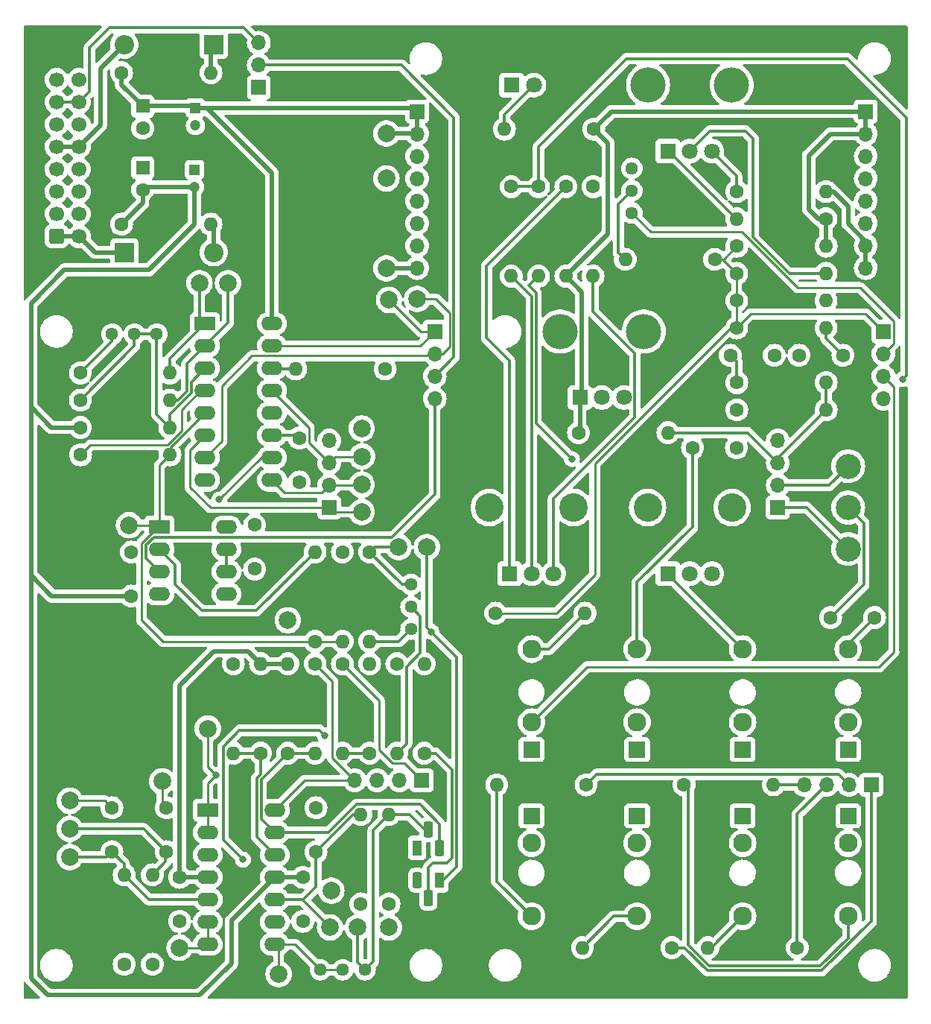
<source format=gtl>
G04 #@! TF.GenerationSoftware,KiCad,Pcbnew,8.0.2-1*
G04 #@! TF.CreationDate,2024-06-17T09:11:19+02:00*
G04 #@! TF.ProjectId,3340,33333430-2e6b-4696-9361-645f70636258,rev?*
G04 #@! TF.SameCoordinates,Original*
G04 #@! TF.FileFunction,Copper,L1,Top*
G04 #@! TF.FilePolarity,Positive*
%FSLAX46Y46*%
G04 Gerber Fmt 4.6, Leading zero omitted, Abs format (unit mm)*
G04 Created by KiCad (PCBNEW 8.0.2-1) date 2024-06-17 09:11:19*
%MOMM*%
%LPD*%
G01*
G04 APERTURE LIST*
G04 Aperture macros list*
%AMRoundRect*
0 Rectangle with rounded corners*
0 $1 Rounding radius*
0 $2 $3 $4 $5 $6 $7 $8 $9 X,Y pos of 4 corners*
0 Add a 4 corners polygon primitive as box body*
4,1,4,$2,$3,$4,$5,$6,$7,$8,$9,$2,$3,0*
0 Add four circle primitives for the rounded corners*
1,1,$1+$1,$2,$3*
1,1,$1+$1,$4,$5*
1,1,$1+$1,$6,$7*
1,1,$1+$1,$8,$9*
0 Add four rect primitives between the rounded corners*
20,1,$1+$1,$2,$3,$4,$5,0*
20,1,$1+$1,$4,$5,$6,$7,0*
20,1,$1+$1,$6,$7,$8,$9,0*
20,1,$1+$1,$8,$9,$2,$3,0*%
G04 Aperture macros list end*
G04 #@! TA.AperFunction,ComponentPad*
%ADD10C,1.600000*%
G04 #@! TD*
G04 #@! TA.AperFunction,ComponentPad*
%ADD11O,1.600000X1.600000*%
G04 #@! TD*
G04 #@! TA.AperFunction,ComponentPad*
%ADD12C,2.850000*%
G04 #@! TD*
G04 #@! TA.AperFunction,ComponentPad*
%ADD13O,4.000000X4.000000*%
G04 #@! TD*
G04 #@! TA.AperFunction,ComponentPad*
%ADD14R,1.800000X1.800000*%
G04 #@! TD*
G04 #@! TA.AperFunction,ComponentPad*
%ADD15C,1.800000*%
G04 #@! TD*
G04 #@! TA.AperFunction,ComponentPad*
%ADD16R,2.200000X2.200000*%
G04 #@! TD*
G04 #@! TA.AperFunction,ComponentPad*
%ADD17O,2.200000X2.200000*%
G04 #@! TD*
G04 #@! TA.AperFunction,ComponentPad*
%ADD18C,3.240000*%
G04 #@! TD*
G04 #@! TA.AperFunction,ComponentPad*
%ADD19R,2.400000X1.600000*%
G04 #@! TD*
G04 #@! TA.AperFunction,ComponentPad*
%ADD20O,2.400000X1.600000*%
G04 #@! TD*
G04 #@! TA.AperFunction,ComponentPad*
%ADD21R,1.930000X1.830000*%
G04 #@! TD*
G04 #@! TA.AperFunction,ComponentPad*
%ADD22C,2.130000*%
G04 #@! TD*
G04 #@! TA.AperFunction,ComponentPad*
%ADD23R,1.700000X1.700000*%
G04 #@! TD*
G04 #@! TA.AperFunction,ComponentPad*
%ADD24O,1.700000X1.700000*%
G04 #@! TD*
G04 #@! TA.AperFunction,ComponentPad*
%ADD25R,1.100000X1.800000*%
G04 #@! TD*
G04 #@! TA.AperFunction,ComponentPad*
%ADD26RoundRect,0.275000X-0.275000X-0.625000X0.275000X-0.625000X0.275000X0.625000X-0.275000X0.625000X0*%
G04 #@! TD*
G04 #@! TA.AperFunction,ComponentPad*
%ADD27RoundRect,0.275000X0.275000X0.625000X-0.275000X0.625000X-0.275000X-0.625000X0.275000X-0.625000X0*%
G04 #@! TD*
G04 #@! TA.AperFunction,ComponentPad*
%ADD28C,1.440000*%
G04 #@! TD*
G04 #@! TA.AperFunction,ComponentPad*
%ADD29C,2.000000*%
G04 #@! TD*
G04 #@! TA.AperFunction,ComponentPad*
%ADD30R,1.200000X1.200000*%
G04 #@! TD*
G04 #@! TA.AperFunction,ComponentPad*
%ADD31C,1.200000*%
G04 #@! TD*
G04 #@! TA.AperFunction,ComponentPad*
%ADD32R,1.600000X1.600000*%
G04 #@! TD*
G04 #@! TA.AperFunction,ComponentPad*
%ADD33RoundRect,0.250000X-0.600000X-0.600000X0.600000X-0.600000X0.600000X0.600000X-0.600000X0.600000X0*%
G04 #@! TD*
G04 #@! TA.AperFunction,ComponentPad*
%ADD34C,1.700000*%
G04 #@! TD*
G04 #@! TA.AperFunction,ViaPad*
%ADD35C,0.800000*%
G04 #@! TD*
G04 #@! TA.AperFunction,Conductor*
%ADD36C,0.300000*%
G04 #@! TD*
G04 #@! TA.AperFunction,Conductor*
%ADD37C,0.500000*%
G04 #@! TD*
G04 #@! TA.AperFunction,Conductor*
%ADD38C,0.250000*%
G04 #@! TD*
G04 APERTURE END LIST*
D10*
X80300000Y-132900000D03*
D11*
X80300000Y-122740000D03*
D10*
X61700000Y-156880000D03*
D11*
X61700000Y-146720000D03*
D10*
X131340000Y-93900000D03*
D11*
X141500000Y-93900000D03*
D10*
X125340000Y-136500000D03*
D11*
X135500000Y-136500000D03*
D12*
X144000000Y-109700000D03*
X144000000Y-105000000D03*
X144000000Y-100300000D03*
D13*
X121250000Y-57000000D03*
X130750000Y-57000000D03*
D14*
X123500000Y-64500000D03*
D15*
X126000000Y-64500000D03*
X128500000Y-64500000D03*
D10*
X68000000Y-147000000D03*
X68000000Y-152000000D03*
D16*
X71860000Y-52400000D03*
D17*
X61700000Y-52400000D03*
D10*
X91800000Y-150030000D03*
D11*
X91800000Y-139870000D03*
D18*
X121200000Y-105000000D03*
X130800000Y-105000000D03*
D14*
X123500000Y-112500000D03*
D15*
X126000000Y-112500000D03*
X128500000Y-112500000D03*
D19*
X65700000Y-107200000D03*
D20*
X65700000Y-109740000D03*
X65700000Y-112280000D03*
X65700000Y-114820000D03*
X73320000Y-114820000D03*
X73320000Y-112280000D03*
X73320000Y-109740000D03*
X73320000Y-107200000D03*
D10*
X83400000Y-120200000D03*
D11*
X83400000Y-110040000D03*
D21*
X108000000Y-140020000D03*
D22*
X108000000Y-151420000D03*
X108000000Y-143120000D03*
D10*
X123950000Y-155000000D03*
D11*
X113790000Y-155000000D03*
D10*
X61400000Y-72800000D03*
D11*
X71560000Y-72800000D03*
D10*
X114210000Y-136500000D03*
D11*
X104050000Y-136500000D03*
D21*
X144000000Y-132480000D03*
D22*
X144000000Y-121080000D03*
X144000000Y-129380000D03*
D10*
X126300000Y-98200000D03*
X131300000Y-98200000D03*
X111900000Y-68540000D03*
D11*
X111900000Y-78700000D03*
D10*
X56720000Y-92800000D03*
D11*
X66880000Y-92800000D03*
D23*
X97000000Y-85000000D03*
D24*
X97000000Y-87540000D03*
X97000000Y-90080000D03*
X97000000Y-92620000D03*
D10*
X147000000Y-117500000D03*
X142000000Y-117500000D03*
D25*
X95000000Y-143650000D03*
D26*
X96270000Y-141580000D03*
X97540000Y-143650000D03*
D10*
X103920000Y-117000000D03*
D11*
X114080000Y-117000000D03*
D10*
X82000000Y-152000000D03*
X82000000Y-147000000D03*
X141480000Y-72200000D03*
D11*
X131320000Y-72200000D03*
D10*
X130600000Y-87700000D03*
X135600000Y-87700000D03*
X131340000Y-75300000D03*
D11*
X141500000Y-75300000D03*
D10*
X56720000Y-89700000D03*
D11*
X66880000Y-89700000D03*
D25*
X97540000Y-147330000D03*
D27*
X96270000Y-149400000D03*
X95000000Y-147330000D03*
D10*
X62520000Y-110050000D03*
X62520000Y-115050000D03*
X77200000Y-132900000D03*
D11*
X77200000Y-122740000D03*
D10*
X89600000Y-132900000D03*
D11*
X89600000Y-122740000D03*
D10*
X61400000Y-55600000D03*
D11*
X71560000Y-55600000D03*
D10*
X88600000Y-150030000D03*
D11*
X88600000Y-139870000D03*
D28*
X119400000Y-66460000D03*
X119400000Y-69000000D03*
X119400000Y-71540000D03*
D10*
X95800000Y-132900000D03*
D11*
X95800000Y-122740000D03*
D21*
X108000000Y-132480000D03*
D22*
X108000000Y-121080000D03*
X108000000Y-129380000D03*
D10*
X105700000Y-68540000D03*
D11*
X105700000Y-78700000D03*
D16*
X61720000Y-76000000D03*
D17*
X71880000Y-76000000D03*
D10*
X92700000Y-122740000D03*
D11*
X92700000Y-132900000D03*
D10*
X74100000Y-122740000D03*
D11*
X74100000Y-132900000D03*
D19*
X70880000Y-84100000D03*
D20*
X70880000Y-86640000D03*
X70880000Y-89180000D03*
X70880000Y-91720000D03*
X70880000Y-94260000D03*
X70880000Y-96800000D03*
X70880000Y-99340000D03*
X70880000Y-101880000D03*
X78500000Y-101880000D03*
X78500000Y-99340000D03*
X78500000Y-96800000D03*
X78500000Y-94260000D03*
X78500000Y-91720000D03*
X78500000Y-89180000D03*
X78500000Y-86640000D03*
X78500000Y-84100000D03*
D29*
X68000000Y-155000000D03*
D19*
X71200000Y-139375000D03*
D20*
X71200000Y-141915000D03*
X71200000Y-144455000D03*
X71200000Y-146995000D03*
X71200000Y-149535000D03*
X71200000Y-152075000D03*
X71200000Y-154615000D03*
X78820000Y-154615000D03*
X78820000Y-152075000D03*
X78820000Y-149535000D03*
X78820000Y-146995000D03*
X78820000Y-144455000D03*
X78820000Y-141915000D03*
X78820000Y-139375000D03*
D10*
X89600000Y-110040000D03*
D11*
X89600000Y-120200000D03*
D10*
X81600000Y-102100000D03*
X81600000Y-97100000D03*
D21*
X144000000Y-140020000D03*
D22*
X144000000Y-151420000D03*
X144000000Y-143120000D03*
D10*
X138210000Y-155000000D03*
D11*
X128050000Y-155000000D03*
D10*
X56740000Y-99000000D03*
D11*
X66900000Y-99000000D03*
D10*
X64900000Y-156880000D03*
D11*
X64900000Y-146720000D03*
D10*
X131320000Y-84600000D03*
D11*
X141480000Y-84600000D03*
D10*
X131320000Y-69100000D03*
D11*
X141480000Y-69100000D03*
D10*
X131320000Y-78400000D03*
D11*
X141480000Y-78400000D03*
D10*
X131340000Y-90800000D03*
D11*
X141500000Y-90800000D03*
D23*
X85000000Y-105000000D03*
D24*
X85000000Y-102460000D03*
X85000000Y-99920000D03*
X85000000Y-97380000D03*
D21*
X132000000Y-140020000D03*
D22*
X132000000Y-151420000D03*
X132000000Y-143120000D03*
D10*
X128830000Y-76800000D03*
D11*
X118670000Y-76800000D03*
D10*
X115000000Y-68540000D03*
D11*
X115000000Y-78700000D03*
D13*
X111250000Y-85000000D03*
X120750000Y-85000000D03*
D14*
X113500000Y-92500000D03*
D15*
X116000000Y-92500000D03*
X118500000Y-92500000D03*
D10*
X86500000Y-122740000D03*
D11*
X86500000Y-132900000D03*
D23*
X95540000Y-136000000D03*
D24*
X93000000Y-136000000D03*
X90460000Y-136000000D03*
X87920000Y-136000000D03*
D23*
X95000000Y-60000000D03*
D24*
X95000000Y-62540000D03*
X95000000Y-65080000D03*
X95000000Y-67620000D03*
X95000000Y-70160000D03*
X95000000Y-72700000D03*
X95000000Y-75240000D03*
X95000000Y-77780000D03*
D10*
X91360000Y-89250000D03*
D11*
X81200000Y-89250000D03*
D21*
X120000000Y-132480000D03*
D22*
X120000000Y-121080000D03*
X120000000Y-129380000D03*
D10*
X143400000Y-87700000D03*
X138400000Y-87700000D03*
D21*
X120000000Y-140020000D03*
D22*
X120000000Y-151420000D03*
X120000000Y-143120000D03*
D18*
X103200000Y-105000000D03*
X112800000Y-105000000D03*
D14*
X105500000Y-112500000D03*
D15*
X108000000Y-112500000D03*
X110500000Y-112500000D03*
D14*
X105730000Y-57000000D03*
D15*
X108270000Y-57000000D03*
D21*
X132000000Y-132480000D03*
D22*
X132000000Y-121080000D03*
X132000000Y-129380000D03*
D10*
X86500000Y-110040000D03*
D11*
X86500000Y-120200000D03*
D10*
X56720000Y-95900000D03*
D11*
X66880000Y-95900000D03*
D10*
X115080000Y-62000000D03*
D11*
X104920000Y-62000000D03*
D10*
X76520000Y-106980000D03*
X76520000Y-111980000D03*
X131320000Y-81500000D03*
D11*
X141480000Y-81500000D03*
D10*
X108800000Y-68540000D03*
D11*
X108800000Y-78700000D03*
D10*
X113340000Y-96500000D03*
D11*
X123500000Y-96500000D03*
D10*
X83400000Y-122740000D03*
D11*
X83400000Y-132900000D03*
D29*
X55500000Y-138300000D03*
X55500000Y-144700000D03*
D23*
X148000000Y-85000000D03*
D24*
X148000000Y-87540000D03*
X148000000Y-90080000D03*
X148000000Y-92620000D03*
D29*
X91800000Y-152700000D03*
X91500000Y-62500000D03*
X85100000Y-152700000D03*
D30*
X69800000Y-59600000D03*
D31*
X69800000Y-61600000D03*
D23*
X77000000Y-57280000D03*
D24*
X77000000Y-54740000D03*
X77000000Y-52200000D03*
D29*
X88750000Y-99200000D03*
X70250000Y-79500000D03*
D10*
X66500000Y-139100000D03*
X66500000Y-144100000D03*
D23*
X146620000Y-136500000D03*
D24*
X144080000Y-136500000D03*
X141540000Y-136500000D03*
X139000000Y-136500000D03*
D28*
X60320000Y-85300000D03*
X62860000Y-85300000D03*
X65400000Y-85300000D03*
D10*
X83500000Y-139100000D03*
X83500000Y-144100000D03*
D29*
X73500000Y-79500000D03*
D32*
X63800000Y-59400000D03*
D10*
X63800000Y-61900000D03*
D29*
X91500000Y-77800000D03*
D23*
X136000000Y-105000000D03*
D24*
X136000000Y-102460000D03*
X136000000Y-99920000D03*
X136000000Y-97380000D03*
D29*
X92900000Y-109500000D03*
D33*
X54000000Y-74160000D03*
D34*
X56540000Y-74160000D03*
X54000000Y-71620000D03*
X56540000Y-71620000D03*
X54000000Y-69080000D03*
X56540000Y-69080000D03*
X54000000Y-66540000D03*
X56540000Y-66540000D03*
X54000000Y-64000000D03*
X56540000Y-64000000D03*
X54000000Y-61460000D03*
X56540000Y-61460000D03*
X54000000Y-58920000D03*
X56540000Y-58920000D03*
X54000000Y-56380000D03*
X56540000Y-56380000D03*
D29*
X55500000Y-141500000D03*
X79250000Y-158000000D03*
D30*
X69700000Y-66600000D03*
D31*
X69700000Y-68600000D03*
D29*
X71200000Y-130100000D03*
X96100000Y-109500000D03*
D32*
X63800000Y-66400000D03*
D10*
X63800000Y-68900000D03*
D29*
X85250000Y-148500000D03*
X95000000Y-81300000D03*
D28*
X94300000Y-118800000D03*
X94300000Y-116260000D03*
X94300000Y-113720000D03*
D29*
X88250000Y-152700000D03*
X66000000Y-136100000D03*
X91800000Y-81400000D03*
X88700000Y-105500000D03*
X88700000Y-96000000D03*
X91500000Y-67600000D03*
X62250000Y-107000000D03*
D10*
X60300000Y-139100000D03*
X60300000Y-144100000D03*
D29*
X88700000Y-102400000D03*
D28*
X84000000Y-157500000D03*
X86540000Y-157500000D03*
X89080000Y-157500000D03*
D29*
X80300000Y-117800000D03*
D23*
X146000000Y-60000000D03*
D24*
X146000000Y-62540000D03*
X146000000Y-65080000D03*
X146000000Y-67620000D03*
X146000000Y-70160000D03*
X146000000Y-72700000D03*
X146000000Y-75240000D03*
X146000000Y-77780000D03*
D35*
X72500000Y-104100000D03*
X150200000Y-90400000D03*
X72100000Y-135400000D03*
X96600000Y-119100000D03*
X75200000Y-145000000D03*
X84500000Y-130900000D03*
X112600000Y-99500000D03*
D36*
X147000000Y-117500000D02*
X144000000Y-120500000D01*
X144000000Y-120500000D02*
X144000000Y-121080000D01*
X145775000Y-106775000D02*
X144000000Y-105000000D01*
X145775000Y-113725000D02*
X145775000Y-106775000D01*
X142000000Y-117500000D02*
X145775000Y-113725000D01*
X126300000Y-98200000D02*
X126300000Y-107200000D01*
X120000000Y-113500000D02*
X120000000Y-121080000D01*
X126300000Y-107200000D02*
X120000000Y-113500000D01*
X131340000Y-88440000D02*
X130600000Y-87700000D01*
X131340000Y-90800000D02*
X131340000Y-88440000D01*
D37*
X61400000Y-55600000D02*
X61400000Y-57000000D01*
X113700000Y-92300000D02*
X113500000Y-92500000D01*
X78500000Y-67000000D02*
X78500000Y-84100000D01*
X69600000Y-59400000D02*
X69800000Y-59600000D01*
X141480000Y-75280000D02*
X141500000Y-75300000D01*
X139500000Y-65000000D02*
X139500000Y-71100000D01*
X141480000Y-72200000D02*
X141480000Y-75280000D01*
X77200000Y-122740000D02*
X75760000Y-121300000D01*
X139500000Y-71100000D02*
X140600000Y-72200000D01*
X113500000Y-96340000D02*
X113340000Y-96500000D01*
X71100000Y-59600000D02*
X78500000Y-67000000D01*
X146000000Y-60000000D02*
X146000000Y-62540000D01*
X117080000Y-60000000D02*
X115080000Y-62000000D01*
X94600000Y-59600000D02*
X69800000Y-59600000D01*
X71200000Y-146995000D02*
X68005000Y-146995000D01*
X146000000Y-60000000D02*
X117080000Y-60000000D01*
X75760000Y-121300000D02*
X71900000Y-121300000D01*
X140600000Y-72200000D02*
X141480000Y-72200000D01*
X63800000Y-59400000D02*
X69600000Y-59400000D01*
X91500000Y-62500000D02*
X94960000Y-62500000D01*
X113500000Y-92500000D02*
X113500000Y-96340000D01*
X113700000Y-80500000D02*
X113700000Y-92300000D01*
X61400000Y-57000000D02*
X63800000Y-59400000D01*
X95000000Y-62540000D02*
X95000000Y-60000000D01*
X69800000Y-59600000D02*
X71100000Y-59600000D01*
X68000000Y-125200000D02*
X68000000Y-147000000D01*
X68005000Y-146995000D02*
X68000000Y-147000000D01*
X146000000Y-62540000D02*
X141960000Y-62540000D01*
X80300000Y-122740000D02*
X77200000Y-122740000D01*
X71900000Y-121300000D02*
X68000000Y-125200000D01*
X141960000Y-62540000D02*
X139500000Y-65000000D01*
X115080000Y-62000000D02*
X116700000Y-63620000D01*
X111900000Y-78700000D02*
X113700000Y-80500000D01*
X116700000Y-73900000D02*
X111900000Y-78700000D01*
X94960000Y-62500000D02*
X95000000Y-62540000D01*
X95000000Y-60000000D02*
X94600000Y-59600000D01*
X116700000Y-63620000D02*
X116700000Y-73900000D01*
X62520000Y-115050000D02*
X53450000Y-115050000D01*
X64100000Y-68600000D02*
X63800000Y-68900000D01*
X51100000Y-158500000D02*
X51100000Y-112700000D01*
X144000000Y-72751370D02*
X146000000Y-74751370D01*
X63800000Y-68900000D02*
X63800000Y-70400000D01*
X53000000Y-160400000D02*
X51100000Y-158500000D01*
X142300000Y-69100000D02*
X144000000Y-70800000D01*
X51100000Y-93600000D02*
X51100000Y-81800000D01*
X70300000Y-160400000D02*
X53000000Y-160400000D01*
X78820000Y-146995000D02*
X73900000Y-151915000D01*
X78820000Y-146995000D02*
X81995000Y-146995000D01*
X81995000Y-146995000D02*
X82000000Y-147000000D01*
X51100000Y-112700000D02*
X51100000Y-93600000D01*
X146000000Y-75240000D02*
X146000000Y-77780000D01*
X91500000Y-77800000D02*
X94980000Y-77800000D01*
X53450000Y-115050000D02*
X51100000Y-112700000D01*
X73900000Y-156800000D02*
X70300000Y-160400000D01*
X63800000Y-70400000D02*
X61400000Y-72800000D01*
X144000000Y-70800000D02*
X144000000Y-72751370D01*
X64500000Y-78000000D02*
X69700000Y-72800000D01*
X69700000Y-68600000D02*
X64100000Y-68600000D01*
X73900000Y-151915000D02*
X73900000Y-156800000D01*
X53400000Y-95900000D02*
X51100000Y-93600000D01*
X146000000Y-74751370D02*
X146000000Y-75240000D01*
X69700000Y-72800000D02*
X69700000Y-68600000D01*
X141480000Y-69100000D02*
X142300000Y-69100000D01*
X54900000Y-78000000D02*
X64500000Y-78000000D01*
X56720000Y-95900000D02*
X53400000Y-95900000D01*
X94980000Y-77800000D02*
X95000000Y-77780000D01*
X51100000Y-81800000D02*
X54900000Y-78000000D01*
D36*
X81300000Y-96800000D02*
X81600000Y-97100000D01*
X78500000Y-96800000D02*
X81300000Y-96800000D01*
D38*
X70380000Y-91720000D02*
X68200000Y-93900000D01*
X57865000Y-97875000D02*
X56740000Y-99000000D01*
X55500000Y-138300000D02*
X59500000Y-138300000D01*
X66628604Y-97875000D02*
X57865000Y-97875000D01*
X59500000Y-138300000D02*
X60300000Y-139100000D01*
X68200000Y-93900000D02*
X68200000Y-96303604D01*
X70880000Y-91720000D02*
X70380000Y-91720000D01*
X68200000Y-96303604D02*
X66628604Y-97875000D01*
D36*
X59700000Y-144700000D02*
X60300000Y-144100000D01*
X55500000Y-144700000D02*
X59700000Y-144700000D01*
X64515000Y-149535000D02*
X61700000Y-146720000D01*
X61700000Y-145500000D02*
X60300000Y-144100000D01*
X61700000Y-146720000D02*
X61700000Y-145500000D01*
X71200000Y-149535000D02*
X64515000Y-149535000D01*
D38*
X66000000Y-138600000D02*
X66500000Y-139100000D01*
X66000000Y-136100000D02*
X66000000Y-138600000D01*
D36*
X66500000Y-144100000D02*
X66400000Y-144200000D01*
X66400000Y-144200000D02*
X66400000Y-145220000D01*
X66400000Y-145220000D02*
X64900000Y-146720000D01*
X55500000Y-141500000D02*
X63900000Y-141500000D01*
X63900000Y-141500000D02*
X66500000Y-144100000D01*
X81935000Y-149535000D02*
X78820000Y-149535000D01*
X82065000Y-149535000D02*
X78820000Y-149535000D01*
X83500000Y-148100000D02*
X82065000Y-149535000D01*
X83500000Y-144100000D02*
X83500000Y-148100000D01*
X85100000Y-152700000D02*
X81935000Y-149535000D01*
X87730000Y-139870000D02*
X88600000Y-139870000D01*
X83500000Y-144100000D02*
X87730000Y-139870000D01*
D38*
X77260000Y-99340000D02*
X72500000Y-104100000D01*
X78500000Y-99340000D02*
X77260000Y-99340000D01*
D36*
X141480000Y-85780000D02*
X143400000Y-87700000D01*
X141480000Y-84600000D02*
X141480000Y-85780000D01*
D38*
X149175000Y-91255000D02*
X148000000Y-90080000D01*
X114280000Y-123100000D02*
X147500000Y-123100000D01*
X147500000Y-123100000D02*
X149200000Y-121400000D01*
X149200000Y-121400000D02*
X149175000Y-121375000D01*
X149175000Y-121375000D02*
X149175000Y-91255000D01*
X108000000Y-129380000D02*
X114280000Y-123100000D01*
X121560000Y-73700000D02*
X119400000Y-71540000D01*
X138228248Y-80000000D02*
X131928248Y-73700000D01*
X148000000Y-87540000D02*
X149175000Y-86365000D01*
X145350000Y-80000000D02*
X138228248Y-80000000D01*
X131928248Y-73700000D02*
X121560000Y-73700000D01*
X149175000Y-86365000D02*
X149175000Y-83825000D01*
X149175000Y-83825000D02*
X145350000Y-80000000D01*
X131320000Y-81500000D02*
X131320000Y-84600000D01*
X131320000Y-78400000D02*
X129720000Y-76800000D01*
X110800000Y-117000000D02*
X115200000Y-112600000D01*
X131320000Y-84600000D02*
X132920000Y-83000000D01*
X132920000Y-83000000D02*
X146000000Y-83000000D01*
X115200000Y-112600000D02*
X115200000Y-100000000D01*
X129840000Y-76800000D02*
X128830000Y-76800000D01*
X146000000Y-83000000D02*
X148000000Y-85000000D01*
X131340000Y-75300000D02*
X129840000Y-76800000D01*
X115200000Y-100000000D02*
X130600000Y-84600000D01*
X129720000Y-76800000D02*
X128830000Y-76800000D01*
X103920000Y-117000000D02*
X110800000Y-117000000D01*
X131320000Y-81500000D02*
X131320000Y-78400000D01*
X130600000Y-84600000D02*
X131320000Y-84600000D01*
D36*
X108800000Y-68540000D02*
X108800000Y-64000000D01*
X150580000Y-90020000D02*
X150600000Y-90020000D01*
X108800000Y-68540000D02*
X105700000Y-68540000D01*
X150600000Y-60700000D02*
X150600000Y-90020000D01*
X118800000Y-54000000D02*
X143900000Y-54000000D01*
X150200000Y-90400000D02*
X150580000Y-90020000D01*
X143900000Y-54000000D02*
X150600000Y-60700000D01*
X108800000Y-64000000D02*
X118800000Y-54000000D01*
X93240000Y-54740000D02*
X99175000Y-60675000D01*
X99175000Y-60675000D02*
X99175000Y-87905000D01*
X99175000Y-87905000D02*
X97000000Y-90080000D01*
X77000000Y-54740000D02*
X93240000Y-54740000D01*
X141500000Y-90800000D02*
X141500000Y-93900000D01*
X123500000Y-96500000D02*
X132580000Y-96500000D01*
X141500000Y-93900000D02*
X136000000Y-99400000D01*
X136000000Y-99400000D02*
X136000000Y-99920000D01*
X132580000Y-96500000D02*
X136000000Y-99920000D01*
X144000000Y-109700000D02*
X139300000Y-105000000D01*
X139300000Y-105000000D02*
X136000000Y-105000000D01*
X136000000Y-102460000D02*
X141840000Y-102460000D01*
X141840000Y-102460000D02*
X144000000Y-100300000D01*
D38*
X95360000Y-86640000D02*
X97000000Y-85000000D01*
X91800000Y-81400000D02*
X95400000Y-85000000D01*
X95400000Y-85000000D02*
X97000000Y-85000000D01*
X78500000Y-86640000D02*
X95360000Y-86640000D01*
X72800000Y-91200000D02*
X72800000Y-97420000D01*
X72800000Y-97420000D02*
X70880000Y-99340000D01*
X96775000Y-87765000D02*
X76235000Y-87765000D01*
X97860000Y-87540000D02*
X97000000Y-87540000D01*
X98700000Y-82900000D02*
X98700000Y-86700000D01*
X97000000Y-87540000D02*
X96775000Y-87765000D01*
X97100000Y-81300000D02*
X98700000Y-82900000D01*
X98700000Y-86700000D02*
X97860000Y-87540000D01*
X76235000Y-87765000D02*
X72800000Y-91200000D01*
X95000000Y-81300000D02*
X97100000Y-81300000D01*
X82725000Y-97645000D02*
X82725000Y-95945000D01*
X85000000Y-99920000D02*
X82725000Y-97645000D01*
X85720000Y-99200000D02*
X85000000Y-99920000D01*
X82725000Y-95945000D02*
X78500000Y-91720000D01*
X88750000Y-99200000D02*
X85720000Y-99200000D01*
X85000000Y-102460000D02*
X84150000Y-103310000D01*
X88640000Y-102460000D02*
X88700000Y-102400000D01*
X85000000Y-102460000D02*
X88640000Y-102460000D01*
X79930000Y-103310000D02*
X78500000Y-101880000D01*
X84150000Y-103310000D02*
X79930000Y-103310000D01*
X71500000Y-105000000D02*
X85000000Y-105000000D01*
X85500000Y-105500000D02*
X85000000Y-105000000D01*
X69200000Y-98480000D02*
X69200000Y-102700000D01*
X69200000Y-102700000D02*
X71500000Y-105000000D01*
X70880000Y-96800000D02*
X69200000Y-98480000D01*
X88700000Y-105500000D02*
X85500000Y-105500000D01*
X71200000Y-130100000D02*
X71200000Y-134500000D01*
X71200000Y-136300000D02*
X71200000Y-139375000D01*
X72100000Y-135400000D02*
X71200000Y-136300000D01*
X71200000Y-134500000D02*
X72100000Y-135400000D01*
X71200000Y-139375000D02*
X71200000Y-141915000D01*
X93565000Y-134025000D02*
X92225000Y-134025000D01*
X95540000Y-136000000D02*
X93565000Y-134025000D01*
X81115000Y-154615000D02*
X84000000Y-157500000D01*
X92225000Y-134025000D02*
X90700000Y-132500000D01*
X78820000Y-154615000D02*
X81115000Y-154615000D01*
X79250000Y-155045000D02*
X78820000Y-154615000D01*
X90700000Y-126940000D02*
X86500000Y-122740000D01*
X90700000Y-132500000D02*
X90700000Y-126940000D01*
X84000000Y-157500000D02*
X86540000Y-157500000D01*
X79250000Y-158000000D02*
X79250000Y-155045000D01*
X83400000Y-122740000D02*
X85375000Y-124715000D01*
X78820000Y-139375000D02*
X82195000Y-136000000D01*
X85375000Y-133455000D02*
X87920000Y-136000000D01*
X85375000Y-124715000D02*
X85375000Y-133455000D01*
X82195000Y-136000000D02*
X87920000Y-136000000D01*
X70815000Y-155000000D02*
X71200000Y-154615000D01*
X71200000Y-152075000D02*
X71200000Y-154615000D01*
X68000000Y-155000000D02*
X70815000Y-155000000D01*
D36*
X77000000Y-52200000D02*
X75300000Y-50500000D01*
X56540000Y-58920000D02*
X54000000Y-58920000D01*
X75300000Y-50500000D02*
X60000000Y-50500000D01*
X60000000Y-50500000D02*
X57750000Y-52750000D01*
X57750000Y-52750000D02*
X57750000Y-57710000D01*
X57750000Y-57710000D02*
X56540000Y-58920000D01*
X132000000Y-151420000D02*
X128420000Y-155000000D01*
X128420000Y-155000000D02*
X128050000Y-155000000D01*
X120000000Y-151420000D02*
X117370000Y-151420000D01*
X117370000Y-151420000D02*
X113790000Y-155000000D01*
X108000000Y-151420000D02*
X104050000Y-147470000D01*
X104050000Y-147470000D02*
X104050000Y-136500000D01*
X144000000Y-153892894D02*
X140792894Y-157100000D01*
X125800000Y-154700000D02*
X125800000Y-136960000D01*
X125800000Y-136960000D02*
X125340000Y-136500000D01*
X144000000Y-151420000D02*
X144000000Y-153892894D01*
X140792894Y-157100000D02*
X128200000Y-157100000D01*
X128200000Y-157100000D02*
X125800000Y-154700000D01*
X123500000Y-112500000D02*
X123500000Y-112580000D01*
X123500000Y-112580000D02*
X132000000Y-121080000D01*
X110000000Y-121080000D02*
X114080000Y-117000000D01*
X108000000Y-121080000D02*
X110000000Y-121080000D01*
X92900000Y-109500000D02*
X90140000Y-109500000D01*
X90140000Y-109500000D02*
X89600000Y-110040000D01*
X93280000Y-113720000D02*
X94300000Y-113720000D01*
X89600000Y-110040000D02*
X93280000Y-113720000D01*
X84928654Y-141915000D02*
X88123654Y-138720000D01*
X88123654Y-138720000D02*
X95320000Y-138720000D01*
X77270000Y-135930000D02*
X77270000Y-140365000D01*
X97540000Y-140940000D02*
X97540000Y-143250000D01*
X83400000Y-132900000D02*
X80300000Y-132900000D01*
X95320000Y-138720000D02*
X97540000Y-140940000D01*
X80300000Y-132900000D02*
X77270000Y-135930000D01*
X78820000Y-141915000D02*
X84928654Y-141915000D01*
X77270000Y-140365000D02*
X78820000Y-141915000D01*
X88250000Y-152700000D02*
X88250000Y-156670000D01*
X88250000Y-156670000D02*
X89080000Y-157500000D01*
X96270000Y-141980000D02*
X94160000Y-139870000D01*
X94160000Y-139870000D02*
X91800000Y-139870000D01*
X90000000Y-156580000D02*
X89080000Y-157500000D01*
X90000000Y-141670000D02*
X90000000Y-156580000D01*
X91800000Y-139870000D02*
X90000000Y-141670000D01*
X77200000Y-132900000D02*
X74100000Y-132900000D01*
X76770000Y-142405000D02*
X78820000Y-144455000D01*
X76770000Y-135722894D02*
X76770000Y-142405000D01*
X77200000Y-135292894D02*
X76770000Y-135722894D01*
X77200000Y-132900000D02*
X77200000Y-135292894D01*
X99500000Y-145770000D02*
X99500000Y-122000000D01*
X92900000Y-120200000D02*
X94300000Y-118800000D01*
X89600000Y-120200000D02*
X92900000Y-120200000D01*
X99500000Y-122000000D02*
X96600000Y-119100000D01*
X96100000Y-118600000D02*
X96600000Y-119100000D01*
X97540000Y-147730000D02*
X99500000Y-145770000D01*
X96100000Y-109500000D02*
X96100000Y-118600000D01*
X99000000Y-144800000D02*
X98400000Y-145400000D01*
X96800000Y-145400000D02*
X96270000Y-145930000D01*
X96270000Y-145930000D02*
X96270000Y-149000000D01*
X98400000Y-145400000D02*
X96800000Y-145400000D01*
X99000000Y-134800000D02*
X99000000Y-144800000D01*
X97100000Y-132900000D02*
X99000000Y-134800000D01*
X95800000Y-132900000D02*
X97100000Y-132900000D01*
X70250000Y-83470000D02*
X70880000Y-84100000D01*
X70250000Y-79500000D02*
X70250000Y-83470000D01*
X66880000Y-89700000D02*
X66880000Y-88100000D01*
X66880000Y-88100000D02*
X70880000Y-84100000D01*
X56720000Y-89700000D02*
X60320000Y-86100000D01*
X60320000Y-86100000D02*
X60320000Y-85300000D01*
X62860000Y-86660000D02*
X56720000Y-92800000D01*
X62860000Y-85300000D02*
X65400000Y-85300000D01*
X66880000Y-95900000D02*
X66880000Y-94426346D01*
X62860000Y-85300000D02*
X62860000Y-86660000D01*
X65400000Y-94420000D02*
X66880000Y-95900000D01*
X66880000Y-94426346D02*
X69330000Y-91976346D01*
X69330000Y-91976346D02*
X69330000Y-90730000D01*
X65400000Y-85300000D02*
X65400000Y-94420000D01*
X69330000Y-90730000D02*
X70880000Y-89180000D01*
X73500000Y-84020000D02*
X70880000Y-86640000D01*
X67799240Y-92800000D02*
X68830000Y-91769240D01*
X68830000Y-91769240D02*
X68830000Y-88690000D01*
X68830000Y-88690000D02*
X70880000Y-86640000D01*
X73500000Y-79500000D02*
X73500000Y-84020000D01*
X66880000Y-92800000D02*
X67799240Y-92800000D01*
X81200000Y-89250000D02*
X78570000Y-89250000D01*
X78570000Y-89250000D02*
X78500000Y-89180000D01*
D38*
X65700000Y-100200000D02*
X66900000Y-99000000D01*
X65541903Y-107200000D02*
X63675000Y-109066903D01*
X63675000Y-117775000D02*
X66100000Y-120200000D01*
X65700000Y-107200000D02*
X65541903Y-107200000D01*
X63675000Y-109066903D02*
X63675000Y-117775000D01*
X66900000Y-99000000D02*
X66900000Y-98240000D01*
X83400000Y-120200000D02*
X86500000Y-120200000D01*
X66900000Y-98240000D02*
X70880000Y-94260000D01*
X65700000Y-107200000D02*
X65700000Y-100200000D01*
X65500000Y-107000000D02*
X65700000Y-107200000D01*
X62250000Y-107000000D02*
X65500000Y-107000000D01*
X66100000Y-120200000D02*
X83400000Y-120200000D01*
D36*
X83900000Y-130300000D02*
X74800000Y-130300000D01*
X84500000Y-130900000D02*
X83900000Y-130300000D01*
X72950000Y-142750000D02*
X75200000Y-145000000D01*
X72950000Y-132150000D02*
X72950000Y-142750000D01*
X74800000Y-130300000D02*
X72950000Y-132150000D01*
X89600000Y-132900000D02*
X86500000Y-132900000D01*
X93800000Y-131800000D02*
X92700000Y-132900000D01*
X94300000Y-116260000D02*
X95370000Y-117330000D01*
X95370000Y-117330000D02*
X95370000Y-121543654D01*
X95370000Y-121543654D02*
X93800000Y-123113654D01*
X93800000Y-123113654D02*
X93800000Y-131800000D01*
X76740000Y-116700000D02*
X83400000Y-110040000D01*
X70500000Y-116700000D02*
X76740000Y-116700000D01*
X67500000Y-113700000D02*
X70500000Y-116700000D01*
X65700000Y-109740000D02*
X67500000Y-111540000D01*
X67500000Y-111540000D02*
X67500000Y-113700000D01*
X73320000Y-109740000D02*
X73320000Y-112280000D01*
X108800000Y-78700000D02*
X107700000Y-79800000D01*
X108500000Y-80600000D02*
X108500000Y-95400000D01*
X108500000Y-95400000D02*
X112600000Y-99500000D01*
X107700000Y-79800000D02*
X108500000Y-80600000D01*
X108000000Y-112500000D02*
X108000000Y-81000000D01*
X108000000Y-81000000D02*
X105700000Y-78700000D01*
X105500000Y-112500000D02*
X105500000Y-88328427D01*
X102900000Y-77540000D02*
X111900000Y-68540000D01*
X102900000Y-85728427D02*
X102900000Y-77540000D01*
X105500000Y-88328427D02*
X102900000Y-85728427D01*
X119750000Y-94750000D02*
X119750000Y-87450000D01*
X119750000Y-87450000D02*
X115000000Y-82700000D01*
X110500000Y-104000000D02*
X119750000Y-94750000D01*
X115000000Y-82700000D02*
X115000000Y-78700000D01*
X110500000Y-112500000D02*
X110500000Y-104000000D01*
D37*
X71560000Y-52700000D02*
X71860000Y-52400000D01*
X71560000Y-55600000D02*
X71560000Y-52700000D01*
X59000000Y-55100000D02*
X59000000Y-61540000D01*
X56540000Y-64000000D02*
X54000000Y-64000000D01*
X61700000Y-52400000D02*
X59000000Y-55100000D01*
X59000000Y-61540000D02*
X56540000Y-64000000D01*
X58380000Y-76000000D02*
X56540000Y-74160000D01*
X61720000Y-76000000D02*
X58380000Y-76000000D01*
X56540000Y-74160000D02*
X54000000Y-74160000D01*
X71880000Y-76000000D02*
X71880000Y-73120000D01*
X71880000Y-73120000D02*
X71560000Y-72800000D01*
D36*
X104920000Y-62000000D02*
X104920000Y-60350000D01*
X104920000Y-60350000D02*
X108270000Y-57000000D01*
X123500000Y-64500000D02*
X123620000Y-64500000D01*
X123620000Y-64500000D02*
X131320000Y-72200000D01*
X131320000Y-67320000D02*
X128500000Y-64500000D01*
X131320000Y-69100000D02*
X131320000Y-67320000D01*
X137300000Y-78400000D02*
X133200000Y-74300000D01*
X141480000Y-78400000D02*
X137300000Y-78400000D01*
X128300000Y-62200000D02*
X126000000Y-64500000D01*
X132300000Y-62200000D02*
X128300000Y-62200000D01*
X133200000Y-63100000D02*
X132300000Y-62200000D01*
X133200000Y-74300000D02*
X133200000Y-63100000D01*
X97000000Y-103500000D02*
X97000000Y-92620000D01*
X64150000Y-109263654D02*
X65063654Y-108350000D01*
X92150000Y-108350000D02*
X97000000Y-103500000D01*
X65063654Y-108350000D02*
X92150000Y-108350000D01*
X64150000Y-110730000D02*
X64150000Y-109263654D01*
X65700000Y-112280000D02*
X64150000Y-110730000D01*
X138210000Y-155000000D02*
X138210000Y-139830000D01*
X138210000Y-139830000D02*
X141540000Y-136500000D01*
X146620000Y-151980000D02*
X141000000Y-157600000D01*
X146620000Y-136500000D02*
X146620000Y-151980000D01*
X125392893Y-155000000D02*
X123950000Y-155000000D01*
X127992893Y-157600000D02*
X125392893Y-155000000D01*
X141000000Y-157600000D02*
X127992893Y-157600000D01*
X115410000Y-135300000D02*
X114210000Y-136500000D01*
X144080000Y-136500000D02*
X142880000Y-135300000D01*
X142880000Y-135300000D02*
X115410000Y-135300000D01*
X139000000Y-136500000D02*
X135500000Y-136500000D01*
X117870001Y-70529999D02*
X117870001Y-76000001D01*
X119400000Y-69000000D02*
X117870001Y-70529999D01*
X117870001Y-76000001D02*
X118670000Y-76800000D01*
G04 #@! TA.AperFunction,NonConductor*
G36*
X60460440Y-51170185D02*
G01*
X60506195Y-51222989D01*
X60516139Y-51292147D01*
X60487692Y-51355029D01*
X60429015Y-51423730D01*
X60401161Y-51456344D01*
X60401160Y-51456346D01*
X60269533Y-51671140D01*
X60173126Y-51903889D01*
X60114317Y-52148848D01*
X60094551Y-52400000D01*
X60114317Y-52651147D01*
X60114318Y-52651154D01*
X60150990Y-52803906D01*
X60147499Y-52873688D01*
X60118097Y-52920533D01*
X58612181Y-54426450D01*
X58550858Y-54459935D01*
X58481166Y-54454951D01*
X58425233Y-54413079D01*
X58400816Y-54347615D01*
X58400500Y-54338769D01*
X58400500Y-53070808D01*
X58420185Y-53003769D01*
X58436819Y-52983127D01*
X60233127Y-51186819D01*
X60294450Y-51153334D01*
X60320808Y-51150500D01*
X60393401Y-51150500D01*
X60460440Y-51170185D01*
G37*
G04 #@! TD.AperFunction*
G04 #@! TA.AperFunction,NonConductor*
G36*
X55354855Y-57046546D02*
G01*
X55371575Y-57065842D01*
X55501501Y-57251396D01*
X55501506Y-57251402D01*
X55668597Y-57418493D01*
X55668603Y-57418498D01*
X55854158Y-57548425D01*
X55897783Y-57603002D01*
X55904977Y-57672500D01*
X55873454Y-57734855D01*
X55854158Y-57751575D01*
X55668597Y-57881505D01*
X55501506Y-58048596D01*
X55383854Y-58216623D01*
X55329277Y-58260248D01*
X55282279Y-58269500D01*
X55257721Y-58269500D01*
X55190682Y-58249815D01*
X55156146Y-58216623D01*
X55038494Y-58048597D01*
X54871402Y-57881506D01*
X54871396Y-57881501D01*
X54685842Y-57751575D01*
X54642217Y-57696998D01*
X54635023Y-57627500D01*
X54666546Y-57565145D01*
X54685842Y-57548425D01*
X54785825Y-57478416D01*
X54871401Y-57418495D01*
X55038495Y-57251401D01*
X55168425Y-57065842D01*
X55223002Y-57022217D01*
X55292500Y-57015023D01*
X55354855Y-57046546D01*
G37*
G04 #@! TD.AperFunction*
G04 #@! TA.AperFunction,NonConductor*
G36*
X92986231Y-55410185D02*
G01*
X93006873Y-55426819D01*
X96020966Y-58440912D01*
X96054451Y-58502235D01*
X96049467Y-58571927D01*
X96007595Y-58627860D01*
X95942131Y-58652277D01*
X95920038Y-58651883D01*
X95897873Y-58649500D01*
X95897864Y-58649500D01*
X94102129Y-58649500D01*
X94102123Y-58649501D01*
X94042516Y-58655908D01*
X93907671Y-58706202D01*
X93907664Y-58706206D01*
X93792457Y-58792451D01*
X93792451Y-58792457D01*
X93786948Y-58799809D01*
X93731015Y-58841681D01*
X93687680Y-58849500D01*
X78040425Y-58849500D01*
X77973386Y-58829815D01*
X77927631Y-58777011D01*
X77917687Y-58707853D01*
X77946712Y-58644297D01*
X77997092Y-58609318D01*
X78092328Y-58573797D01*
X78092327Y-58573797D01*
X78092331Y-58573796D01*
X78207546Y-58487546D01*
X78293796Y-58372331D01*
X78344091Y-58237483D01*
X78350500Y-58177873D01*
X78350499Y-56382128D01*
X78344091Y-56322517D01*
X78293796Y-56187669D01*
X78293795Y-56187668D01*
X78293793Y-56187664D01*
X78207547Y-56072455D01*
X78207544Y-56072452D01*
X78092335Y-55986206D01*
X78092328Y-55986202D01*
X77960917Y-55937189D01*
X77904983Y-55895318D01*
X77880566Y-55829853D01*
X77895418Y-55761580D01*
X77916563Y-55733332D01*
X78038495Y-55611401D01*
X78156147Y-55443377D01*
X78210724Y-55399752D01*
X78257722Y-55390500D01*
X92919192Y-55390500D01*
X92986231Y-55410185D01*
G37*
G04 #@! TD.AperFunction*
G04 #@! TA.AperFunction,NonConductor*
G36*
X70202539Y-51170185D02*
G01*
X70248294Y-51222989D01*
X70259500Y-51274500D01*
X70259500Y-53547870D01*
X70259501Y-53547876D01*
X70265908Y-53607483D01*
X70316202Y-53742328D01*
X70316206Y-53742335D01*
X70402452Y-53857544D01*
X70402455Y-53857547D01*
X70517664Y-53943793D01*
X70517671Y-53943797D01*
X70652516Y-53994091D01*
X70698757Y-53999063D01*
X70763307Y-54025801D01*
X70803155Y-54083194D01*
X70809500Y-54122352D01*
X70809500Y-54473336D01*
X70789815Y-54540375D01*
X70756625Y-54574910D01*
X70720863Y-54599951D01*
X70559951Y-54760862D01*
X70429432Y-54947265D01*
X70429431Y-54947267D01*
X70333261Y-55153502D01*
X70333258Y-55153511D01*
X70274366Y-55373302D01*
X70274364Y-55373313D01*
X70254532Y-55599998D01*
X70254532Y-55600001D01*
X70274364Y-55826686D01*
X70274366Y-55826697D01*
X70333258Y-56046488D01*
X70333261Y-56046497D01*
X70429431Y-56252732D01*
X70429432Y-56252734D01*
X70559954Y-56439141D01*
X70720858Y-56600045D01*
X70720861Y-56600047D01*
X70907266Y-56730568D01*
X71113504Y-56826739D01*
X71333308Y-56885635D01*
X71495230Y-56899801D01*
X71559998Y-56905468D01*
X71560000Y-56905468D01*
X71560002Y-56905468D01*
X71616673Y-56900509D01*
X71786692Y-56885635D01*
X72006496Y-56826739D01*
X72212734Y-56730568D01*
X72399139Y-56600047D01*
X72560047Y-56439139D01*
X72690568Y-56252734D01*
X72786739Y-56046496D01*
X72845635Y-55826692D01*
X72862634Y-55632384D01*
X72865468Y-55600001D01*
X72865468Y-55599998D01*
X72851765Y-55443377D01*
X72845635Y-55373308D01*
X72786739Y-55153504D01*
X72690568Y-54947266D01*
X72601600Y-54820205D01*
X72560048Y-54760862D01*
X72486005Y-54686819D01*
X72399139Y-54599953D01*
X72370908Y-54580185D01*
X72363375Y-54574910D01*
X72319751Y-54520332D01*
X72310500Y-54473336D01*
X72310500Y-54124499D01*
X72330185Y-54057460D01*
X72382989Y-54011705D01*
X72434500Y-54000499D01*
X73007871Y-54000499D01*
X73007872Y-54000499D01*
X73067483Y-53994091D01*
X73202331Y-53943796D01*
X73317546Y-53857546D01*
X73403796Y-53742331D01*
X73454091Y-53607483D01*
X73460500Y-53547873D01*
X73460499Y-51274499D01*
X73480184Y-51207461D01*
X73532987Y-51161706D01*
X73584499Y-51150500D01*
X74979192Y-51150500D01*
X75046231Y-51170185D01*
X75066873Y-51186819D01*
X75652290Y-51772236D01*
X75685775Y-51833559D01*
X75684384Y-51892008D01*
X75664937Y-51964589D01*
X75664937Y-51964590D01*
X75644341Y-52199999D01*
X75644341Y-52200000D01*
X75664936Y-52435403D01*
X75664938Y-52435413D01*
X75726094Y-52663655D01*
X75726096Y-52663659D01*
X75726097Y-52663663D01*
X75779069Y-52777262D01*
X75825965Y-52877830D01*
X75825967Y-52877834D01*
X75961501Y-53071395D01*
X75961506Y-53071402D01*
X76128597Y-53238493D01*
X76128603Y-53238498D01*
X76314158Y-53368425D01*
X76357783Y-53423002D01*
X76364977Y-53492500D01*
X76333454Y-53554855D01*
X76314158Y-53571575D01*
X76128597Y-53701505D01*
X75961505Y-53868597D01*
X75825965Y-54062169D01*
X75825964Y-54062171D01*
X75726098Y-54276335D01*
X75726094Y-54276344D01*
X75664938Y-54504586D01*
X75664936Y-54504596D01*
X75644341Y-54739999D01*
X75644341Y-54740000D01*
X75664936Y-54975403D01*
X75664938Y-54975413D01*
X75726094Y-55203655D01*
X75726096Y-55203659D01*
X75726097Y-55203663D01*
X75802664Y-55367861D01*
X75825965Y-55417830D01*
X75825967Y-55417834D01*
X75902643Y-55527338D01*
X75961501Y-55611396D01*
X75961506Y-55611402D01*
X76083430Y-55733326D01*
X76116915Y-55794649D01*
X76111931Y-55864341D01*
X76070059Y-55920274D01*
X76039083Y-55937189D01*
X75907669Y-55986203D01*
X75907664Y-55986206D01*
X75792455Y-56072452D01*
X75792452Y-56072455D01*
X75706206Y-56187664D01*
X75706202Y-56187671D01*
X75655908Y-56322517D01*
X75649501Y-56382116D01*
X75649501Y-56382123D01*
X75649500Y-56382135D01*
X75649500Y-58177870D01*
X75649501Y-58177876D01*
X75655908Y-58237483D01*
X75706202Y-58372328D01*
X75706206Y-58372335D01*
X75792452Y-58487544D01*
X75792455Y-58487547D01*
X75907664Y-58573793D01*
X75907671Y-58573797D01*
X76002908Y-58609318D01*
X76058842Y-58651189D01*
X76083259Y-58716653D01*
X76068408Y-58784926D01*
X76019003Y-58834332D01*
X75959575Y-58849500D01*
X70964141Y-58849500D01*
X70897102Y-58829815D01*
X70851347Y-58777011D01*
X70847969Y-58768859D01*
X70843796Y-58757669D01*
X70843793Y-58757665D01*
X70843793Y-58757664D01*
X70757547Y-58642455D01*
X70757544Y-58642452D01*
X70642335Y-58556206D01*
X70642328Y-58556202D01*
X70507482Y-58505908D01*
X70507483Y-58505908D01*
X70447883Y-58499501D01*
X70447881Y-58499500D01*
X70447873Y-58499500D01*
X70447864Y-58499500D01*
X69152129Y-58499500D01*
X69152123Y-58499501D01*
X69092516Y-58505908D01*
X68957671Y-58556202D01*
X68957668Y-58556204D01*
X68866080Y-58624767D01*
X68800615Y-58649184D01*
X68791769Y-58649500D01*
X65222351Y-58649500D01*
X65155312Y-58629815D01*
X65109557Y-58577011D01*
X65099061Y-58538752D01*
X65094091Y-58492516D01*
X65043797Y-58357671D01*
X65043793Y-58357664D01*
X64957547Y-58242455D01*
X64957544Y-58242452D01*
X64842335Y-58156206D01*
X64842328Y-58156202D01*
X64707482Y-58105908D01*
X64707483Y-58105908D01*
X64647883Y-58099501D01*
X64647881Y-58099500D01*
X64647873Y-58099500D01*
X64647865Y-58099500D01*
X63612229Y-58099500D01*
X63545190Y-58079815D01*
X63524548Y-58063181D01*
X62237958Y-56776590D01*
X62204473Y-56715267D01*
X62209457Y-56645575D01*
X62237958Y-56601227D01*
X62239135Y-56600049D01*
X62239139Y-56600047D01*
X62400047Y-56439139D01*
X62530568Y-56252734D01*
X62626739Y-56046496D01*
X62685635Y-55826692D01*
X62702634Y-55632384D01*
X62705468Y-55600001D01*
X62705468Y-55599998D01*
X62691765Y-55443377D01*
X62685635Y-55373308D01*
X62626739Y-55153504D01*
X62530568Y-54947266D01*
X62432839Y-54807693D01*
X62400045Y-54760858D01*
X62239141Y-54599954D01*
X62052734Y-54469432D01*
X62052732Y-54469431D01*
X61846497Y-54373261D01*
X61846488Y-54373258D01*
X61626697Y-54314366D01*
X61626693Y-54314365D01*
X61626692Y-54314365D01*
X61626691Y-54314364D01*
X61626686Y-54314364D01*
X61400002Y-54294532D01*
X61399998Y-54294532D01*
X61173313Y-54314364D01*
X61167974Y-54315306D01*
X61167719Y-54313864D01*
X61104713Y-54312362D01*
X61046853Y-54273197D01*
X61019352Y-54208967D01*
X61030942Y-54140065D01*
X61054793Y-54106573D01*
X61179467Y-53981899D01*
X61240788Y-53948416D01*
X61296088Y-53949007D01*
X61448852Y-53985683D01*
X61700000Y-54005449D01*
X61951148Y-53985683D01*
X62196111Y-53926873D01*
X62428859Y-53830466D01*
X62643659Y-53698836D01*
X62835224Y-53535224D01*
X62998836Y-53343659D01*
X63130466Y-53128859D01*
X63226873Y-52896111D01*
X63285683Y-52651148D01*
X63305449Y-52400000D01*
X63285683Y-52148852D01*
X63226873Y-51903889D01*
X63221952Y-51892008D01*
X63130466Y-51671140D01*
X62998839Y-51456346D01*
X62998838Y-51456344D01*
X62998837Y-51456343D01*
X62998836Y-51456341D01*
X62912307Y-51355029D01*
X62883738Y-51291271D01*
X62894175Y-51222185D01*
X62940306Y-51169709D01*
X63006599Y-51150500D01*
X70135500Y-51150500D01*
X70202539Y-51170185D01*
G37*
G04 #@! TD.AperFunction*
G04 #@! TA.AperFunction,NonConductor*
G36*
X129417404Y-54670185D02*
G01*
X129463159Y-54722989D01*
X129473103Y-54792147D01*
X129444078Y-54855703D01*
X129410101Y-54883163D01*
X129407516Y-54884583D01*
X129407504Y-54884591D01*
X129152978Y-55069515D01*
X129152968Y-55069523D01*
X128923608Y-55284907D01*
X128923606Y-55284909D01*
X128723054Y-55527334D01*
X128723051Y-55527338D01*
X128554464Y-55792990D01*
X128554461Y-55792996D01*
X128420499Y-56077678D01*
X128420497Y-56077683D01*
X128323270Y-56376916D01*
X128264311Y-56685988D01*
X128264310Y-56685995D01*
X128244556Y-56999994D01*
X128244556Y-57000005D01*
X128264310Y-57314004D01*
X128264311Y-57314011D01*
X128323270Y-57623083D01*
X128420497Y-57922316D01*
X128420499Y-57922321D01*
X128554461Y-58207003D01*
X128554464Y-58207009D01*
X128723051Y-58472661D01*
X128723054Y-58472665D01*
X128923606Y-58715090D01*
X128923608Y-58715092D01*
X128923610Y-58715094D01*
X129066738Y-58849500D01*
X129152968Y-58930476D01*
X129152978Y-58930484D01*
X129283318Y-59025182D01*
X129325984Y-59080512D01*
X129331963Y-59150125D01*
X129299357Y-59211920D01*
X129238519Y-59246277D01*
X129210433Y-59249500D01*
X122789567Y-59249500D01*
X122722528Y-59229815D01*
X122676773Y-59177011D01*
X122666829Y-59107853D01*
X122695854Y-59044297D01*
X122716682Y-59025182D01*
X122830078Y-58942794D01*
X122847030Y-58930478D01*
X123076390Y-58715094D01*
X123276947Y-58472663D01*
X123445537Y-58207007D01*
X123579503Y-57922315D01*
X123676731Y-57623079D01*
X123735688Y-57314015D01*
X123735689Y-57314004D01*
X123755444Y-57000005D01*
X123755444Y-56999994D01*
X123735689Y-56685995D01*
X123735688Y-56685988D01*
X123735688Y-56685985D01*
X123676731Y-56376921D01*
X123579503Y-56077685D01*
X123577041Y-56072454D01*
X123514028Y-55938544D01*
X123445537Y-55792993D01*
X123387900Y-55702171D01*
X123276948Y-55527338D01*
X123276945Y-55527334D01*
X123076393Y-55284909D01*
X123076391Y-55284907D01*
X122992326Y-55205964D01*
X122847030Y-55069522D01*
X122847027Y-55069520D01*
X122847021Y-55069515D01*
X122592495Y-54884591D01*
X122592483Y-54884583D01*
X122589899Y-54883163D01*
X122589308Y-54882569D01*
X122589198Y-54882499D01*
X122589213Y-54882473D01*
X122540634Y-54833617D01*
X122525977Y-54765302D01*
X122550580Y-54699907D01*
X122606632Y-54658195D01*
X122649635Y-54650500D01*
X129350365Y-54650500D01*
X129417404Y-54670185D01*
G37*
G04 #@! TD.AperFunction*
G04 #@! TA.AperFunction,NonConductor*
G36*
X55349317Y-59590185D02*
G01*
X55383853Y-59623377D01*
X55501501Y-59791396D01*
X55501506Y-59791402D01*
X55668597Y-59958493D01*
X55668603Y-59958498D01*
X55854158Y-60088425D01*
X55897783Y-60143002D01*
X55904977Y-60212500D01*
X55873454Y-60274855D01*
X55854158Y-60291575D01*
X55668597Y-60421505D01*
X55501505Y-60588597D01*
X55371575Y-60774158D01*
X55316998Y-60817783D01*
X55247500Y-60824977D01*
X55185145Y-60793454D01*
X55168425Y-60774158D01*
X55038494Y-60588597D01*
X54871402Y-60421506D01*
X54871396Y-60421501D01*
X54685842Y-60291575D01*
X54642217Y-60236998D01*
X54635023Y-60167500D01*
X54666546Y-60105145D01*
X54685842Y-60088425D01*
X54752328Y-60041871D01*
X54871401Y-59958495D01*
X55038495Y-59791401D01*
X55156147Y-59623377D01*
X55210724Y-59579752D01*
X55257722Y-59570500D01*
X55282278Y-59570500D01*
X55349317Y-59590185D01*
G37*
G04 #@! TD.AperFunction*
G04 #@! TA.AperFunction,NonConductor*
G36*
X58168834Y-58313625D02*
G01*
X58224767Y-58355497D01*
X58249184Y-58420961D01*
X58249500Y-58429807D01*
X58249500Y-61177770D01*
X58229815Y-61244809D01*
X58213185Y-61265446D01*
X58135822Y-61342810D01*
X58093584Y-61385048D01*
X58032261Y-61418532D01*
X57962569Y-61413548D01*
X57906636Y-61371676D01*
X57882375Y-61308174D01*
X57875063Y-61224592D01*
X57820460Y-61020808D01*
X57813905Y-60996344D01*
X57813904Y-60996343D01*
X57813903Y-60996337D01*
X57714035Y-60782171D01*
X57708425Y-60774158D01*
X57578494Y-60588597D01*
X57411402Y-60421506D01*
X57411396Y-60421501D01*
X57225842Y-60291575D01*
X57182217Y-60236998D01*
X57175023Y-60167500D01*
X57206546Y-60105145D01*
X57225842Y-60088425D01*
X57292328Y-60041871D01*
X57411401Y-59958495D01*
X57578495Y-59791401D01*
X57714035Y-59597830D01*
X57813903Y-59383663D01*
X57875063Y-59155408D01*
X57895659Y-58920000D01*
X57875063Y-58684592D01*
X57855614Y-58612007D01*
X57857277Y-58542162D01*
X57887704Y-58492240D01*
X58037822Y-58342123D01*
X58099142Y-58308641D01*
X58168834Y-58313625D01*
G37*
G04 #@! TD.AperFunction*
G04 #@! TA.AperFunction,NonConductor*
G36*
X55354855Y-62126546D02*
G01*
X55371575Y-62145842D01*
X55501501Y-62331396D01*
X55501506Y-62331402D01*
X55668597Y-62498493D01*
X55668603Y-62498498D01*
X55854158Y-62628425D01*
X55897783Y-62683002D01*
X55904977Y-62752500D01*
X55873454Y-62814855D01*
X55854158Y-62831575D01*
X55668597Y-62961505D01*
X55501506Y-63128596D01*
X55453874Y-63196623D01*
X55399297Y-63240248D01*
X55352299Y-63249500D01*
X55187701Y-63249500D01*
X55120662Y-63229815D01*
X55086126Y-63196623D01*
X55038494Y-63128597D01*
X54871402Y-62961506D01*
X54871396Y-62961501D01*
X54685842Y-62831575D01*
X54642217Y-62776998D01*
X54635023Y-62707500D01*
X54666546Y-62645145D01*
X54685842Y-62628425D01*
X54733972Y-62594724D01*
X54871401Y-62498495D01*
X55038495Y-62331401D01*
X55168425Y-62145842D01*
X55223002Y-62102217D01*
X55292500Y-62095023D01*
X55354855Y-62126546D01*
G37*
G04 #@! TD.AperFunction*
G04 #@! TA.AperFunction,NonConductor*
G36*
X55419338Y-64770185D02*
G01*
X55453873Y-64803376D01*
X55501505Y-64871401D01*
X55668597Y-65038493D01*
X55668603Y-65038498D01*
X55854158Y-65168425D01*
X55897783Y-65223002D01*
X55904977Y-65292500D01*
X55873454Y-65354855D01*
X55854158Y-65371575D01*
X55668597Y-65501505D01*
X55501505Y-65668597D01*
X55371575Y-65854158D01*
X55316998Y-65897783D01*
X55247500Y-65904977D01*
X55185145Y-65873454D01*
X55168425Y-65854158D01*
X55038494Y-65668597D01*
X54871402Y-65501506D01*
X54871396Y-65501501D01*
X54685842Y-65371575D01*
X54642217Y-65316998D01*
X54635023Y-65247500D01*
X54666546Y-65185145D01*
X54685842Y-65168425D01*
X54708026Y-65152891D01*
X54871401Y-65038495D01*
X55038495Y-64871401D01*
X55086127Y-64803376D01*
X55140704Y-64759751D01*
X55187701Y-64750500D01*
X55352299Y-64750500D01*
X55419338Y-64770185D01*
G37*
G04 #@! TD.AperFunction*
G04 #@! TA.AperFunction,NonConductor*
G36*
X132046231Y-62870185D02*
G01*
X132066873Y-62886819D01*
X132513181Y-63333126D01*
X132546666Y-63394449D01*
X132549500Y-63420807D01*
X132549500Y-68195275D01*
X132529815Y-68262314D01*
X132477011Y-68308069D01*
X132407853Y-68318013D01*
X132344297Y-68288988D01*
X132323928Y-68266402D01*
X132320047Y-68260860D01*
X132159140Y-68099953D01*
X132023377Y-68004891D01*
X131979752Y-67950314D01*
X131970500Y-67903316D01*
X131970500Y-67255928D01*
X131945502Y-67130261D01*
X131945501Y-67130260D01*
X131945501Y-67130256D01*
X131896465Y-67011873D01*
X131890980Y-67003664D01*
X131874620Y-66979178D01*
X131874620Y-66979177D01*
X131825279Y-66905334D01*
X131825273Y-66905326D01*
X129888493Y-64968547D01*
X129855008Y-64907224D01*
X129855969Y-64850425D01*
X129886131Y-64731317D01*
X129886131Y-64731316D01*
X129886134Y-64731305D01*
X129893326Y-64644508D01*
X129905300Y-64500006D01*
X129905300Y-64499993D01*
X129886135Y-64268702D01*
X129886133Y-64268691D01*
X129829157Y-64043699D01*
X129735924Y-63831151D01*
X129608983Y-63636852D01*
X129608980Y-63636849D01*
X129608979Y-63636847D01*
X129451784Y-63466087D01*
X129451779Y-63466083D01*
X129451777Y-63466081D01*
X129268634Y-63323535D01*
X129268628Y-63323531D01*
X129064504Y-63213064D01*
X129064495Y-63213061D01*
X128844984Y-63137702D01*
X128616040Y-63099498D01*
X128610938Y-63099076D01*
X128611114Y-63096947D01*
X128552768Y-63079815D01*
X128507013Y-63027011D01*
X128497069Y-62957853D01*
X128526094Y-62894297D01*
X128532126Y-62887819D01*
X128533126Y-62886819D01*
X128594449Y-62853334D01*
X128620807Y-62850500D01*
X131979192Y-62850500D01*
X132046231Y-62870185D01*
G37*
G04 #@! TD.AperFunction*
G04 #@! TA.AperFunction,NonConductor*
G36*
X55354855Y-67206546D02*
G01*
X55371575Y-67225842D01*
X55501501Y-67411396D01*
X55501506Y-67411402D01*
X55668597Y-67578493D01*
X55668603Y-67578498D01*
X55854158Y-67708425D01*
X55897783Y-67763002D01*
X55904977Y-67832500D01*
X55873454Y-67894855D01*
X55854158Y-67911575D01*
X55668597Y-68041505D01*
X55501505Y-68208597D01*
X55371575Y-68394158D01*
X55316998Y-68437783D01*
X55247500Y-68444977D01*
X55185145Y-68413454D01*
X55168425Y-68394158D01*
X55038494Y-68208597D01*
X54871402Y-68041506D01*
X54871396Y-68041501D01*
X54685842Y-67911575D01*
X54642217Y-67856998D01*
X54635023Y-67787500D01*
X54666546Y-67725145D01*
X54685842Y-67708425D01*
X54745647Y-67666549D01*
X54871401Y-67578495D01*
X55038495Y-67411401D01*
X55168425Y-67225842D01*
X55223002Y-67182217D01*
X55292500Y-67175023D01*
X55354855Y-67206546D01*
G37*
G04 #@! TD.AperFunction*
G04 #@! TA.AperFunction,NonConductor*
G36*
X127331904Y-65280917D02*
G01*
X127353809Y-65306196D01*
X127391016Y-65363147D01*
X127391019Y-65363151D01*
X127391021Y-65363153D01*
X127548216Y-65533913D01*
X127548219Y-65533915D01*
X127548222Y-65533918D01*
X127731365Y-65676464D01*
X127731371Y-65676468D01*
X127731374Y-65676470D01*
X127935497Y-65786936D01*
X128049487Y-65826068D01*
X128155015Y-65862297D01*
X128155017Y-65862297D01*
X128155019Y-65862298D01*
X128383951Y-65900500D01*
X128383952Y-65900500D01*
X128616048Y-65900500D01*
X128616049Y-65900500D01*
X128844981Y-65862298D01*
X128849944Y-65861041D01*
X128850257Y-65862280D01*
X128914032Y-65859390D01*
X128972200Y-65892146D01*
X130633181Y-67553127D01*
X130666666Y-67614450D01*
X130669500Y-67640808D01*
X130669500Y-67903316D01*
X130649815Y-67970355D01*
X130616623Y-68004891D01*
X130480859Y-68099953D01*
X130319954Y-68260858D01*
X130189432Y-68447265D01*
X130189431Y-68447267D01*
X130093261Y-68653502D01*
X130093258Y-68653511D01*
X130034366Y-68873302D01*
X130034364Y-68873313D01*
X130014532Y-69099998D01*
X130014532Y-69100001D01*
X130034364Y-69326686D01*
X130034366Y-69326697D01*
X130093258Y-69546488D01*
X130093261Y-69546497D01*
X130189431Y-69752732D01*
X130189432Y-69752734D01*
X130303154Y-69915148D01*
X130325481Y-69981355D01*
X130308470Y-70049122D01*
X130257522Y-70096934D01*
X130188812Y-70109612D01*
X130124156Y-70083130D01*
X130113898Y-70073952D01*
X126135898Y-66095952D01*
X126102413Y-66034629D01*
X126107397Y-65964937D01*
X126149269Y-65909004D01*
X126203168Y-65885962D01*
X126344981Y-65862298D01*
X126345034Y-65862280D01*
X126388322Y-65847419D01*
X126564503Y-65786936D01*
X126768626Y-65676470D01*
X126778742Y-65668597D01*
X126830129Y-65628600D01*
X126951784Y-65533913D01*
X127108979Y-65363153D01*
X127146191Y-65306196D01*
X127199337Y-65260839D01*
X127268569Y-65251415D01*
X127331904Y-65280917D01*
G37*
G04 #@! TD.AperFunction*
G04 #@! TA.AperFunction,NonConductor*
G36*
X144879338Y-63310185D02*
G01*
X144913873Y-63343376D01*
X144961505Y-63411401D01*
X145128597Y-63578493D01*
X145128603Y-63578498D01*
X145314158Y-63708425D01*
X145357783Y-63763002D01*
X145364977Y-63832500D01*
X145333454Y-63894855D01*
X145314158Y-63911575D01*
X145128597Y-64041505D01*
X144961505Y-64208597D01*
X144825965Y-64402169D01*
X144825964Y-64402171D01*
X144726098Y-64616335D01*
X144726094Y-64616344D01*
X144664938Y-64844586D01*
X144664936Y-64844596D01*
X144644341Y-65079999D01*
X144644341Y-65080000D01*
X144664936Y-65315403D01*
X144664938Y-65315413D01*
X144726094Y-65543655D01*
X144726096Y-65543659D01*
X144726097Y-65543663D01*
X144788025Y-65676468D01*
X144825965Y-65757830D01*
X144825967Y-65757834D01*
X144961501Y-65951395D01*
X144961506Y-65951402D01*
X145128597Y-66118493D01*
X145128603Y-66118498D01*
X145314158Y-66248425D01*
X145357783Y-66303002D01*
X145364977Y-66372500D01*
X145333454Y-66434855D01*
X145314158Y-66451575D01*
X145128597Y-66581505D01*
X144961505Y-66748597D01*
X144825965Y-66942169D01*
X144825964Y-66942171D01*
X144726098Y-67156335D01*
X144726094Y-67156344D01*
X144664938Y-67384586D01*
X144664936Y-67384596D01*
X144644341Y-67619999D01*
X144644341Y-67620000D01*
X144664936Y-67855403D01*
X144664938Y-67855413D01*
X144726094Y-68083655D01*
X144726096Y-68083659D01*
X144726097Y-68083663D01*
X144821842Y-68288988D01*
X144825965Y-68297830D01*
X144825967Y-68297834D01*
X144961501Y-68491395D01*
X144961506Y-68491402D01*
X145128597Y-68658493D01*
X145128603Y-68658498D01*
X145314158Y-68788425D01*
X145357783Y-68843002D01*
X145364977Y-68912500D01*
X145333454Y-68974855D01*
X145314158Y-68991575D01*
X145128597Y-69121505D01*
X144961505Y-69288597D01*
X144825965Y-69482169D01*
X144825964Y-69482171D01*
X144726098Y-69696335D01*
X144726094Y-69696344D01*
X144664938Y-69924586D01*
X144664936Y-69924596D01*
X144649579Y-70100129D01*
X144624126Y-70165197D01*
X144567535Y-70206176D01*
X144497773Y-70210054D01*
X144438370Y-70177002D01*
X142778421Y-68517052D01*
X142778414Y-68517046D01*
X142683314Y-68453503D01*
X142683313Y-68453503D01*
X142655500Y-68434919D01*
X142655488Y-68434912D01*
X142613426Y-68417490D01*
X142559304Y-68374054D01*
X142480047Y-68260861D01*
X142480044Y-68260858D01*
X142480042Y-68260855D01*
X142319141Y-68099954D01*
X142132734Y-67969432D01*
X142132732Y-67969431D01*
X141926497Y-67873261D01*
X141926488Y-67873258D01*
X141706697Y-67814366D01*
X141706693Y-67814365D01*
X141706692Y-67814365D01*
X141706691Y-67814364D01*
X141706686Y-67814364D01*
X141480002Y-67794532D01*
X141479998Y-67794532D01*
X141253313Y-67814364D01*
X141253302Y-67814366D01*
X141033511Y-67873258D01*
X141033502Y-67873261D01*
X140827267Y-67969431D01*
X140827265Y-67969432D01*
X140640858Y-68099954D01*
X140479952Y-68260860D01*
X140476072Y-68266402D01*
X140421494Y-68310025D01*
X140351995Y-68317216D01*
X140289642Y-68285691D01*
X140254230Y-68225460D01*
X140250500Y-68195275D01*
X140250500Y-65362229D01*
X140270185Y-65295190D01*
X140286819Y-65274548D01*
X142234548Y-63326819D01*
X142295871Y-63293334D01*
X142322229Y-63290500D01*
X144812299Y-63290500D01*
X144879338Y-63310185D01*
G37*
G04 #@! TD.AperFunction*
G04 #@! TA.AperFunction,NonConductor*
G36*
X55354855Y-69746546D02*
G01*
X55371575Y-69765842D01*
X55501501Y-69951396D01*
X55501506Y-69951402D01*
X55668597Y-70118493D01*
X55668603Y-70118498D01*
X55854158Y-70248425D01*
X55897783Y-70303002D01*
X55904977Y-70372500D01*
X55873454Y-70434855D01*
X55854158Y-70451575D01*
X55668597Y-70581505D01*
X55501505Y-70748597D01*
X55371575Y-70934158D01*
X55316998Y-70977783D01*
X55247500Y-70984977D01*
X55185145Y-70953454D01*
X55168425Y-70934158D01*
X55038494Y-70748597D01*
X54871402Y-70581506D01*
X54871396Y-70581501D01*
X54685842Y-70451575D01*
X54642217Y-70396998D01*
X54635023Y-70327500D01*
X54666546Y-70265145D01*
X54685842Y-70248425D01*
X54787844Y-70177002D01*
X54871401Y-70118495D01*
X55038495Y-69951401D01*
X55153247Y-69787519D01*
X55168425Y-69765842D01*
X55223002Y-69722217D01*
X55292500Y-69715023D01*
X55354855Y-69746546D01*
G37*
G04 #@! TD.AperFunction*
G04 #@! TA.AperFunction,NonConductor*
G36*
X132510354Y-69914304D02*
G01*
X132545769Y-69974533D01*
X132549500Y-70004724D01*
X132549500Y-71295275D01*
X132529815Y-71362314D01*
X132477011Y-71408069D01*
X132407853Y-71418013D01*
X132344297Y-71388988D01*
X132323928Y-71366402D01*
X132320047Y-71360860D01*
X132159141Y-71199954D01*
X131972734Y-71069432D01*
X131972732Y-71069431D01*
X131766497Y-70973261D01*
X131766488Y-70973258D01*
X131546697Y-70914366D01*
X131546693Y-70914365D01*
X131546692Y-70914365D01*
X131546691Y-70914364D01*
X131546686Y-70914364D01*
X131320002Y-70894532D01*
X131319998Y-70894532D01*
X131093313Y-70914364D01*
X131093299Y-70914367D01*
X131052834Y-70925209D01*
X130982984Y-70923545D01*
X130933061Y-70893115D01*
X130346047Y-70306101D01*
X130312562Y-70244778D01*
X130317546Y-70175086D01*
X130359418Y-70119153D01*
X130424882Y-70094736D01*
X130493155Y-70109588D01*
X130504851Y-70116845D01*
X130554021Y-70151274D01*
X130667266Y-70230568D01*
X130873504Y-70326739D01*
X130873509Y-70326740D01*
X130873511Y-70326741D01*
X130926415Y-70340916D01*
X131093308Y-70385635D01*
X131255230Y-70399801D01*
X131319998Y-70405468D01*
X131320000Y-70405468D01*
X131320002Y-70405468D01*
X131376673Y-70400509D01*
X131546692Y-70385635D01*
X131766496Y-70326739D01*
X131972734Y-70230568D01*
X132159139Y-70100047D01*
X132320047Y-69939139D01*
X132323924Y-69933601D01*
X132378501Y-69889976D01*
X132447999Y-69882782D01*
X132510354Y-69914304D01*
G37*
G04 #@! TD.AperFunction*
G04 #@! TA.AperFunction,NonConductor*
G36*
X144955703Y-71026045D02*
G01*
X144962181Y-71032077D01*
X145128597Y-71198493D01*
X145128603Y-71198498D01*
X145314158Y-71328425D01*
X145357783Y-71383002D01*
X145364977Y-71452500D01*
X145333454Y-71514855D01*
X145314158Y-71531575D01*
X145128597Y-71661505D01*
X144962181Y-71827922D01*
X144900858Y-71861407D01*
X144831166Y-71856423D01*
X144775233Y-71814551D01*
X144750816Y-71749087D01*
X144750500Y-71740241D01*
X144750500Y-71119758D01*
X144770185Y-71052719D01*
X144822989Y-71006964D01*
X144892147Y-70997020D01*
X144955703Y-71026045D01*
G37*
G04 #@! TD.AperFunction*
G04 #@! TA.AperFunction,NonConductor*
G36*
X55354855Y-72286546D02*
G01*
X55371575Y-72305842D01*
X55501501Y-72491396D01*
X55501506Y-72491402D01*
X55668597Y-72658493D01*
X55668603Y-72658498D01*
X55854158Y-72788425D01*
X55897783Y-72843002D01*
X55904977Y-72912500D01*
X55873454Y-72974855D01*
X55854158Y-72991575D01*
X55668597Y-73121505D01*
X55501503Y-73288599D01*
X55500349Y-73289975D01*
X55499688Y-73290414D01*
X55497676Y-73292427D01*
X55497271Y-73292022D01*
X55442173Y-73328671D01*
X55372312Y-73329772D01*
X55312946Y-73292928D01*
X55287663Y-73249265D01*
X55284814Y-73240666D01*
X55192712Y-73091344D01*
X55068656Y-72967288D01*
X54975888Y-72910069D01*
X54919336Y-72875187D01*
X54919331Y-72875185D01*
X54919215Y-72875146D01*
X54910733Y-72872336D01*
X54853290Y-72832564D01*
X54826467Y-72768048D01*
X54838782Y-72699272D01*
X54867767Y-72662517D01*
X54867573Y-72662323D01*
X54869219Y-72660676D01*
X54870040Y-72659636D01*
X54871388Y-72658504D01*
X54871401Y-72658495D01*
X55038495Y-72491401D01*
X55168425Y-72305842D01*
X55223002Y-72262217D01*
X55292500Y-72255023D01*
X55354855Y-72286546D01*
G37*
G04 #@! TD.AperFunction*
G04 #@! TA.AperFunction,NonConductor*
G36*
X113726274Y-78037606D02*
G01*
X113782207Y-78079478D01*
X113806624Y-78144942D01*
X113795323Y-78206192D01*
X113773260Y-78253506D01*
X113773258Y-78253511D01*
X113714366Y-78473302D01*
X113714364Y-78473313D01*
X113694532Y-78699998D01*
X113694532Y-78700001D01*
X113714364Y-78926686D01*
X113714366Y-78926697D01*
X113773258Y-79146488D01*
X113773261Y-79146497D01*
X113795322Y-79193805D01*
X113805814Y-79262882D01*
X113777295Y-79326666D01*
X113718818Y-79364906D01*
X113648951Y-79365461D01*
X113595259Y-79333891D01*
X113226716Y-78965348D01*
X113193231Y-78904025D01*
X113190869Y-78866863D01*
X113205468Y-78700000D01*
X113190869Y-78533137D01*
X113204635Y-78464639D01*
X113226713Y-78434653D01*
X113595261Y-78066105D01*
X113656582Y-78032622D01*
X113726274Y-78037606D01*
G37*
G04 #@! TD.AperFunction*
G04 #@! TA.AperFunction,NonConductor*
G36*
X140350356Y-79070185D02*
G01*
X140384892Y-79103377D01*
X140438107Y-79179377D01*
X140460434Y-79245583D01*
X140443423Y-79313351D01*
X140392475Y-79361163D01*
X140336532Y-79374500D01*
X138538701Y-79374500D01*
X138471662Y-79354815D01*
X138451020Y-79338181D01*
X138375020Y-79262181D01*
X138341535Y-79200858D01*
X138346519Y-79131166D01*
X138388391Y-79075233D01*
X138453855Y-79050816D01*
X138462701Y-79050500D01*
X140283317Y-79050500D01*
X140350356Y-79070185D01*
G37*
G04 #@! TD.AperFunction*
G04 #@! TA.AperFunction,NonConductor*
G36*
X59097231Y-50270185D02*
G01*
X59142986Y-50322989D01*
X59152930Y-50392147D01*
X59123905Y-50455703D01*
X59117873Y-50462181D01*
X57244727Y-52335325D01*
X57244726Y-52335326D01*
X57177857Y-52435405D01*
X57173531Y-52441878D01*
X57124500Y-52560251D01*
X57124497Y-52560261D01*
X57099500Y-52685928D01*
X57099500Y-54970176D01*
X57079815Y-55037215D01*
X57027011Y-55082970D01*
X56957853Y-55092914D01*
X56943407Y-55089951D01*
X56775413Y-55044938D01*
X56775403Y-55044936D01*
X56540001Y-55024341D01*
X56539999Y-55024341D01*
X56304596Y-55044936D01*
X56304586Y-55044938D01*
X56076344Y-55106094D01*
X56076335Y-55106098D01*
X55862171Y-55205964D01*
X55862169Y-55205965D01*
X55668597Y-55341505D01*
X55501505Y-55508597D01*
X55371575Y-55694158D01*
X55316998Y-55737783D01*
X55247500Y-55744977D01*
X55185145Y-55713454D01*
X55168425Y-55694158D01*
X55038494Y-55508597D01*
X54871402Y-55341506D01*
X54871395Y-55341501D01*
X54677834Y-55205967D01*
X54677830Y-55205965D01*
X54677828Y-55205964D01*
X54463663Y-55106097D01*
X54463659Y-55106096D01*
X54463655Y-55106094D01*
X54235413Y-55044938D01*
X54235403Y-55044936D01*
X54000001Y-55024341D01*
X53999999Y-55024341D01*
X53764596Y-55044936D01*
X53764586Y-55044938D01*
X53536344Y-55106094D01*
X53536335Y-55106098D01*
X53322171Y-55205964D01*
X53322169Y-55205965D01*
X53128597Y-55341505D01*
X52961505Y-55508597D01*
X52825965Y-55702169D01*
X52825964Y-55702171D01*
X52750343Y-55864341D01*
X52727171Y-55914035D01*
X52726098Y-55916335D01*
X52726094Y-55916344D01*
X52664938Y-56144586D01*
X52664936Y-56144596D01*
X52644341Y-56379999D01*
X52644341Y-56380000D01*
X52664936Y-56615403D01*
X52664938Y-56615413D01*
X52726094Y-56843655D01*
X52726096Y-56843659D01*
X52726097Y-56843663D01*
X52798995Y-56999993D01*
X52825965Y-57057830D01*
X52825967Y-57057834D01*
X52837231Y-57073920D01*
X52961501Y-57251396D01*
X52961506Y-57251402D01*
X53128597Y-57418493D01*
X53128603Y-57418498D01*
X53314158Y-57548425D01*
X53357783Y-57603002D01*
X53364977Y-57672500D01*
X53333454Y-57734855D01*
X53314158Y-57751575D01*
X53128597Y-57881505D01*
X52961505Y-58048597D01*
X52825965Y-58242169D01*
X52825964Y-58242171D01*
X52726098Y-58456335D01*
X52726094Y-58456344D01*
X52664938Y-58684586D01*
X52664936Y-58684596D01*
X52644341Y-58919999D01*
X52644341Y-58920000D01*
X52664936Y-59155403D01*
X52664938Y-59155413D01*
X52726094Y-59383655D01*
X52726096Y-59383659D01*
X52726097Y-59383663D01*
X52813221Y-59570500D01*
X52825965Y-59597830D01*
X52825967Y-59597834D01*
X52843853Y-59623377D01*
X52961501Y-59791396D01*
X52961506Y-59791402D01*
X53128597Y-59958493D01*
X53128603Y-59958498D01*
X53314158Y-60088425D01*
X53357783Y-60143002D01*
X53364977Y-60212500D01*
X53333454Y-60274855D01*
X53314158Y-60291575D01*
X53128597Y-60421505D01*
X52961505Y-60588597D01*
X52825965Y-60782169D01*
X52825964Y-60782171D01*
X52726098Y-60996335D01*
X52726094Y-60996344D01*
X52664938Y-61224586D01*
X52664936Y-61224596D01*
X52644341Y-61459999D01*
X52644341Y-61460000D01*
X52664936Y-61695403D01*
X52664938Y-61695413D01*
X52726094Y-61923655D01*
X52726096Y-61923659D01*
X52726097Y-61923663D01*
X52761694Y-62000000D01*
X52825965Y-62137830D01*
X52825967Y-62137834D01*
X52915254Y-62265348D01*
X52961501Y-62331396D01*
X52961506Y-62331402D01*
X53128597Y-62498493D01*
X53128603Y-62498498D01*
X53314158Y-62628425D01*
X53357783Y-62683002D01*
X53364977Y-62752500D01*
X53333454Y-62814855D01*
X53314158Y-62831575D01*
X53128597Y-62961505D01*
X52961505Y-63128597D01*
X52825965Y-63322169D01*
X52825964Y-63322171D01*
X52726098Y-63536335D01*
X52726094Y-63536344D01*
X52664938Y-63764586D01*
X52664936Y-63764596D01*
X52644341Y-63999999D01*
X52644341Y-64000000D01*
X52664936Y-64235403D01*
X52664938Y-64235413D01*
X52726094Y-64463655D01*
X52726096Y-64463659D01*
X52726097Y-64463663D01*
X52797289Y-64616335D01*
X52825965Y-64677830D01*
X52825967Y-64677834D01*
X52898263Y-64781082D01*
X52946817Y-64850425D01*
X52961501Y-64871395D01*
X52961506Y-64871402D01*
X53128597Y-65038493D01*
X53128603Y-65038498D01*
X53314158Y-65168425D01*
X53357783Y-65223002D01*
X53364977Y-65292500D01*
X53333454Y-65354855D01*
X53314158Y-65371575D01*
X53128597Y-65501505D01*
X52961505Y-65668597D01*
X52825965Y-65862169D01*
X52825964Y-65862171D01*
X52726098Y-66076335D01*
X52726094Y-66076344D01*
X52664938Y-66304586D01*
X52664936Y-66304596D01*
X52644341Y-66539999D01*
X52644341Y-66540000D01*
X52664936Y-66775403D01*
X52664938Y-66775413D01*
X52726094Y-67003655D01*
X52726096Y-67003659D01*
X52726097Y-67003663D01*
X52785131Y-67130261D01*
X52825965Y-67217830D01*
X52825967Y-67217834D01*
X52908618Y-67335871D01*
X52961501Y-67411396D01*
X52961506Y-67411402D01*
X53128597Y-67578493D01*
X53128603Y-67578498D01*
X53314158Y-67708425D01*
X53357783Y-67763002D01*
X53364977Y-67832500D01*
X53333454Y-67894855D01*
X53314158Y-67911575D01*
X53128597Y-68041505D01*
X52961505Y-68208597D01*
X52825965Y-68402169D01*
X52825964Y-68402171D01*
X52726098Y-68616335D01*
X52726094Y-68616344D01*
X52664938Y-68844586D01*
X52664936Y-68844596D01*
X52644341Y-69079999D01*
X52644341Y-69080000D01*
X52664936Y-69315403D01*
X52664938Y-69315413D01*
X52726094Y-69543655D01*
X52726096Y-69543659D01*
X52726097Y-69543663D01*
X52785274Y-69670568D01*
X52825965Y-69757830D01*
X52825967Y-69757834D01*
X52933224Y-69911011D01*
X52961501Y-69951396D01*
X52961506Y-69951402D01*
X53128597Y-70118493D01*
X53128603Y-70118498D01*
X53314158Y-70248425D01*
X53357783Y-70303002D01*
X53364977Y-70372500D01*
X53333454Y-70434855D01*
X53314158Y-70451575D01*
X53128597Y-70581505D01*
X52961505Y-70748597D01*
X52825965Y-70942169D01*
X52825964Y-70942171D01*
X52726098Y-71156335D01*
X52726094Y-71156344D01*
X52664938Y-71384586D01*
X52664936Y-71384596D01*
X52644341Y-71619999D01*
X52644341Y-71620000D01*
X52664936Y-71855403D01*
X52664938Y-71855413D01*
X52726094Y-72083655D01*
X52726096Y-72083659D01*
X52726097Y-72083663D01*
X52797289Y-72236335D01*
X52825965Y-72297830D01*
X52825967Y-72297834D01*
X52916191Y-72426686D01*
X52961505Y-72491401D01*
X53128599Y-72658495D01*
X53128604Y-72658499D01*
X53129968Y-72659643D01*
X53130407Y-72660303D01*
X53132427Y-72662323D01*
X53132021Y-72662728D01*
X53168669Y-72717815D01*
X53169776Y-72787676D01*
X53132937Y-72847046D01*
X53089267Y-72872336D01*
X53080669Y-72875184D01*
X53080663Y-72875187D01*
X52931342Y-72967289D01*
X52807289Y-73091342D01*
X52715187Y-73240663D01*
X52715185Y-73240668D01*
X52698701Y-73290414D01*
X52660001Y-73407203D01*
X52660001Y-73407204D01*
X52660000Y-73407204D01*
X52649500Y-73509983D01*
X52649500Y-74810001D01*
X52649501Y-74810018D01*
X52660000Y-74912796D01*
X52660001Y-74912799D01*
X52712339Y-75070742D01*
X52715186Y-75079334D01*
X52807288Y-75228656D01*
X52931344Y-75352712D01*
X53080666Y-75444814D01*
X53247203Y-75499999D01*
X53349991Y-75510500D01*
X54650008Y-75510499D01*
X54752797Y-75499999D01*
X54919334Y-75444814D01*
X55068656Y-75352712D01*
X55192712Y-75228656D01*
X55284814Y-75079334D01*
X55287662Y-75070738D01*
X55327429Y-75013294D01*
X55391944Y-74986468D01*
X55460720Y-74998779D01*
X55497483Y-75027766D01*
X55497677Y-75027573D01*
X55499313Y-75029209D01*
X55500354Y-75030030D01*
X55501501Y-75031397D01*
X55501505Y-75031401D01*
X55668599Y-75198495D01*
X55741442Y-75249500D01*
X55862165Y-75334032D01*
X55862167Y-75334033D01*
X55862170Y-75334035D01*
X56076337Y-75433903D01*
X56304592Y-75495063D01*
X56492918Y-75511539D01*
X56539999Y-75515659D01*
X56540000Y-75515659D01*
X56540001Y-75515659D01*
X56575284Y-75512571D01*
X56753013Y-75497022D01*
X56821512Y-75510788D01*
X56851501Y-75532869D01*
X57901578Y-76582947D01*
X57901585Y-76582953D01*
X57965261Y-76625499D01*
X57965263Y-76625500D01*
X57965266Y-76625502D01*
X58024505Y-76665084D01*
X58024506Y-76665084D01*
X58024507Y-76665085D01*
X58161082Y-76721656D01*
X58161087Y-76721658D01*
X58161091Y-76721658D01*
X58161092Y-76721659D01*
X58306079Y-76750500D01*
X58306082Y-76750500D01*
X58306083Y-76750500D01*
X58453917Y-76750500D01*
X59995501Y-76750500D01*
X60062540Y-76770185D01*
X60108295Y-76822989D01*
X60119501Y-76874500D01*
X60119501Y-77125500D01*
X60099816Y-77192539D01*
X60047012Y-77238294D01*
X59995501Y-77249500D01*
X54826076Y-77249500D01*
X54797242Y-77255234D01*
X54797243Y-77255235D01*
X54681093Y-77278339D01*
X54681089Y-77278340D01*
X54616062Y-77305276D01*
X54544506Y-77334915D01*
X54521539Y-77350261D01*
X54487086Y-77373282D01*
X54462372Y-77389795D01*
X54421585Y-77417047D01*
X54421581Y-77417050D01*
X50517050Y-81321580D01*
X50517044Y-81321588D01*
X50477602Y-81380618D01*
X50423990Y-81425424D01*
X50354665Y-81434131D01*
X50291638Y-81403977D01*
X50254918Y-81344534D01*
X50250500Y-81311728D01*
X50250500Y-50374500D01*
X50270185Y-50307461D01*
X50322989Y-50261706D01*
X50374500Y-50250500D01*
X59030192Y-50250500D01*
X59097231Y-50270185D01*
G37*
G04 #@! TD.AperFunction*
G04 #@! TA.AperFunction,NonConductor*
G36*
X93498877Y-81552896D02*
G01*
X93530421Y-81609144D01*
X93575937Y-81788882D01*
X93675826Y-82016606D01*
X93727912Y-82096330D01*
X93748100Y-82163219D01*
X93728919Y-82230405D01*
X93676460Y-82276555D01*
X93607379Y-82287018D01*
X93543607Y-82258471D01*
X93536422Y-82251832D01*
X93263660Y-81979070D01*
X93230175Y-81917747D01*
X93231135Y-81860950D01*
X93285108Y-81647821D01*
X93286638Y-81629345D01*
X93311790Y-81564162D01*
X93368192Y-81522923D01*
X93437935Y-81518723D01*
X93498877Y-81552896D01*
G37*
G04 #@! TD.AperFunction*
G04 #@! TA.AperFunction,NonConductor*
G36*
X132790348Y-75459251D02*
G01*
X132829216Y-75485558D01*
X137742389Y-80398732D01*
X137742390Y-80398733D01*
X137818872Y-80475215D01*
X137829516Y-80485859D01*
X137931955Y-80554307D01*
X137931961Y-80554310D01*
X137931962Y-80554311D01*
X138045796Y-80601463D01*
X138166636Y-80625499D01*
X138166640Y-80625500D01*
X138166641Y-80625500D01*
X138166642Y-80625500D01*
X140266513Y-80625500D01*
X140333552Y-80645185D01*
X140379307Y-80697989D01*
X140389251Y-80767147D01*
X140368088Y-80820621D01*
X140359964Y-80832224D01*
X140349432Y-80847265D01*
X140349431Y-80847267D01*
X140253261Y-81053502D01*
X140253258Y-81053511D01*
X140194366Y-81273302D01*
X140194364Y-81273313D01*
X140174532Y-81499998D01*
X140174532Y-81500001D01*
X140194364Y-81726686D01*
X140194366Y-81726697D01*
X140253258Y-81946488D01*
X140253261Y-81946497D01*
X140349431Y-82152732D01*
X140349432Y-82152734D01*
X140368088Y-82179378D01*
X140390415Y-82245583D01*
X140373405Y-82313350D01*
X140322457Y-82361163D01*
X140266513Y-82374500D01*
X132987741Y-82374500D01*
X132987721Y-82374499D01*
X132981607Y-82374499D01*
X132858394Y-82374499D01*
X132858392Y-82374499D01*
X132771051Y-82391873D01*
X132750874Y-82395886D01*
X132737546Y-82398537D01*
X132737543Y-82398538D01*
X132699873Y-82414141D01*
X132699874Y-82414142D01*
X132623711Y-82445689D01*
X132521267Y-82514141D01*
X132521263Y-82514144D01*
X132157181Y-82878227D01*
X132095858Y-82911712D01*
X132026166Y-82906728D01*
X131970233Y-82864856D01*
X131945816Y-82799392D01*
X131945500Y-82790546D01*
X131945500Y-82714188D01*
X131965185Y-82647149D01*
X131998377Y-82612613D01*
X132072838Y-82560475D01*
X132159139Y-82500047D01*
X132320047Y-82339139D01*
X132450568Y-82152734D01*
X132546739Y-81946496D01*
X132605635Y-81726692D01*
X132622634Y-81532384D01*
X132625468Y-81500001D01*
X132625468Y-81499998D01*
X132617067Y-81403977D01*
X132605635Y-81273308D01*
X132546739Y-81053504D01*
X132450568Y-80847266D01*
X132346044Y-80697989D01*
X132320045Y-80660858D01*
X132159140Y-80499953D01*
X131998377Y-80387386D01*
X131954752Y-80332809D01*
X131945500Y-80285811D01*
X131945500Y-79614188D01*
X131965185Y-79547149D01*
X131998377Y-79512613D01*
X132093956Y-79445688D01*
X132159139Y-79400047D01*
X132320047Y-79239139D01*
X132450568Y-79052734D01*
X132546739Y-78846496D01*
X132605635Y-78626692D01*
X132625468Y-78400000D01*
X132605635Y-78173308D01*
X132546739Y-77953504D01*
X132450568Y-77747266D01*
X132337427Y-77585682D01*
X132320045Y-77560858D01*
X132159141Y-77399954D01*
X131972734Y-77269432D01*
X131972732Y-77269431D01*
X131766497Y-77173261D01*
X131766488Y-77173258D01*
X131546697Y-77114366D01*
X131546693Y-77114365D01*
X131546692Y-77114365D01*
X131546691Y-77114364D01*
X131546686Y-77114364D01*
X131320002Y-77094532D01*
X131319999Y-77094532D01*
X131093313Y-77114364D01*
X131093296Y-77114367D01*
X131024949Y-77132680D01*
X130955099Y-77131016D01*
X130905177Y-77100586D01*
X130752271Y-76947680D01*
X130718786Y-76886357D01*
X130723770Y-76816665D01*
X130752271Y-76772318D01*
X130802933Y-76721656D01*
X130925178Y-76599410D01*
X130986500Y-76565927D01*
X131044947Y-76567317D01*
X131113308Y-76585635D01*
X131270780Y-76599412D01*
X131339998Y-76605468D01*
X131340000Y-76605468D01*
X131340002Y-76605468D01*
X131409220Y-76599412D01*
X131566692Y-76585635D01*
X131786496Y-76526739D01*
X131992734Y-76430568D01*
X132179139Y-76300047D01*
X132340047Y-76139139D01*
X132470568Y-75952734D01*
X132566739Y-75746496D01*
X132621762Y-75541144D01*
X132658126Y-75481487D01*
X132720972Y-75450957D01*
X132790348Y-75459251D01*
G37*
G04 #@! TD.AperFunction*
G04 #@! TA.AperFunction,NonConductor*
G36*
X143646231Y-54670185D02*
G01*
X143666873Y-54686819D01*
X149913181Y-60933127D01*
X149946666Y-60994450D01*
X149949500Y-61020808D01*
X149949500Y-83449476D01*
X149929815Y-83516515D01*
X149877011Y-83562270D01*
X149807853Y-83572214D01*
X149744297Y-83543189D01*
X149722400Y-83518371D01*
X149721160Y-83516515D01*
X149700675Y-83485858D01*
X149660858Y-83426267D01*
X149660856Y-83426264D01*
X149570637Y-83336045D01*
X149570606Y-83336016D01*
X145840198Y-79605608D01*
X145840178Y-79605586D01*
X145748733Y-79514141D01*
X145697509Y-79479915D01*
X145646286Y-79445688D01*
X145646283Y-79445686D01*
X145646280Y-79445685D01*
X145565792Y-79412347D01*
X145536097Y-79400047D01*
X145532452Y-79398537D01*
X145532449Y-79398536D01*
X145532445Y-79398535D01*
X145466066Y-79385331D01*
X145466059Y-79385331D01*
X145411607Y-79374500D01*
X145411606Y-79374500D01*
X142623468Y-79374500D01*
X142556429Y-79354815D01*
X142510674Y-79302011D01*
X142500730Y-79232853D01*
X142521892Y-79179377D01*
X142522275Y-79178830D01*
X142610568Y-79052734D01*
X142706739Y-78846496D01*
X142765635Y-78626692D01*
X142785468Y-78400000D01*
X142765635Y-78173308D01*
X142706739Y-77953504D01*
X142610568Y-77747266D01*
X142497427Y-77585682D01*
X142480045Y-77560858D01*
X142319141Y-77399954D01*
X142132734Y-77269432D01*
X142132732Y-77269431D01*
X141926497Y-77173261D01*
X141926488Y-77173258D01*
X141706697Y-77114366D01*
X141706693Y-77114365D01*
X141706692Y-77114365D01*
X141706691Y-77114364D01*
X141706686Y-77114364D01*
X141480002Y-77094532D01*
X141479998Y-77094532D01*
X141253313Y-77114364D01*
X141253302Y-77114366D01*
X141033511Y-77173258D01*
X141033502Y-77173261D01*
X140827267Y-77269431D01*
X140827265Y-77269432D01*
X140640858Y-77399954D01*
X140479954Y-77560858D01*
X140384892Y-77696623D01*
X140330315Y-77740248D01*
X140283317Y-77749500D01*
X137620808Y-77749500D01*
X137553769Y-77729815D01*
X137533127Y-77713181D01*
X133886819Y-74066873D01*
X133853334Y-74005550D01*
X133850500Y-73979192D01*
X133850500Y-63035928D01*
X133825502Y-62910261D01*
X133825501Y-62910260D01*
X133825501Y-62910256D01*
X133787574Y-62818692D01*
X133776466Y-62791875D01*
X133776461Y-62791866D01*
X133705277Y-62685332D01*
X133665090Y-62645145D01*
X133614669Y-62594724D01*
X133466433Y-62446488D01*
X132714674Y-61694727D01*
X132714673Y-61694726D01*
X132682626Y-61673313D01*
X132608127Y-61623535D01*
X132608122Y-61623533D01*
X132489744Y-61574499D01*
X132489738Y-61574497D01*
X132364071Y-61549500D01*
X132364069Y-61549500D01*
X128235931Y-61549500D01*
X128235929Y-61549500D01*
X128110261Y-61574497D01*
X128110255Y-61574499D01*
X127991875Y-61623533D01*
X127991866Y-61623538D01*
X127885331Y-61694723D01*
X127885327Y-61694726D01*
X126472200Y-63107852D01*
X126410877Y-63141337D01*
X126350243Y-63137806D01*
X126349951Y-63138960D01*
X126344987Y-63137703D01*
X126302223Y-63130567D01*
X126116049Y-63099500D01*
X125883951Y-63099500D01*
X125845550Y-63105908D01*
X125655015Y-63137702D01*
X125435504Y-63213061D01*
X125435495Y-63213064D01*
X125231372Y-63323531D01*
X125054436Y-63461245D01*
X124989442Y-63486887D01*
X124920902Y-63473320D01*
X124870577Y-63424852D01*
X124862092Y-63406723D01*
X124843798Y-63357673D01*
X124843793Y-63357664D01*
X124757547Y-63242455D01*
X124757544Y-63242452D01*
X124642335Y-63156206D01*
X124642328Y-63156202D01*
X124507482Y-63105908D01*
X124507483Y-63105908D01*
X124447883Y-63099501D01*
X124447881Y-63099500D01*
X124447873Y-63099500D01*
X124447864Y-63099500D01*
X122552129Y-63099500D01*
X122552123Y-63099501D01*
X122492516Y-63105908D01*
X122357671Y-63156202D01*
X122357664Y-63156206D01*
X122242455Y-63242452D01*
X122242452Y-63242455D01*
X122156206Y-63357664D01*
X122156202Y-63357671D01*
X122105908Y-63492517D01*
X122099501Y-63552116D01*
X122099500Y-63552135D01*
X122099500Y-65447870D01*
X122099501Y-65447876D01*
X122105908Y-65507483D01*
X122156202Y-65642328D01*
X122156206Y-65642335D01*
X122242452Y-65757544D01*
X122242455Y-65757547D01*
X122357664Y-65843793D01*
X122357671Y-65843797D01*
X122492517Y-65894091D01*
X122492516Y-65894091D01*
X122499444Y-65894835D01*
X122552127Y-65900500D01*
X124049191Y-65900499D01*
X124116230Y-65920184D01*
X124136872Y-65936818D01*
X130013115Y-71813061D01*
X130046600Y-71874384D01*
X130045209Y-71932834D01*
X130034367Y-71973299D01*
X130034364Y-71973313D01*
X130014532Y-72199998D01*
X130014532Y-72200001D01*
X130034364Y-72426686D01*
X130034366Y-72426697D01*
X130093258Y-72646488D01*
X130093261Y-72646497D01*
X130184894Y-72843002D01*
X130189432Y-72852734D01*
X130208088Y-72879378D01*
X130230415Y-72945583D01*
X130213405Y-73013350D01*
X130162457Y-73061163D01*
X130106513Y-73074500D01*
X121870452Y-73074500D01*
X121803413Y-73054815D01*
X121782771Y-73038181D01*
X120634092Y-71889502D01*
X120600607Y-71828179D01*
X120602000Y-71769722D01*
X120606548Y-71752751D01*
X120606548Y-71752750D01*
X120606549Y-71752747D01*
X120625162Y-71540000D01*
X120622254Y-71506767D01*
X120614489Y-71418013D01*
X120606549Y-71327253D01*
X120560754Y-71156344D01*
X120551278Y-71120977D01*
X120551277Y-71120976D01*
X120551276Y-71120970D01*
X120461021Y-70927419D01*
X120340644Y-70755502D01*
X120338527Y-70752478D01*
X120187521Y-70601472D01*
X120012578Y-70478977D01*
X120012579Y-70478977D01*
X119854937Y-70405468D01*
X119819030Y-70388724D01*
X119819023Y-70388722D01*
X119813936Y-70386870D01*
X119814709Y-70384746D01*
X119763305Y-70353424D01*
X119732766Y-70290581D01*
X119741050Y-70221204D01*
X119785528Y-70167320D01*
X119814315Y-70154172D01*
X119813936Y-70153130D01*
X119819013Y-70151280D01*
X119819030Y-70151276D01*
X120012581Y-70061021D01*
X120187519Y-69938529D01*
X120338529Y-69787519D01*
X120461021Y-69612581D01*
X120551276Y-69419030D01*
X120606549Y-69212747D01*
X120625162Y-69000000D01*
X120625096Y-68999250D01*
X120611566Y-68844596D01*
X120606549Y-68787253D01*
X120560754Y-68616344D01*
X120551278Y-68580977D01*
X120551277Y-68580976D01*
X120551276Y-68580970D01*
X120461021Y-68387419D01*
X120338529Y-68212481D01*
X120338527Y-68212478D01*
X120187521Y-68061472D01*
X120012578Y-67938977D01*
X120012579Y-67938977D01*
X119864259Y-67869815D01*
X119819030Y-67848724D01*
X119819023Y-67848722D01*
X119813936Y-67846870D01*
X119814709Y-67844746D01*
X119763305Y-67813424D01*
X119732766Y-67750581D01*
X119741050Y-67681204D01*
X119785528Y-67627320D01*
X119814315Y-67614172D01*
X119813936Y-67613130D01*
X119819013Y-67611280D01*
X119819030Y-67611276D01*
X120012581Y-67521021D01*
X120187519Y-67398529D01*
X120338529Y-67247519D01*
X120461021Y-67072581D01*
X120551276Y-66879030D01*
X120606549Y-66672747D01*
X120625162Y-66460000D01*
X120606549Y-66247253D01*
X120560754Y-66076344D01*
X120551278Y-66040977D01*
X120551277Y-66040976D01*
X120551276Y-66040970D01*
X120461021Y-65847419D01*
X120338529Y-65672481D01*
X120338527Y-65672478D01*
X120187521Y-65521472D01*
X120012578Y-65398977D01*
X120012579Y-65398977D01*
X119883547Y-65338809D01*
X119819030Y-65308724D01*
X119819026Y-65308723D01*
X119819022Y-65308721D01*
X119612752Y-65253452D01*
X119612748Y-65253451D01*
X119612747Y-65253451D01*
X119612746Y-65253450D01*
X119612741Y-65253450D01*
X119400002Y-65234838D01*
X119399998Y-65234838D01*
X119187258Y-65253450D01*
X119187247Y-65253452D01*
X118980977Y-65308721D01*
X118980968Y-65308725D01*
X118787421Y-65398977D01*
X118612478Y-65521472D01*
X118461472Y-65672478D01*
X118338977Y-65847421D01*
X118248725Y-66040968D01*
X118248721Y-66040977D01*
X118193452Y-66247247D01*
X118193450Y-66247258D01*
X118174838Y-66459998D01*
X118174838Y-66460001D01*
X118193450Y-66672741D01*
X118193452Y-66672752D01*
X118248721Y-66879022D01*
X118248723Y-66879026D01*
X118248724Y-66879030D01*
X118291171Y-66970058D01*
X118338977Y-67072578D01*
X118461472Y-67247521D01*
X118612478Y-67398527D01*
X118612481Y-67398529D01*
X118787419Y-67521021D01*
X118787421Y-67521022D01*
X118787420Y-67521022D01*
X118851936Y-67551106D01*
X118980970Y-67611276D01*
X118980983Y-67611279D01*
X118986064Y-67613130D01*
X118985292Y-67615250D01*
X119036710Y-67646594D01*
X119067237Y-67709442D01*
X119058939Y-67778817D01*
X119014452Y-67832693D01*
X118985685Y-67845830D01*
X118986064Y-67846870D01*
X118980972Y-67848723D01*
X118980970Y-67848724D01*
X118980968Y-67848725D01*
X118787421Y-67938977D01*
X118612478Y-68061472D01*
X118461472Y-68212478D01*
X118338977Y-68387421D01*
X118248725Y-68580968D01*
X118248721Y-68580977D01*
X118193452Y-68787247D01*
X118193450Y-68787258D01*
X118174903Y-68999260D01*
X118174838Y-69000000D01*
X118193450Y-69212741D01*
X118193923Y-69218139D01*
X118192615Y-69218253D01*
X118185560Y-69281419D01*
X118158877Y-69321175D01*
X117662181Y-69817872D01*
X117600858Y-69851357D01*
X117531167Y-69846373D01*
X117475233Y-69804502D01*
X117450816Y-69739037D01*
X117450500Y-69730191D01*
X117450500Y-63546079D01*
X117421659Y-63401092D01*
X117421658Y-63401091D01*
X117421658Y-63401087D01*
X117421656Y-63401082D01*
X117365085Y-63264507D01*
X117355058Y-63249500D01*
X117307138Y-63177782D01*
X117282952Y-63141584D01*
X116406716Y-62265348D01*
X116373231Y-62204025D01*
X116370869Y-62166863D01*
X116385468Y-62000000D01*
X116370869Y-61833137D01*
X116384635Y-61764639D01*
X116406713Y-61734653D01*
X117354548Y-60786819D01*
X117415871Y-60753334D01*
X117442229Y-60750500D01*
X144525501Y-60750500D01*
X144592540Y-60770185D01*
X144638295Y-60822989D01*
X144649501Y-60874500D01*
X144649501Y-60897876D01*
X144655908Y-60957483D01*
X144706202Y-61092328D01*
X144706206Y-61092335D01*
X144792452Y-61207544D01*
X144792455Y-61207547D01*
X144907664Y-61293793D01*
X144907671Y-61293797D01*
X145039082Y-61342810D01*
X145095016Y-61384681D01*
X145119433Y-61450145D01*
X145104582Y-61518418D01*
X145083430Y-61546673D01*
X144961506Y-61668596D01*
X144913874Y-61736623D01*
X144859297Y-61780248D01*
X144812299Y-61789500D01*
X141886080Y-61789500D01*
X141741092Y-61818340D01*
X141741082Y-61818343D01*
X141604511Y-61874912D01*
X141604498Y-61874919D01*
X141481584Y-61957048D01*
X141481580Y-61957051D01*
X138917052Y-64521578D01*
X138917049Y-64521581D01*
X138888660Y-64564068D01*
X138888661Y-64564069D01*
X138834914Y-64644508D01*
X138778343Y-64781082D01*
X138778340Y-64781092D01*
X138749500Y-64926079D01*
X138749500Y-64926082D01*
X138749500Y-71173918D01*
X138749500Y-71173920D01*
X138749499Y-71173920D01*
X138778340Y-71318907D01*
X138778343Y-71318917D01*
X138833675Y-71452500D01*
X138834916Y-71455495D01*
X138846801Y-71473282D01*
X138865010Y-71500535D01*
X138917049Y-71578418D01*
X140121581Y-72782950D01*
X140121584Y-72782952D01*
X140184944Y-72825287D01*
X140244505Y-72865084D01*
X140294662Y-72885859D01*
X140371084Y-72917515D01*
X140425207Y-72960953D01*
X140479954Y-73039141D01*
X140640859Y-73200046D01*
X140676621Y-73225086D01*
X140720247Y-73279662D01*
X140729500Y-73326662D01*
X140729500Y-74187340D01*
X140709815Y-74254379D01*
X140676628Y-74288912D01*
X140660863Y-74299951D01*
X140499951Y-74460862D01*
X140369432Y-74647265D01*
X140369431Y-74647267D01*
X140273261Y-74853502D01*
X140273258Y-74853511D01*
X140214366Y-75073302D01*
X140214364Y-75073313D01*
X140194532Y-75299998D01*
X140194532Y-75300001D01*
X140214364Y-75526686D01*
X140214366Y-75526697D01*
X140273258Y-75746488D01*
X140273261Y-75746497D01*
X140369431Y-75952732D01*
X140369432Y-75952734D01*
X140499954Y-76139141D01*
X140660858Y-76300045D01*
X140660861Y-76300047D01*
X140847266Y-76430568D01*
X141053504Y-76526739D01*
X141053509Y-76526740D01*
X141053511Y-76526741D01*
X141101226Y-76539526D01*
X141273308Y-76585635D01*
X141430780Y-76599412D01*
X141499998Y-76605468D01*
X141500000Y-76605468D01*
X141500002Y-76605468D01*
X141569220Y-76599412D01*
X141726692Y-76585635D01*
X141946496Y-76526739D01*
X142152734Y-76430568D01*
X142339139Y-76300047D01*
X142500047Y-76139139D01*
X142630568Y-75952734D01*
X142726739Y-75746496D01*
X142785635Y-75526692D01*
X142802634Y-75332384D01*
X142805468Y-75300001D01*
X142805468Y-75299998D01*
X142785635Y-75073313D01*
X142785635Y-75073308D01*
X142726739Y-74853504D01*
X142630568Y-74647266D01*
X142557177Y-74542452D01*
X142500048Y-74460862D01*
X142434594Y-74395408D01*
X142339139Y-74299953D01*
X142307860Y-74278051D01*
X142283375Y-74260906D01*
X142239751Y-74206328D01*
X142230500Y-74159332D01*
X142230500Y-73326662D01*
X142250185Y-73259623D01*
X142283379Y-73225086D01*
X142319140Y-73200046D01*
X142480045Y-73039141D01*
X142480047Y-73039139D01*
X142610568Y-72852734D01*
X142706739Y-72646496D01*
X142765635Y-72426692D01*
X142785468Y-72200000D01*
X142765635Y-71973308D01*
X142706739Y-71753504D01*
X142610568Y-71547266D01*
X142496666Y-71384596D01*
X142480045Y-71360858D01*
X142319141Y-71199954D01*
X142132734Y-71069432D01*
X142132732Y-71069431D01*
X141926497Y-70973261D01*
X141926488Y-70973258D01*
X141706697Y-70914366D01*
X141706693Y-70914365D01*
X141706692Y-70914365D01*
X141706691Y-70914364D01*
X141706686Y-70914364D01*
X141480002Y-70894532D01*
X141479998Y-70894532D01*
X141253313Y-70914364D01*
X141253302Y-70914366D01*
X141033511Y-70973258D01*
X141033502Y-70973261D01*
X140827263Y-71069433D01*
X140738124Y-71131848D01*
X140671918Y-71154175D01*
X140604151Y-71137163D01*
X140579321Y-71117953D01*
X140286819Y-70825451D01*
X140253334Y-70764128D01*
X140250500Y-70737770D01*
X140250500Y-70004724D01*
X140270185Y-69937685D01*
X140322989Y-69891930D01*
X140392147Y-69881986D01*
X140455703Y-69911011D01*
X140476076Y-69933602D01*
X140479955Y-69939142D01*
X140640858Y-70100045D01*
X140640861Y-70100047D01*
X140827266Y-70230568D01*
X141033504Y-70326739D01*
X141033509Y-70326740D01*
X141033511Y-70326741D01*
X141086415Y-70340916D01*
X141253308Y-70385635D01*
X141415230Y-70399801D01*
X141479998Y-70405468D01*
X141480000Y-70405468D01*
X141480002Y-70405468D01*
X141536673Y-70400509D01*
X141706692Y-70385635D01*
X141926496Y-70326739D01*
X142132734Y-70230568D01*
X142186586Y-70192860D01*
X142252787Y-70170534D01*
X142320555Y-70187543D01*
X142345387Y-70206755D01*
X143213181Y-71074549D01*
X143246666Y-71135872D01*
X143249500Y-71162230D01*
X143249500Y-72825288D01*
X143278340Y-72970277D01*
X143278343Y-72970287D01*
X143334913Y-73106860D01*
X143334914Y-73106862D01*
X143360857Y-73145688D01*
X143360858Y-73145690D01*
X143417043Y-73229780D01*
X143417047Y-73229785D01*
X144740230Y-74552968D01*
X144773715Y-74614291D01*
X144768731Y-74683983D01*
X144764932Y-74693052D01*
X144726098Y-74776334D01*
X144726094Y-74776344D01*
X144664938Y-75004586D01*
X144664936Y-75004596D01*
X144644341Y-75239999D01*
X144644341Y-75240000D01*
X144664936Y-75475403D01*
X144664938Y-75475413D01*
X144726094Y-75703655D01*
X144726096Y-75703659D01*
X144726097Y-75703663D01*
X144796867Y-75855429D01*
X144825965Y-75917830D01*
X144825967Y-75917834D01*
X144961501Y-76111395D01*
X144961506Y-76111402D01*
X145128595Y-76278492D01*
X145128598Y-76278494D01*
X145128599Y-76278495D01*
X145196623Y-76326125D01*
X145240248Y-76380701D01*
X145249500Y-76427700D01*
X145249500Y-76592298D01*
X145229815Y-76659337D01*
X145196625Y-76693872D01*
X145128595Y-76741507D01*
X144961505Y-76908597D01*
X144825965Y-77102169D01*
X144825964Y-77102171D01*
X144726098Y-77316335D01*
X144726094Y-77316344D01*
X144664938Y-77544586D01*
X144664936Y-77544596D01*
X144644341Y-77779999D01*
X144644341Y-77780000D01*
X144664936Y-78015403D01*
X144664938Y-78015413D01*
X144726094Y-78243655D01*
X144726096Y-78243659D01*
X144726097Y-78243663D01*
X144798998Y-78399999D01*
X144825965Y-78457830D01*
X144825967Y-78457834D01*
X144930190Y-78606678D01*
X144961505Y-78651401D01*
X145128599Y-78818495D01*
X145168589Y-78846496D01*
X145322165Y-78954032D01*
X145322167Y-78954033D01*
X145322170Y-78954035D01*
X145536337Y-79053903D01*
X145536343Y-79053904D01*
X145536344Y-79053905D01*
X145560864Y-79060475D01*
X145764592Y-79115063D01*
X145948646Y-79131166D01*
X145999999Y-79135659D01*
X146000000Y-79135659D01*
X146000001Y-79135659D01*
X146051354Y-79131166D01*
X146235408Y-79115063D01*
X146463663Y-79053903D01*
X146677830Y-78954035D01*
X146871401Y-78818495D01*
X147038495Y-78651401D01*
X147174035Y-78457830D01*
X147273903Y-78243663D01*
X147335063Y-78015408D01*
X147355659Y-77780000D01*
X147335063Y-77544592D01*
X147282993Y-77350261D01*
X147273905Y-77316344D01*
X147273904Y-77316343D01*
X147273903Y-77316337D01*
X147174035Y-77102171D01*
X147172926Y-77100586D01*
X147038494Y-76908597D01*
X146871404Y-76741507D01*
X146803375Y-76693872D01*
X146759751Y-76639294D01*
X146750500Y-76592298D01*
X146750500Y-76427700D01*
X146770185Y-76360661D01*
X146803375Y-76326126D01*
X146871401Y-76278495D01*
X147038495Y-76111401D01*
X147174035Y-75917830D01*
X147273903Y-75703663D01*
X147335063Y-75475408D01*
X147355659Y-75240000D01*
X147335063Y-75004592D01*
X147273903Y-74776337D01*
X147174035Y-74562171D01*
X147110548Y-74471501D01*
X147038494Y-74368597D01*
X146871402Y-74201506D01*
X146871396Y-74201501D01*
X146685842Y-74071575D01*
X146642217Y-74016998D01*
X146635023Y-73947500D01*
X146666546Y-73885145D01*
X146685842Y-73868425D01*
X146708026Y-73852891D01*
X146871401Y-73738495D01*
X147038495Y-73571401D01*
X147174035Y-73377830D01*
X147273903Y-73163663D01*
X147335063Y-72935408D01*
X147355659Y-72700000D01*
X147335063Y-72464592D01*
X147287356Y-72286546D01*
X147273905Y-72236344D01*
X147273904Y-72236343D01*
X147273903Y-72236337D01*
X147174035Y-72022171D01*
X147139825Y-71973313D01*
X147038494Y-71828597D01*
X146871402Y-71661506D01*
X146871396Y-71661501D01*
X146685842Y-71531575D01*
X146642217Y-71476998D01*
X146635023Y-71407500D01*
X146666546Y-71345145D01*
X146685842Y-71328425D01*
X146869317Y-71199954D01*
X146871401Y-71198495D01*
X147038495Y-71031401D01*
X147174035Y-70837830D01*
X147273903Y-70623663D01*
X147335063Y-70395408D01*
X147355659Y-70160000D01*
X147335063Y-69924592D01*
X147282974Y-69730191D01*
X147273905Y-69696344D01*
X147273904Y-69696343D01*
X147273903Y-69696337D01*
X147174035Y-69482171D01*
X147158328Y-69459738D01*
X147038494Y-69288597D01*
X146871402Y-69121506D01*
X146871396Y-69121501D01*
X146685842Y-68991575D01*
X146642217Y-68936998D01*
X146635023Y-68867500D01*
X146666546Y-68805145D01*
X146685842Y-68788425D01*
X146716888Y-68766686D01*
X146871401Y-68658495D01*
X147038495Y-68491401D01*
X147174035Y-68297830D01*
X147273903Y-68083663D01*
X147335063Y-67855408D01*
X147355659Y-67620000D01*
X147355173Y-67614450D01*
X147346999Y-67521021D01*
X147335063Y-67384592D01*
X147287356Y-67206546D01*
X147273905Y-67156344D01*
X147273904Y-67156343D01*
X147273903Y-67156337D01*
X147174035Y-66942171D01*
X147162770Y-66926082D01*
X147038494Y-66748597D01*
X146871402Y-66581506D01*
X146871396Y-66581501D01*
X146685842Y-66451575D01*
X146642217Y-66396998D01*
X146635023Y-66327500D01*
X146666546Y-66265145D01*
X146685842Y-66248425D01*
X146724767Y-66221169D01*
X146871401Y-66118495D01*
X147038495Y-65951401D01*
X147174035Y-65757830D01*
X147273903Y-65543663D01*
X147335063Y-65315408D01*
X147355659Y-65080000D01*
X147335063Y-64844592D01*
X147273903Y-64616337D01*
X147174035Y-64402171D01*
X147117065Y-64320808D01*
X147038494Y-64208597D01*
X146871402Y-64041506D01*
X146871396Y-64041501D01*
X146685842Y-63911575D01*
X146642217Y-63856998D01*
X146635023Y-63787500D01*
X146666546Y-63725145D01*
X146685842Y-63708425D01*
X146731488Y-63676463D01*
X146871401Y-63578495D01*
X147038495Y-63411401D01*
X147174035Y-63217830D01*
X147273903Y-63003663D01*
X147335063Y-62775408D01*
X147355659Y-62540000D01*
X147335063Y-62304592D01*
X147287356Y-62126546D01*
X147273905Y-62076344D01*
X147273904Y-62076343D01*
X147273903Y-62076337D01*
X147174035Y-61862171D01*
X147143346Y-61818343D01*
X147038496Y-61668600D01*
X146983814Y-61613918D01*
X146916567Y-61546671D01*
X146883084Y-61485351D01*
X146888068Y-61415659D01*
X146929939Y-61359725D01*
X146960915Y-61342810D01*
X147092331Y-61293796D01*
X147207546Y-61207546D01*
X147293796Y-61092331D01*
X147344091Y-60957483D01*
X147350500Y-60897873D01*
X147350499Y-59102128D01*
X147344091Y-59042517D01*
X147337625Y-59025182D01*
X147293797Y-58907671D01*
X147293793Y-58907664D01*
X147207547Y-58792455D01*
X147207544Y-58792452D01*
X147092335Y-58706206D01*
X147092328Y-58706202D01*
X146957482Y-58655908D01*
X146957483Y-58655908D01*
X146897883Y-58649501D01*
X146897881Y-58649500D01*
X146897873Y-58649500D01*
X146897864Y-58649500D01*
X145102129Y-58649500D01*
X145102123Y-58649501D01*
X145042516Y-58655908D01*
X144907671Y-58706202D01*
X144907664Y-58706206D01*
X144792455Y-58792452D01*
X144792452Y-58792455D01*
X144706206Y-58907664D01*
X144706202Y-58907671D01*
X144655908Y-59042517D01*
X144649501Y-59102116D01*
X144649501Y-59102123D01*
X144649500Y-59102135D01*
X144649500Y-59125500D01*
X144629815Y-59192539D01*
X144577011Y-59238294D01*
X144525500Y-59249500D01*
X132289567Y-59249500D01*
X132222528Y-59229815D01*
X132176773Y-59177011D01*
X132166829Y-59107853D01*
X132195854Y-59044297D01*
X132216682Y-59025182D01*
X132330078Y-58942794D01*
X132347030Y-58930478D01*
X132576390Y-58715094D01*
X132776947Y-58472663D01*
X132945537Y-58207007D01*
X133079503Y-57922315D01*
X133176731Y-57623079D01*
X133235688Y-57314015D01*
X133235689Y-57314004D01*
X133255444Y-57000005D01*
X133255444Y-56999994D01*
X133235689Y-56685995D01*
X133235688Y-56685988D01*
X133235688Y-56685985D01*
X133176731Y-56376921D01*
X133079503Y-56077685D01*
X133077041Y-56072454D01*
X133014028Y-55938544D01*
X132945537Y-55792993D01*
X132887900Y-55702171D01*
X132776948Y-55527338D01*
X132776945Y-55527334D01*
X132576393Y-55284909D01*
X132576391Y-55284907D01*
X132492326Y-55205964D01*
X132347030Y-55069522D01*
X132347027Y-55069520D01*
X132347021Y-55069515D01*
X132092495Y-54884591D01*
X132092483Y-54884583D01*
X132089899Y-54883163D01*
X132089308Y-54882569D01*
X132089198Y-54882499D01*
X132089213Y-54882473D01*
X132040634Y-54833617D01*
X132025977Y-54765302D01*
X132050580Y-54699907D01*
X132106632Y-54658195D01*
X132149635Y-54650500D01*
X143579192Y-54650500D01*
X143646231Y-54670185D01*
G37*
G04 #@! TD.AperFunction*
G04 #@! TA.AperFunction,NonConductor*
G36*
X145106587Y-80645185D02*
G01*
X145127229Y-80661819D01*
X147903229Y-83437819D01*
X147936714Y-83499142D01*
X147931730Y-83568834D01*
X147889858Y-83624767D01*
X147824394Y-83649184D01*
X147815548Y-83649500D01*
X147585452Y-83649500D01*
X147518413Y-83629815D01*
X147497771Y-83613181D01*
X146490198Y-82605608D01*
X146490178Y-82605586D01*
X146398736Y-82514144D01*
X146398728Y-82514138D01*
X146325315Y-82465085D01*
X146325314Y-82465084D01*
X146296290Y-82445690D01*
X146296286Y-82445688D01*
X146204665Y-82407738D01*
X146204663Y-82407736D01*
X146182455Y-82398538D01*
X146182453Y-82398537D01*
X146182452Y-82398537D01*
X146122029Y-82386518D01*
X146061610Y-82374500D01*
X146061607Y-82374500D01*
X146061606Y-82374500D01*
X142693487Y-82374500D01*
X142626448Y-82354815D01*
X142580693Y-82302011D01*
X142570749Y-82232853D01*
X142591911Y-82179378D01*
X142610568Y-82152734D01*
X142706739Y-81946496D01*
X142765635Y-81726692D01*
X142782634Y-81532384D01*
X142785468Y-81500001D01*
X142785468Y-81499998D01*
X142777067Y-81403977D01*
X142765635Y-81273308D01*
X142706739Y-81053504D01*
X142610568Y-80847266D01*
X142591911Y-80820621D01*
X142569585Y-80754417D01*
X142586595Y-80686650D01*
X142637543Y-80638837D01*
X142693487Y-80625500D01*
X145039548Y-80625500D01*
X145106587Y-80645185D01*
G37*
G04 #@! TD.AperFunction*
G04 #@! TA.AperFunction,NonConductor*
G36*
X96856587Y-81945185D02*
G01*
X96877229Y-81961819D01*
X98038181Y-83122771D01*
X98071666Y-83184094D01*
X98074500Y-83210452D01*
X98074500Y-83530443D01*
X98054815Y-83597482D01*
X98002011Y-83643237D01*
X97937247Y-83653733D01*
X97924299Y-83652341D01*
X97897873Y-83649500D01*
X97897867Y-83649500D01*
X96102129Y-83649500D01*
X96102123Y-83649501D01*
X96042516Y-83655908D01*
X95907671Y-83706202D01*
X95907664Y-83706206D01*
X95792455Y-83792452D01*
X95792452Y-83792455D01*
X95706206Y-83907664D01*
X95706202Y-83907671D01*
X95655908Y-84042517D01*
X95651695Y-84081709D01*
X95624957Y-84146261D01*
X95567565Y-84186109D01*
X95497740Y-84188602D01*
X95440725Y-84156135D01*
X94055962Y-82771372D01*
X94022477Y-82710049D01*
X94027461Y-82640357D01*
X94069333Y-82584424D01*
X94134797Y-82560007D01*
X94202659Y-82574635D01*
X94395190Y-82678828D01*
X94630386Y-82759571D01*
X94875665Y-82800500D01*
X95124335Y-82800500D01*
X95369614Y-82759571D01*
X95604810Y-82678828D01*
X95823509Y-82560474D01*
X96019744Y-82407738D01*
X96188164Y-82224785D01*
X96324173Y-82016607D01*
X96324175Y-82016603D01*
X96331595Y-81999689D01*
X96376551Y-81946203D01*
X96443287Y-81925514D01*
X96445150Y-81925500D01*
X96789548Y-81925500D01*
X96856587Y-81945185D01*
G37*
G04 #@! TD.AperFunction*
G04 #@! TA.AperFunction,NonConductor*
G36*
X96542128Y-58964860D02*
G01*
X96559088Y-58979034D01*
X98488181Y-60908127D01*
X98521666Y-60969450D01*
X98524500Y-60995808D01*
X98524500Y-81540547D01*
X98504815Y-81607586D01*
X98452011Y-81653341D01*
X98382853Y-81663285D01*
X98319297Y-81634260D01*
X98312819Y-81628228D01*
X97592928Y-80908338D01*
X97592925Y-80908334D01*
X97592925Y-80908335D01*
X97585858Y-80901268D01*
X97585858Y-80901267D01*
X97498733Y-80814142D01*
X97498732Y-80814141D01*
X97498731Y-80814140D01*
X97439405Y-80774500D01*
X97428401Y-80767147D01*
X97396286Y-80745688D01*
X97315792Y-80712347D01*
X97282452Y-80698537D01*
X97282453Y-80698537D01*
X97267309Y-80695524D01*
X97206316Y-80683393D01*
X97183961Y-80678946D01*
X97161608Y-80674500D01*
X97161607Y-80674500D01*
X97161606Y-80674500D01*
X96445150Y-80674500D01*
X96378111Y-80654815D01*
X96332356Y-80602011D01*
X96331595Y-80600311D01*
X96324175Y-80583396D01*
X96188166Y-80375217D01*
X96166557Y-80351744D01*
X96019744Y-80192262D01*
X95823509Y-80039526D01*
X95823507Y-80039525D01*
X95823506Y-80039524D01*
X95604811Y-79921172D01*
X95604802Y-79921169D01*
X95369616Y-79840429D01*
X95124335Y-79799500D01*
X94875665Y-79799500D01*
X94630383Y-79840429D01*
X94395197Y-79921169D01*
X94395188Y-79921172D01*
X94176493Y-80039524D01*
X93980257Y-80192261D01*
X93811833Y-80375217D01*
X93675826Y-80583393D01*
X93575936Y-80811118D01*
X93514892Y-81052175D01*
X93514891Y-81052185D01*
X93513360Y-81070657D01*
X93488205Y-81135841D01*
X93431802Y-81177078D01*
X93362059Y-81181275D01*
X93301118Y-81147099D01*
X93269578Y-81090854D01*
X93224063Y-80911119D01*
X93124173Y-80683393D01*
X93074746Y-80607739D01*
X92988166Y-80475217D01*
X92941737Y-80424782D01*
X92819744Y-80292262D01*
X92623509Y-80139526D01*
X92623507Y-80139525D01*
X92623506Y-80139524D01*
X92404811Y-80021172D01*
X92404802Y-80021169D01*
X92169616Y-79940429D01*
X91924335Y-79899500D01*
X91675665Y-79899500D01*
X91430383Y-79940429D01*
X91195197Y-80021169D01*
X91195188Y-80021172D01*
X90976493Y-80139524D01*
X90780257Y-80292261D01*
X90611833Y-80475217D01*
X90475826Y-80683393D01*
X90375936Y-80911118D01*
X90314892Y-81152175D01*
X90314890Y-81152187D01*
X90294357Y-81399994D01*
X90294357Y-81400005D01*
X90314890Y-81647812D01*
X90314892Y-81647824D01*
X90375936Y-81888881D01*
X90475826Y-82116606D01*
X90611833Y-82324782D01*
X90639481Y-82354815D01*
X90780256Y-82507738D01*
X90976491Y-82660474D01*
X90976493Y-82660475D01*
X91181412Y-82771372D01*
X91195190Y-82778828D01*
X91430386Y-82859571D01*
X91675665Y-82900500D01*
X91924335Y-82900500D01*
X92169614Y-82859571D01*
X92249287Y-82832218D01*
X92319082Y-82829068D01*
X92377229Y-82861819D01*
X94911016Y-85395606D01*
X94911045Y-85395637D01*
X95001264Y-85485856D01*
X95001267Y-85485858D01*
X95078190Y-85537256D01*
X95103710Y-85554309D01*
X95103713Y-85554311D01*
X95103715Y-85554312D01*
X95156054Y-85575991D01*
X95156055Y-85575992D01*
X95156056Y-85575992D01*
X95217548Y-85601463D01*
X95237240Y-85605379D01*
X95299151Y-85637763D01*
X95333726Y-85698478D01*
X95329987Y-85768248D01*
X95300732Y-85814678D01*
X95137227Y-85978182D01*
X95075906Y-86011666D01*
X95049548Y-86014500D01*
X80116115Y-86014500D01*
X80049076Y-85994815D01*
X80016393Y-85961428D01*
X80015151Y-85962331D01*
X79891971Y-85792786D01*
X79747213Y-85648028D01*
X79581614Y-85527715D01*
X79552247Y-85512752D01*
X79488917Y-85480483D01*
X79438123Y-85432511D01*
X79421328Y-85364690D01*
X79443865Y-85298555D01*
X79488917Y-85259516D01*
X79581610Y-85212287D01*
X79602770Y-85196913D01*
X79747213Y-85091971D01*
X79747215Y-85091968D01*
X79747219Y-85091966D01*
X79891966Y-84947219D01*
X79891968Y-84947215D01*
X79891971Y-84947213D01*
X79957451Y-84857086D01*
X80012287Y-84781610D01*
X80105220Y-84599219D01*
X80168477Y-84404534D01*
X80200500Y-84202352D01*
X80200500Y-83997648D01*
X80186249Y-83907671D01*
X80168477Y-83795465D01*
X80117585Y-83638837D01*
X80105220Y-83600781D01*
X80105218Y-83600778D01*
X80105218Y-83600776D01*
X80046664Y-83485859D01*
X80012287Y-83418390D01*
X80004556Y-83407749D01*
X79891971Y-83252786D01*
X79747213Y-83108028D01*
X79581613Y-82987715D01*
X79581612Y-82987714D01*
X79581610Y-82987713D01*
X79524653Y-82958691D01*
X79399223Y-82894781D01*
X79348274Y-82878227D01*
X79336179Y-82874297D01*
X79278506Y-82834860D01*
X79251308Y-82770501D01*
X79250500Y-82756367D01*
X79250500Y-67599994D01*
X89994357Y-67599994D01*
X89994357Y-67600005D01*
X90014890Y-67847812D01*
X90014892Y-67847824D01*
X90075936Y-68088881D01*
X90175826Y-68316606D01*
X90311833Y-68524782D01*
X90325842Y-68540000D01*
X90480256Y-68707738D01*
X90676491Y-68860474D01*
X90772627Y-68912500D01*
X90887848Y-68974855D01*
X90895190Y-68978828D01*
X91130386Y-69059571D01*
X91375665Y-69100500D01*
X91624335Y-69100500D01*
X91869614Y-69059571D01*
X92104810Y-68978828D01*
X92323509Y-68860474D01*
X92519744Y-68707738D01*
X92688164Y-68524785D01*
X92824173Y-68316607D01*
X92924063Y-68088881D01*
X92985108Y-67847821D01*
X92987880Y-67814366D01*
X93005643Y-67600005D01*
X93005643Y-67599994D01*
X92985109Y-67352187D01*
X92985107Y-67352175D01*
X92924063Y-67111118D01*
X92824173Y-66883393D01*
X92688166Y-66675217D01*
X92659887Y-66644498D01*
X92519744Y-66492262D01*
X92323509Y-66339526D01*
X92323507Y-66339525D01*
X92323506Y-66339524D01*
X92104811Y-66221172D01*
X92104802Y-66221169D01*
X91869616Y-66140429D01*
X91624335Y-66099500D01*
X91375665Y-66099500D01*
X91130383Y-66140429D01*
X90895197Y-66221169D01*
X90895188Y-66221172D01*
X90676493Y-66339524D01*
X90480257Y-66492261D01*
X90311833Y-66675217D01*
X90175826Y-66883393D01*
X90075936Y-67111118D01*
X90014892Y-67352175D01*
X90014890Y-67352187D01*
X89994357Y-67599994D01*
X79250500Y-67599994D01*
X79250500Y-66926079D01*
X79221659Y-66781092D01*
X79221658Y-66781091D01*
X79221658Y-66781087D01*
X79208200Y-66748597D01*
X79165087Y-66644511D01*
X79165080Y-66644498D01*
X79082952Y-66521585D01*
X79053628Y-66492261D01*
X78978416Y-66417049D01*
X76053884Y-63492517D01*
X73123549Y-60562181D01*
X73090064Y-60500858D01*
X73095048Y-60431166D01*
X73136920Y-60375233D01*
X73202384Y-60350816D01*
X73211230Y-60350500D01*
X93525501Y-60350500D01*
X93592540Y-60370185D01*
X93638295Y-60422989D01*
X93649501Y-60474500D01*
X93649501Y-60897876D01*
X93655908Y-60957483D01*
X93706202Y-61092328D01*
X93706206Y-61092335D01*
X93792452Y-61207544D01*
X93792455Y-61207547D01*
X93907664Y-61293793D01*
X93907671Y-61293797D01*
X94039082Y-61342810D01*
X94095016Y-61384681D01*
X94119433Y-61450145D01*
X94104582Y-61518418D01*
X94083430Y-61546673D01*
X93961505Y-61668597D01*
X93941882Y-61696623D01*
X93887305Y-61740248D01*
X93840307Y-61749500D01*
X92869136Y-61749500D01*
X92802097Y-61729815D01*
X92765327Y-61693322D01*
X92688164Y-61575215D01*
X92519744Y-61392262D01*
X92323509Y-61239526D01*
X92323507Y-61239525D01*
X92323506Y-61239524D01*
X92104811Y-61121172D01*
X92104802Y-61121169D01*
X91869616Y-61040429D01*
X91624335Y-60999500D01*
X91375665Y-60999500D01*
X91130383Y-61040429D01*
X90895197Y-61121169D01*
X90895188Y-61121172D01*
X90676493Y-61239524D01*
X90480257Y-61392261D01*
X90311833Y-61575217D01*
X90175826Y-61783393D01*
X90075936Y-62011118D01*
X90014892Y-62252175D01*
X90014890Y-62252187D01*
X89994357Y-62499994D01*
X89994357Y-62500005D01*
X90014890Y-62747812D01*
X90014892Y-62747824D01*
X90075936Y-62988881D01*
X90175826Y-63216606D01*
X90311833Y-63424782D01*
X90344245Y-63459991D01*
X90480256Y-63607738D01*
X90676491Y-63760474D01*
X90895190Y-63878828D01*
X91130386Y-63959571D01*
X91375665Y-64000500D01*
X91624335Y-64000500D01*
X91869614Y-63959571D01*
X92104810Y-63878828D01*
X92323509Y-63760474D01*
X92519744Y-63607738D01*
X92688164Y-63424785D01*
X92765327Y-63306677D01*
X92818474Y-63261322D01*
X92869136Y-63250500D01*
X93784291Y-63250500D01*
X93851330Y-63270185D01*
X93885866Y-63303377D01*
X93961501Y-63411396D01*
X93961506Y-63411402D01*
X94128597Y-63578493D01*
X94128603Y-63578498D01*
X94314158Y-63708425D01*
X94357783Y-63763002D01*
X94364977Y-63832500D01*
X94333454Y-63894855D01*
X94314158Y-63911575D01*
X94128597Y-64041505D01*
X93961505Y-64208597D01*
X93825965Y-64402169D01*
X93825964Y-64402171D01*
X93726098Y-64616335D01*
X93726094Y-64616344D01*
X93664938Y-64844586D01*
X93664936Y-64844596D01*
X93644341Y-65079999D01*
X93644341Y-65080000D01*
X93664936Y-65315403D01*
X93664938Y-65315413D01*
X93726094Y-65543655D01*
X93726096Y-65543659D01*
X93726097Y-65543663D01*
X93788025Y-65676468D01*
X93825965Y-65757830D01*
X93825967Y-65757834D01*
X93961501Y-65951395D01*
X93961506Y-65951402D01*
X94128597Y-66118493D01*
X94128603Y-66118498D01*
X94314158Y-66248425D01*
X94357783Y-66303002D01*
X94364977Y-66372500D01*
X94333454Y-66434855D01*
X94314158Y-66451575D01*
X94128597Y-66581505D01*
X93961505Y-66748597D01*
X93825965Y-66942169D01*
X93825964Y-66942171D01*
X93726098Y-67156335D01*
X93726094Y-67156344D01*
X93664938Y-67384586D01*
X93664936Y-67384596D01*
X93644341Y-67619999D01*
X93644341Y-67620000D01*
X93664936Y-67855403D01*
X93664938Y-67855413D01*
X93726094Y-68083655D01*
X93726096Y-68083659D01*
X93726097Y-68083663D01*
X93821842Y-68288988D01*
X93825965Y-68297830D01*
X93825967Y-68297834D01*
X93961501Y-68491395D01*
X93961506Y-68491402D01*
X94128597Y-68658493D01*
X94128603Y-68658498D01*
X94314158Y-68788425D01*
X94357783Y-68843002D01*
X94364977Y-68912500D01*
X94333454Y-68974855D01*
X94314158Y-68991575D01*
X94128597Y-69121505D01*
X93961505Y-69288597D01*
X93825965Y-69482169D01*
X93825964Y-69482171D01*
X93726098Y-69696335D01*
X93726094Y-69696344D01*
X93664938Y-69924586D01*
X93664936Y-69924596D01*
X93644341Y-70159999D01*
X93644341Y-70160000D01*
X93664936Y-70395403D01*
X93664938Y-70395413D01*
X93726094Y-70623655D01*
X93726096Y-70623659D01*
X93726097Y-70623663D01*
X93787575Y-70755502D01*
X93825965Y-70837830D01*
X93825967Y-70837834D01*
X93961501Y-71031395D01*
X93961506Y-71031402D01*
X94128597Y-71198493D01*
X94128603Y-71198498D01*
X94314158Y-71328425D01*
X94357783Y-71383002D01*
X94364977Y-71452500D01*
X94333454Y-71514855D01*
X94314158Y-71531575D01*
X94128597Y-71661505D01*
X93961505Y-71828597D01*
X93825965Y-72022169D01*
X93825964Y-72022171D01*
X93726098Y-72236335D01*
X93726094Y-72236344D01*
X93664938Y-72464586D01*
X93664936Y-72464596D01*
X93644341Y-72699999D01*
X93644341Y-72700000D01*
X93664936Y-72935403D01*
X93664938Y-72935413D01*
X93726094Y-73163655D01*
X93726096Y-73163659D01*
X93726097Y-73163663D01*
X93790263Y-73301267D01*
X93825965Y-73377830D01*
X93825967Y-73377834D01*
X93961501Y-73571395D01*
X93961506Y-73571402D01*
X94128597Y-73738493D01*
X94128603Y-73738498D01*
X94314158Y-73868425D01*
X94357783Y-73923002D01*
X94364977Y-73992500D01*
X94333454Y-74054855D01*
X94314158Y-74071575D01*
X94128597Y-74201505D01*
X93961505Y-74368597D01*
X93825965Y-74562169D01*
X93825964Y-74562171D01*
X93726098Y-74776335D01*
X93726094Y-74776344D01*
X93664938Y-75004586D01*
X93664936Y-75004596D01*
X93644341Y-75239999D01*
X93644341Y-75240000D01*
X93664936Y-75475403D01*
X93664938Y-75475413D01*
X93726094Y-75703655D01*
X93726096Y-75703659D01*
X93726097Y-75703663D01*
X93796867Y-75855429D01*
X93825965Y-75917830D01*
X93825967Y-75917834D01*
X93961501Y-76111395D01*
X93961506Y-76111402D01*
X94128597Y-76278493D01*
X94128603Y-76278498D01*
X94314158Y-76408425D01*
X94357783Y-76463002D01*
X94364977Y-76532500D01*
X94333454Y-76594855D01*
X94314158Y-76611575D01*
X94128597Y-76741505D01*
X93961506Y-76908597D01*
X93961505Y-76908599D01*
X93899869Y-76996624D01*
X93845292Y-77040249D01*
X93798294Y-77049500D01*
X92869136Y-77049500D01*
X92802097Y-77029815D01*
X92765327Y-76993322D01*
X92688164Y-76875215D01*
X92519744Y-76692262D01*
X92323509Y-76539526D01*
X92323507Y-76539525D01*
X92323506Y-76539524D01*
X92104811Y-76421172D01*
X92104802Y-76421169D01*
X91869616Y-76340429D01*
X91624335Y-76299500D01*
X91375665Y-76299500D01*
X91130383Y-76340429D01*
X90895197Y-76421169D01*
X90895188Y-76421172D01*
X90676493Y-76539524D01*
X90480257Y-76692261D01*
X90311833Y-76875217D01*
X90175826Y-77083393D01*
X90075936Y-77311118D01*
X90014892Y-77552175D01*
X90014890Y-77552187D01*
X89994357Y-77799994D01*
X89994357Y-77800005D01*
X90014890Y-78047812D01*
X90014892Y-78047824D01*
X90075936Y-78288881D01*
X90175826Y-78516606D01*
X90311833Y-78724782D01*
X90311835Y-78724784D01*
X90311836Y-78724785D01*
X90480256Y-78907738D01*
X90676491Y-79060474D01*
X90676493Y-79060475D01*
X90835447Y-79146497D01*
X90895190Y-79178828D01*
X91130386Y-79259571D01*
X91375665Y-79300500D01*
X91624335Y-79300500D01*
X91869614Y-79259571D01*
X92104810Y-79178828D01*
X92323509Y-79060474D01*
X92519744Y-78907738D01*
X92688164Y-78724785D01*
X92765327Y-78606677D01*
X92818474Y-78561322D01*
X92869136Y-78550500D01*
X93826303Y-78550500D01*
X93893342Y-78570185D01*
X93927876Y-78603374D01*
X93961505Y-78651401D01*
X94128599Y-78818495D01*
X94168589Y-78846496D01*
X94322165Y-78954032D01*
X94322167Y-78954033D01*
X94322170Y-78954035D01*
X94536337Y-79053903D01*
X94536343Y-79053904D01*
X94536344Y-79053905D01*
X94560864Y-79060475D01*
X94764592Y-79115063D01*
X94948646Y-79131166D01*
X94999999Y-79135659D01*
X95000000Y-79135659D01*
X95000001Y-79135659D01*
X95051354Y-79131166D01*
X95235408Y-79115063D01*
X95463663Y-79053903D01*
X95677830Y-78954035D01*
X95871401Y-78818495D01*
X96038495Y-78651401D01*
X96174035Y-78457830D01*
X96273903Y-78243663D01*
X96335063Y-78015408D01*
X96355659Y-77780000D01*
X96335063Y-77544592D01*
X96282993Y-77350261D01*
X96273905Y-77316344D01*
X96273904Y-77316343D01*
X96273903Y-77316337D01*
X96174035Y-77102171D01*
X96172926Y-77100586D01*
X96038494Y-76908597D01*
X95871402Y-76741506D01*
X95871396Y-76741501D01*
X95685842Y-76611575D01*
X95642217Y-76556998D01*
X95635023Y-76487500D01*
X95666546Y-76425145D01*
X95685842Y-76408425D01*
X95782950Y-76340429D01*
X95871401Y-76278495D01*
X96038495Y-76111401D01*
X96174035Y-75917830D01*
X96273903Y-75703663D01*
X96335063Y-75475408D01*
X96355659Y-75240000D01*
X96335063Y-75004592D01*
X96273903Y-74776337D01*
X96174035Y-74562171D01*
X96110548Y-74471501D01*
X96038494Y-74368597D01*
X95871402Y-74201506D01*
X95871396Y-74201501D01*
X95685842Y-74071575D01*
X95642217Y-74016998D01*
X95635023Y-73947500D01*
X95666546Y-73885145D01*
X95685842Y-73868425D01*
X95708026Y-73852891D01*
X95871401Y-73738495D01*
X96038495Y-73571401D01*
X96174035Y-73377830D01*
X96273903Y-73163663D01*
X96335063Y-72935408D01*
X96355659Y-72700000D01*
X96335063Y-72464592D01*
X96287356Y-72286546D01*
X96273905Y-72236344D01*
X96273904Y-72236343D01*
X96273903Y-72236337D01*
X96174035Y-72022171D01*
X96139825Y-71973313D01*
X96038494Y-71828597D01*
X95871402Y-71661506D01*
X95871396Y-71661501D01*
X95685842Y-71531575D01*
X95642217Y-71476998D01*
X95635023Y-71407500D01*
X95666546Y-71345145D01*
X95685842Y-71328425D01*
X95869317Y-71199954D01*
X95871401Y-71198495D01*
X96038495Y-71031401D01*
X96174035Y-70837830D01*
X96273903Y-70623663D01*
X96335063Y-70395408D01*
X96355659Y-70160000D01*
X96335063Y-69924592D01*
X96282974Y-69730191D01*
X96273905Y-69696344D01*
X96273904Y-69696343D01*
X96273903Y-69696337D01*
X96174035Y-69482171D01*
X96158328Y-69459738D01*
X96038494Y-69288597D01*
X95871402Y-69121506D01*
X95871396Y-69121501D01*
X95685842Y-68991575D01*
X95642217Y-68936998D01*
X95635023Y-68867500D01*
X95666546Y-68805145D01*
X95685842Y-68788425D01*
X95716888Y-68766686D01*
X95871401Y-68658495D01*
X96038495Y-68491401D01*
X96174035Y-68297830D01*
X96273903Y-68083663D01*
X96335063Y-67855408D01*
X96355659Y-67620000D01*
X96355173Y-67614450D01*
X96346999Y-67521021D01*
X96335063Y-67384592D01*
X96287356Y-67206546D01*
X96273905Y-67156344D01*
X96273904Y-67156343D01*
X96273903Y-67156337D01*
X96174035Y-66942171D01*
X96162770Y-66926082D01*
X96038494Y-66748597D01*
X95871402Y-66581506D01*
X95871396Y-66581501D01*
X95685842Y-66451575D01*
X95642217Y-66396998D01*
X95635023Y-66327500D01*
X95666546Y-66265145D01*
X95685842Y-66248425D01*
X95724767Y-66221169D01*
X95871401Y-66118495D01*
X96038495Y-65951401D01*
X96174035Y-65757830D01*
X96273903Y-65543663D01*
X96335063Y-65315408D01*
X96355659Y-65080000D01*
X96335063Y-64844592D01*
X96273903Y-64616337D01*
X96174035Y-64402171D01*
X96117065Y-64320808D01*
X96038494Y-64208597D01*
X95871402Y-64041506D01*
X95871396Y-64041501D01*
X95685842Y-63911575D01*
X95642217Y-63856998D01*
X95635023Y-63787500D01*
X95666546Y-63725145D01*
X95685842Y-63708425D01*
X95731488Y-63676463D01*
X95871401Y-63578495D01*
X96038495Y-63411401D01*
X96174035Y-63217830D01*
X96273903Y-63003663D01*
X96335063Y-62775408D01*
X96355659Y-62540000D01*
X96335063Y-62304592D01*
X96287356Y-62126546D01*
X96273905Y-62076344D01*
X96273904Y-62076343D01*
X96273903Y-62076337D01*
X96174035Y-61862171D01*
X96143346Y-61818343D01*
X96038496Y-61668600D01*
X95983814Y-61613918D01*
X95916567Y-61546671D01*
X95883084Y-61485351D01*
X95888068Y-61415659D01*
X95929939Y-61359725D01*
X95960915Y-61342810D01*
X96092331Y-61293796D01*
X96207546Y-61207546D01*
X96293796Y-61092331D01*
X96344091Y-60957483D01*
X96350500Y-60897873D01*
X96350499Y-59102128D01*
X96348117Y-59079968D01*
X96360524Y-59011209D01*
X96408135Y-58960072D01*
X96475834Y-58942794D01*
X96542128Y-58964860D01*
G37*
G04 #@! TD.AperFunction*
G04 #@! TA.AperFunction,NonConductor*
G36*
X69136646Y-86865813D02*
G01*
X69192579Y-86907685D01*
X69211243Y-86943676D01*
X69274781Y-87139222D01*
X69296680Y-87182200D01*
X69309576Y-87250869D01*
X69283300Y-87315609D01*
X69273876Y-87326176D01*
X68324724Y-88275328D01*
X68257503Y-88375933D01*
X68253536Y-88381871D01*
X68253535Y-88381873D01*
X68244437Y-88403837D01*
X68204499Y-88500255D01*
X68204497Y-88500261D01*
X68179500Y-88625928D01*
X68179500Y-88895247D01*
X68159815Y-88962286D01*
X68107011Y-89008041D01*
X68037853Y-89017985D01*
X67974297Y-88988960D01*
X67953925Y-88966370D01*
X67880045Y-88860858D01*
X67719140Y-88699953D01*
X67583377Y-88604891D01*
X67539752Y-88550314D01*
X67530500Y-88503316D01*
X67530500Y-88420808D01*
X67550185Y-88353769D01*
X67566819Y-88333127D01*
X68283074Y-87616872D01*
X69005633Y-86894312D01*
X69066954Y-86860829D01*
X69136646Y-86865813D01*
G37*
G04 #@! TD.AperFunction*
G04 #@! TA.AperFunction,NonConductor*
G36*
X149908362Y-86648274D02*
G01*
X149945082Y-86707717D01*
X149949500Y-86740523D01*
X149949500Y-89445283D01*
X149929815Y-89512322D01*
X149877011Y-89558077D01*
X149875936Y-89558562D01*
X149747270Y-89615848D01*
X149747265Y-89615851D01*
X149594129Y-89727111D01*
X149594128Y-89727112D01*
X149523032Y-89806072D01*
X149463545Y-89842720D01*
X149393688Y-89841389D01*
X149335640Y-89802502D01*
X149311108Y-89755191D01*
X149273906Y-89616346D01*
X149273904Y-89616342D01*
X149273903Y-89616337D01*
X149174035Y-89402171D01*
X149147087Y-89363684D01*
X149038494Y-89208597D01*
X148871402Y-89041506D01*
X148871396Y-89041501D01*
X148685842Y-88911575D01*
X148642217Y-88856998D01*
X148635023Y-88787500D01*
X148666546Y-88725145D01*
X148685842Y-88708425D01*
X148803655Y-88625931D01*
X148871401Y-88578495D01*
X149038495Y-88411401D01*
X149174035Y-88217830D01*
X149273903Y-88003663D01*
X149335063Y-87775408D01*
X149355659Y-87540000D01*
X149335063Y-87304592D01*
X149317428Y-87238780D01*
X149308143Y-87204125D01*
X149309806Y-87134276D01*
X149340235Y-87084353D01*
X149573729Y-86850860D01*
X149573733Y-86850858D01*
X149660858Y-86763733D01*
X149722398Y-86671631D01*
X149776010Y-86626827D01*
X149845335Y-86618120D01*
X149908362Y-86648274D01*
G37*
G04 #@! TD.AperFunction*
G04 #@! TA.AperFunction,NonConductor*
G36*
X61638796Y-85641050D02*
G01*
X61692680Y-85685528D01*
X61705827Y-85714315D01*
X61706870Y-85713936D01*
X61708722Y-85719022D01*
X61708724Y-85719030D01*
X61714590Y-85731609D01*
X61798977Y-85912578D01*
X61798978Y-85912580D01*
X61798979Y-85912581D01*
X61805799Y-85922321D01*
X61921472Y-86087521D01*
X62072476Y-86238525D01*
X62072479Y-86238527D01*
X62072481Y-86238529D01*
X62121085Y-86272562D01*
X62121434Y-86272806D01*
X62165058Y-86327383D01*
X62172251Y-86396882D01*
X62140729Y-86459236D01*
X62137991Y-86462062D01*
X57926103Y-90673949D01*
X57864780Y-90707434D01*
X57795088Y-90702450D01*
X57739155Y-90660578D01*
X57714738Y-90595114D01*
X57729590Y-90526841D01*
X57736842Y-90515152D01*
X57850568Y-90352734D01*
X57946739Y-90146496D01*
X58005635Y-89926692D01*
X58025468Y-89700000D01*
X58025161Y-89696496D01*
X58014380Y-89573261D01*
X58005635Y-89473308D01*
X57994790Y-89432834D01*
X57996453Y-89362984D01*
X58026882Y-89313062D01*
X60825277Y-86514669D01*
X60896465Y-86408127D01*
X60896470Y-86408113D01*
X60899338Y-86402751D01*
X60901075Y-86403679D01*
X60938799Y-86356667D01*
X61107519Y-86238529D01*
X61258529Y-86087519D01*
X61381021Y-85912581D01*
X61471276Y-85719030D01*
X61471280Y-85719013D01*
X61473130Y-85713936D01*
X61475253Y-85714709D01*
X61506576Y-85663305D01*
X61569419Y-85632766D01*
X61638796Y-85641050D01*
G37*
G04 #@! TD.AperFunction*
G04 #@! TA.AperFunction,NonConductor*
G36*
X114655703Y-83276095D02*
G01*
X114662181Y-83282127D01*
X119063181Y-87683127D01*
X119096666Y-87744450D01*
X119099500Y-87770808D01*
X119099500Y-91051405D01*
X119079815Y-91118444D01*
X119027011Y-91164199D01*
X118957853Y-91174143D01*
X118935238Y-91168686D01*
X118844986Y-91137702D01*
X118654204Y-91105867D01*
X118616049Y-91099500D01*
X118383951Y-91099500D01*
X118345550Y-91105908D01*
X118155015Y-91137702D01*
X117935504Y-91213061D01*
X117935495Y-91213064D01*
X117731371Y-91323531D01*
X117731365Y-91323535D01*
X117548222Y-91466081D01*
X117548219Y-91466084D01*
X117548216Y-91466086D01*
X117548216Y-91466087D01*
X117400500Y-91626551D01*
X117391015Y-91636854D01*
X117353808Y-91693804D01*
X117300662Y-91739161D01*
X117231430Y-91748584D01*
X117168095Y-91719082D01*
X117146192Y-91693804D01*
X117108984Y-91636854D01*
X117108982Y-91636852D01*
X117108979Y-91636847D01*
X116951784Y-91466087D01*
X116951779Y-91466083D01*
X116951777Y-91466081D01*
X116768634Y-91323535D01*
X116768628Y-91323531D01*
X116564504Y-91213064D01*
X116564495Y-91213061D01*
X116344984Y-91137702D01*
X116154450Y-91105908D01*
X116116049Y-91099500D01*
X115883951Y-91099500D01*
X115845550Y-91105908D01*
X115655015Y-91137702D01*
X115435504Y-91213061D01*
X115435495Y-91213064D01*
X115231372Y-91323531D01*
X115054436Y-91461245D01*
X114989442Y-91486887D01*
X114920902Y-91473320D01*
X114870577Y-91424852D01*
X114862092Y-91406723D01*
X114843798Y-91357673D01*
X114843793Y-91357664D01*
X114757547Y-91242455D01*
X114757544Y-91242452D01*
X114642335Y-91156206D01*
X114642329Y-91156203D01*
X114531166Y-91114741D01*
X114475233Y-91072869D01*
X114450816Y-91007405D01*
X114450500Y-90998559D01*
X114450500Y-83369808D01*
X114470185Y-83302769D01*
X114522989Y-83257014D01*
X114592147Y-83247070D01*
X114655703Y-83276095D01*
G37*
G04 #@! TD.AperFunction*
G04 #@! TA.AperFunction,NonConductor*
G36*
X68140354Y-90414332D02*
G01*
X68175769Y-90474562D01*
X68179500Y-90504752D01*
X68179500Y-91448432D01*
X68159815Y-91515471D01*
X68143181Y-91536113D01*
X67886593Y-91792700D01*
X67825270Y-91826185D01*
X67755578Y-91821201D01*
X67723823Y-91802701D01*
X67723574Y-91803058D01*
X67719299Y-91800065D01*
X67719217Y-91800017D01*
X67719146Y-91799957D01*
X67532734Y-91669432D01*
X67532732Y-91669431D01*
X67326497Y-91573261D01*
X67326488Y-91573258D01*
X67106697Y-91514366D01*
X67106693Y-91514365D01*
X67106692Y-91514365D01*
X67106691Y-91514364D01*
X67106686Y-91514364D01*
X66880002Y-91494532D01*
X66879998Y-91494532D01*
X66653313Y-91514364D01*
X66653302Y-91514366D01*
X66433511Y-91573258D01*
X66433502Y-91573262D01*
X66226905Y-91669600D01*
X66157827Y-91680092D01*
X66094043Y-91651572D01*
X66055804Y-91593096D01*
X66050500Y-91557218D01*
X66050500Y-90942781D01*
X66070185Y-90875742D01*
X66122989Y-90829987D01*
X66192147Y-90820043D01*
X66226905Y-90830399D01*
X66227263Y-90830566D01*
X66227266Y-90830568D01*
X66433504Y-90926739D01*
X66653308Y-90985635D01*
X66801030Y-90998559D01*
X66879998Y-91005468D01*
X66880000Y-91005468D01*
X66880002Y-91005468D01*
X66936673Y-91000509D01*
X67106692Y-90985635D01*
X67326496Y-90926739D01*
X67532734Y-90830568D01*
X67719139Y-90700047D01*
X67880047Y-90539139D01*
X67953925Y-90433628D01*
X68008501Y-90390004D01*
X68077999Y-90382810D01*
X68140354Y-90414332D01*
G37*
G04 #@! TD.AperFunction*
G04 #@! TA.AperFunction,NonConductor*
G36*
X118715619Y-72550746D02*
G01*
X118787419Y-72601021D01*
X118980970Y-72691276D01*
X118980976Y-72691277D01*
X118980977Y-72691278D01*
X119030627Y-72704581D01*
X119187253Y-72746549D01*
X119339215Y-72759844D01*
X119399998Y-72765162D01*
X119400000Y-72765162D01*
X119400002Y-72765162D01*
X119429488Y-72762582D01*
X119612747Y-72746549D01*
X119612755Y-72746547D01*
X119615539Y-72745800D01*
X119629723Y-72742000D01*
X119699572Y-72743659D01*
X119749502Y-72774092D01*
X121071016Y-74095606D01*
X121071045Y-74095637D01*
X121161263Y-74185855D01*
X121161267Y-74185858D01*
X121263707Y-74254307D01*
X121263716Y-74254312D01*
X121284739Y-74263020D01*
X121377548Y-74301463D01*
X121437971Y-74313481D01*
X121498393Y-74325500D01*
X121498394Y-74325500D01*
X130196532Y-74325500D01*
X130263571Y-74345185D01*
X130309326Y-74397989D01*
X130319270Y-74467147D01*
X130298108Y-74520621D01*
X130209432Y-74647266D01*
X130209432Y-74647267D01*
X130209430Y-74647270D01*
X130113261Y-74853502D01*
X130113258Y-74853511D01*
X130054366Y-75073302D01*
X130054364Y-75073313D01*
X130039781Y-75239999D01*
X130034532Y-75300000D01*
X130054364Y-75526686D01*
X130054365Y-75526691D01*
X130054366Y-75526697D01*
X130072680Y-75595048D01*
X130071017Y-75664897D01*
X130040586Y-75714821D01*
X129899978Y-75855429D01*
X129838655Y-75888914D01*
X129768963Y-75883930D01*
X129724616Y-75855429D01*
X129669141Y-75799954D01*
X129482734Y-75669432D01*
X129482732Y-75669431D01*
X129276497Y-75573261D01*
X129276488Y-75573258D01*
X129056697Y-75514366D01*
X129056693Y-75514365D01*
X129056692Y-75514365D01*
X129056691Y-75514364D01*
X129056686Y-75514364D01*
X128830002Y-75494532D01*
X128829998Y-75494532D01*
X128603313Y-75514364D01*
X128603302Y-75514366D01*
X128383511Y-75573258D01*
X128383502Y-75573261D01*
X128177267Y-75669431D01*
X128177265Y-75669432D01*
X127990858Y-75799954D01*
X127829954Y-75960858D01*
X127699432Y-76147265D01*
X127699431Y-76147267D01*
X127603261Y-76353502D01*
X127603258Y-76353511D01*
X127544366Y-76573302D01*
X127544364Y-76573313D01*
X127524532Y-76799998D01*
X127524532Y-76800001D01*
X127544364Y-77026686D01*
X127544366Y-77026697D01*
X127603258Y-77246488D01*
X127603261Y-77246497D01*
X127699431Y-77452732D01*
X127699432Y-77452734D01*
X127829954Y-77639141D01*
X127990858Y-77800045D01*
X127990861Y-77800047D01*
X128177266Y-77930568D01*
X128383504Y-78026739D01*
X128383509Y-78026740D01*
X128383511Y-78026741D01*
X128417320Y-78035800D01*
X128603308Y-78085635D01*
X128765230Y-78099801D01*
X128829998Y-78105468D01*
X128830000Y-78105468D01*
X128830002Y-78105468D01*
X128886673Y-78100509D01*
X129056692Y-78085635D01*
X129276496Y-78026739D01*
X129482734Y-77930568D01*
X129669139Y-77800047D01*
X129669151Y-77800034D01*
X129672515Y-77797212D01*
X129736519Y-77769189D01*
X129805513Y-77780218D01*
X129839917Y-77804508D01*
X130020586Y-77985177D01*
X130054071Y-78046500D01*
X130052680Y-78104949D01*
X130034367Y-78173296D01*
X130034364Y-78173313D01*
X130014532Y-78399999D01*
X130014532Y-78400001D01*
X130034364Y-78626686D01*
X130034366Y-78626697D01*
X130093258Y-78846488D01*
X130093261Y-78846497D01*
X130189431Y-79052732D01*
X130189432Y-79052734D01*
X130319954Y-79239141D01*
X130480858Y-79400045D01*
X130641623Y-79512613D01*
X130685248Y-79567189D01*
X130694500Y-79614188D01*
X130694500Y-80285811D01*
X130674815Y-80352850D01*
X130641623Y-80387386D01*
X130480859Y-80499953D01*
X130319954Y-80660858D01*
X130189432Y-80847265D01*
X130189431Y-80847267D01*
X130093261Y-81053502D01*
X130093258Y-81053511D01*
X130034366Y-81273302D01*
X130034364Y-81273313D01*
X130014532Y-81499998D01*
X130014532Y-81500001D01*
X130034364Y-81726686D01*
X130034366Y-81726697D01*
X130093258Y-81946488D01*
X130093261Y-81946497D01*
X130189431Y-82152732D01*
X130189432Y-82152734D01*
X130319954Y-82339141D01*
X130480858Y-82500045D01*
X130641623Y-82612613D01*
X130685248Y-82667189D01*
X130694500Y-82714188D01*
X130694500Y-83385811D01*
X130674815Y-83452850D01*
X130641623Y-83487386D01*
X130480859Y-83599953D01*
X130319954Y-83760858D01*
X130189432Y-83947265D01*
X130189431Y-83947267D01*
X130093261Y-84153503D01*
X130076733Y-84215183D01*
X130044640Y-84270768D01*
X120612181Y-93703228D01*
X120550858Y-93736713D01*
X120481166Y-93731729D01*
X120425233Y-93689857D01*
X120400816Y-93624393D01*
X120400500Y-93615547D01*
X120400500Y-87616872D01*
X120420185Y-87549833D01*
X120472989Y-87504078D01*
X120540043Y-87493850D01*
X120592682Y-87500500D01*
X120907316Y-87500500D01*
X120907318Y-87500500D01*
X120907321Y-87500499D01*
X120907329Y-87500499D01*
X121122527Y-87473313D01*
X121219473Y-87461066D01*
X121524225Y-87382819D01*
X121524228Y-87382818D01*
X121816757Y-87266998D01*
X121816758Y-87266997D01*
X121816756Y-87266997D01*
X121816766Y-87266994D01*
X122092484Y-87115416D01*
X122347030Y-86930478D01*
X122576390Y-86715094D01*
X122776947Y-86472663D01*
X122945537Y-86207007D01*
X123079503Y-85922315D01*
X123176731Y-85623079D01*
X123235688Y-85314015D01*
X123236099Y-85307490D01*
X123255444Y-85000005D01*
X123255444Y-84999994D01*
X123235689Y-84685995D01*
X123235688Y-84685988D01*
X123235688Y-84685985D01*
X123176731Y-84376921D01*
X123079503Y-84077685D01*
X123078163Y-84074838D01*
X122968296Y-83841358D01*
X122945537Y-83792993D01*
X122858541Y-83655909D01*
X122776948Y-83527338D01*
X122776945Y-83527334D01*
X122576393Y-83284909D01*
X122576391Y-83284907D01*
X122541493Y-83252135D01*
X122347030Y-83069522D01*
X122347027Y-83069520D01*
X122347021Y-83069515D01*
X122092495Y-82884591D01*
X122092488Y-82884586D01*
X122092484Y-82884584D01*
X121816766Y-82733006D01*
X121816763Y-82733004D01*
X121816758Y-82733002D01*
X121816757Y-82733001D01*
X121524228Y-82617181D01*
X121524225Y-82617180D01*
X121219476Y-82538934D01*
X121219463Y-82538932D01*
X120907329Y-82499500D01*
X120907318Y-82499500D01*
X120592682Y-82499500D01*
X120592670Y-82499500D01*
X120280536Y-82538932D01*
X120280523Y-82538934D01*
X119975774Y-82617180D01*
X119975771Y-82617181D01*
X119683242Y-82733001D01*
X119683241Y-82733002D01*
X119407516Y-82884584D01*
X119407504Y-82884591D01*
X119152978Y-83069515D01*
X119152968Y-83069523D01*
X118923608Y-83284907D01*
X118923606Y-83284909D01*
X118723054Y-83527334D01*
X118723051Y-83527338D01*
X118554464Y-83792990D01*
X118554461Y-83792996D01*
X118420499Y-84077678D01*
X118420497Y-84077683D01*
X118323270Y-84376916D01*
X118264311Y-84685988D01*
X118264310Y-84685995D01*
X118260342Y-84749066D01*
X118236486Y-84814737D01*
X118180913Y-84857086D01*
X118111267Y-84862666D01*
X118049659Y-84829707D01*
X118048906Y-84828960D01*
X115686819Y-82466873D01*
X115653334Y-82405550D01*
X115650500Y-82379192D01*
X115650500Y-79896682D01*
X115670185Y-79829643D01*
X115703371Y-79795111D01*
X115839139Y-79700047D01*
X116000047Y-79539139D01*
X116130568Y-79352734D01*
X116226739Y-79146496D01*
X116285635Y-78926692D01*
X116305468Y-78700000D01*
X116285635Y-78473308D01*
X116226739Y-78253504D01*
X116130568Y-78047266D01*
X116000047Y-77860861D01*
X116000045Y-77860858D01*
X115839141Y-77699954D01*
X115652734Y-77569432D01*
X115652732Y-77569431D01*
X115446497Y-77473261D01*
X115446488Y-77473258D01*
X115226697Y-77414366D01*
X115226693Y-77414365D01*
X115226692Y-77414365D01*
X115226691Y-77414364D01*
X115226686Y-77414364D01*
X115000002Y-77394532D01*
X114999998Y-77394532D01*
X114773313Y-77414364D01*
X114773302Y-77414366D01*
X114553511Y-77473258D01*
X114553506Y-77473260D01*
X114506192Y-77495323D01*
X114437114Y-77505814D01*
X114373330Y-77477293D01*
X114335091Y-77418816D01*
X114334538Y-77348949D01*
X114366105Y-77295261D01*
X117007820Y-74653547D01*
X117069143Y-74620062D01*
X117138835Y-74625046D01*
X117194768Y-74666918D01*
X117219185Y-74732382D01*
X117219501Y-74741228D01*
X117219501Y-76064070D01*
X117219501Y-76064072D01*
X117219500Y-76064072D01*
X117244498Y-76189739D01*
X117244500Y-76189745D01*
X117281261Y-76278495D01*
X117293536Y-76308128D01*
X117364300Y-76414035D01*
X117364727Y-76414674D01*
X117368593Y-76419385D01*
X117367194Y-76420532D01*
X117396600Y-76474385D01*
X117395209Y-76532835D01*
X117384367Y-76573299D01*
X117384364Y-76573313D01*
X117364532Y-76799998D01*
X117364532Y-76800001D01*
X117384364Y-77026686D01*
X117384366Y-77026697D01*
X117443258Y-77246488D01*
X117443261Y-77246497D01*
X117539431Y-77452732D01*
X117539432Y-77452734D01*
X117669954Y-77639141D01*
X117830858Y-77800045D01*
X117830861Y-77800047D01*
X118017266Y-77930568D01*
X118223504Y-78026739D01*
X118223509Y-78026740D01*
X118223511Y-78026741D01*
X118257320Y-78035800D01*
X118443308Y-78085635D01*
X118605230Y-78099801D01*
X118669998Y-78105468D01*
X118670000Y-78105468D01*
X118670002Y-78105468D01*
X118726673Y-78100509D01*
X118896692Y-78085635D01*
X119116496Y-78026739D01*
X119322734Y-77930568D01*
X119509139Y-77800047D01*
X119670047Y-77639139D01*
X119800568Y-77452734D01*
X119896739Y-77246496D01*
X119955635Y-77026692D01*
X119975468Y-76800000D01*
X119955635Y-76573308D01*
X119896739Y-76353504D01*
X119800568Y-76147266D01*
X119670047Y-75960861D01*
X119670045Y-75960858D01*
X119509141Y-75799954D01*
X119322734Y-75669432D01*
X119322732Y-75669431D01*
X119116497Y-75573261D01*
X119116488Y-75573258D01*
X118896697Y-75514366D01*
X118896693Y-75514365D01*
X118896692Y-75514365D01*
X118896691Y-75514364D01*
X118896686Y-75514364D01*
X118670002Y-75494532D01*
X118669996Y-75494532D01*
X118655307Y-75495817D01*
X118586807Y-75482050D01*
X118536625Y-75433434D01*
X118520501Y-75372289D01*
X118520501Y-72652324D01*
X118540186Y-72585285D01*
X118592990Y-72539530D01*
X118662148Y-72529586D01*
X118715619Y-72550746D01*
G37*
G04 #@! TD.AperFunction*
G04 #@! TA.AperFunction,NonConductor*
G36*
X69107009Y-93980094D02*
G01*
X69162942Y-94021966D01*
X69187359Y-94087430D01*
X69186148Y-94115673D01*
X69179500Y-94157647D01*
X69179500Y-94362351D01*
X69211522Y-94564534D01*
X69274781Y-94759223D01*
X69308614Y-94825622D01*
X69321510Y-94894291D01*
X69295234Y-94959032D01*
X69285810Y-94969598D01*
X69037181Y-95218228D01*
X68975858Y-95251713D01*
X68906167Y-95246729D01*
X68850233Y-95204858D01*
X68825816Y-95139393D01*
X68825500Y-95130547D01*
X68825500Y-94210451D01*
X68845185Y-94143412D01*
X68861815Y-94122774D01*
X68975995Y-94008594D01*
X69037317Y-93975110D01*
X69107009Y-93980094D01*
G37*
G04 #@! TD.AperFunction*
G04 #@! TA.AperFunction,NonConductor*
G36*
X80329355Y-94454215D02*
G01*
X80380412Y-94485002D01*
X81494673Y-95599263D01*
X81528158Y-95660586D01*
X81523174Y-95730278D01*
X81481302Y-95786211D01*
X81417801Y-95810472D01*
X81373312Y-95814364D01*
X81373302Y-95814366D01*
X81153511Y-95873258D01*
X81153502Y-95873261D01*
X80947267Y-95969431D01*
X80947265Y-95969432D01*
X80760858Y-96099954D01*
X80747632Y-96113181D01*
X80686309Y-96146666D01*
X80659951Y-96149500D01*
X80098071Y-96149500D01*
X80031032Y-96129815D01*
X79997754Y-96098386D01*
X79891966Y-95952781D01*
X79747219Y-95808034D01*
X79747213Y-95808028D01*
X79581614Y-95687715D01*
X79553348Y-95673313D01*
X79488917Y-95640483D01*
X79438123Y-95592511D01*
X79421328Y-95524690D01*
X79443865Y-95458555D01*
X79488917Y-95419516D01*
X79581610Y-95372287D01*
X79641262Y-95328948D01*
X79747213Y-95251971D01*
X79747215Y-95251968D01*
X79747219Y-95251966D01*
X79891966Y-95107219D01*
X79891968Y-95107215D01*
X79891971Y-95107213D01*
X79947656Y-95030567D01*
X80012287Y-94941610D01*
X80105220Y-94759219D01*
X80168477Y-94564534D01*
X80170258Y-94553288D01*
X80200183Y-94490155D01*
X80259493Y-94453221D01*
X80329355Y-94454215D01*
G37*
G04 #@! TD.AperFunction*
G04 #@! TA.AperFunction,NonConductor*
G36*
X109355703Y-86635671D02*
G01*
X109370044Y-86650344D01*
X109423606Y-86715090D01*
X109423610Y-86715094D01*
X109639833Y-86918141D01*
X109652968Y-86930476D01*
X109652978Y-86930484D01*
X109907504Y-87115408D01*
X109907509Y-87115410D01*
X109907516Y-87115416D01*
X110183234Y-87266994D01*
X110183239Y-87266996D01*
X110183241Y-87266997D01*
X110183242Y-87266998D01*
X110475771Y-87382818D01*
X110475774Y-87382819D01*
X110780523Y-87461065D01*
X110780527Y-87461066D01*
X110846010Y-87469338D01*
X111092670Y-87500499D01*
X111092679Y-87500499D01*
X111092682Y-87500500D01*
X111092684Y-87500500D01*
X111407316Y-87500500D01*
X111407318Y-87500500D01*
X111407321Y-87500499D01*
X111407329Y-87500499D01*
X111622527Y-87473313D01*
X111719473Y-87461066D01*
X112024225Y-87382819D01*
X112024228Y-87382818D01*
X112316757Y-87266998D01*
X112316758Y-87266997D01*
X112316756Y-87266997D01*
X112316766Y-87266994D01*
X112592484Y-87115416D01*
X112594395Y-87114027D01*
X112752615Y-86999075D01*
X112818421Y-86975595D01*
X112886475Y-86991420D01*
X112935170Y-87041526D01*
X112949500Y-87099393D01*
X112949500Y-90975500D01*
X112929815Y-91042539D01*
X112877011Y-91088294D01*
X112825500Y-91099500D01*
X112552130Y-91099500D01*
X112552123Y-91099501D01*
X112492516Y-91105908D01*
X112357671Y-91156202D01*
X112357664Y-91156206D01*
X112242455Y-91242452D01*
X112242452Y-91242455D01*
X112156206Y-91357664D01*
X112156202Y-91357671D01*
X112105908Y-91492517D01*
X112099501Y-91552116D01*
X112099500Y-91552135D01*
X112099500Y-93447870D01*
X112099501Y-93447876D01*
X112105908Y-93507483D01*
X112156202Y-93642328D01*
X112156206Y-93642335D01*
X112242452Y-93757544D01*
X112242455Y-93757547D01*
X112357664Y-93843793D01*
X112357671Y-93843797D01*
X112384695Y-93853876D01*
X112492517Y-93894091D01*
X112552127Y-93900500D01*
X112625500Y-93900499D01*
X112692538Y-93920183D01*
X112738294Y-93972986D01*
X112749500Y-94024499D01*
X112749500Y-95261909D01*
X112729815Y-95328948D01*
X112691266Y-95365708D01*
X112691700Y-95366327D01*
X112687628Y-95369177D01*
X112687512Y-95369289D01*
X112687271Y-95369428D01*
X112500858Y-95499954D01*
X112339954Y-95660858D01*
X112209432Y-95847265D01*
X112209431Y-95847267D01*
X112113261Y-96053502D01*
X112113258Y-96053511D01*
X112054366Y-96273302D01*
X112054364Y-96273313D01*
X112034532Y-96499998D01*
X112034532Y-96500001D01*
X112054364Y-96726686D01*
X112054366Y-96726697D01*
X112113258Y-96946488D01*
X112113261Y-96946497D01*
X112209431Y-97152732D01*
X112209432Y-97152734D01*
X112339954Y-97339141D01*
X112500858Y-97500045D01*
X112500861Y-97500047D01*
X112687266Y-97630568D01*
X112893504Y-97726739D01*
X112893509Y-97726740D01*
X112893511Y-97726741D01*
X112944596Y-97740429D01*
X113113308Y-97785635D01*
X113275230Y-97799801D01*
X113339998Y-97805468D01*
X113340000Y-97805468D01*
X113340002Y-97805468D01*
X113396673Y-97800509D01*
X113566692Y-97785635D01*
X113786496Y-97726739D01*
X113992734Y-97630568D01*
X114179139Y-97500047D01*
X114340047Y-97339139D01*
X114470568Y-97152734D01*
X114566739Y-96946496D01*
X114625635Y-96726692D01*
X114645468Y-96500000D01*
X114643976Y-96482952D01*
X114632037Y-96346488D01*
X114625635Y-96273308D01*
X114566739Y-96053504D01*
X114470568Y-95847266D01*
X114340047Y-95660861D01*
X114340045Y-95660858D01*
X114286819Y-95607632D01*
X114253334Y-95546309D01*
X114250500Y-95519951D01*
X114250500Y-94024499D01*
X114270185Y-93957460D01*
X114322989Y-93911705D01*
X114374500Y-93900499D01*
X114447871Y-93900499D01*
X114447872Y-93900499D01*
X114507483Y-93894091D01*
X114642331Y-93843796D01*
X114757546Y-93757546D01*
X114843796Y-93642331D01*
X114862092Y-93593274D01*
X114903961Y-93537342D01*
X114969425Y-93512924D01*
X115037699Y-93527775D01*
X115054436Y-93538755D01*
X115231365Y-93676464D01*
X115231371Y-93676468D01*
X115231374Y-93676470D01*
X115435497Y-93786936D01*
X115504670Y-93810683D01*
X115655015Y-93862297D01*
X115655017Y-93862297D01*
X115655019Y-93862298D01*
X115883951Y-93900500D01*
X115883952Y-93900500D01*
X116116048Y-93900500D01*
X116116049Y-93900500D01*
X116344981Y-93862298D01*
X116564503Y-93786936D01*
X116768626Y-93676470D01*
X116772697Y-93673302D01*
X116875513Y-93593277D01*
X116951784Y-93533913D01*
X117108979Y-93363153D01*
X117146191Y-93306196D01*
X117199337Y-93260839D01*
X117268569Y-93251415D01*
X117331904Y-93280917D01*
X117353809Y-93306196D01*
X117391016Y-93363147D01*
X117391019Y-93363151D01*
X117391021Y-93363153D01*
X117548216Y-93533913D01*
X117548219Y-93533915D01*
X117548222Y-93533918D01*
X117731365Y-93676464D01*
X117731371Y-93676468D01*
X117731374Y-93676470D01*
X117935497Y-93786936D01*
X118004670Y-93810683D01*
X118155015Y-93862297D01*
X118155017Y-93862297D01*
X118155019Y-93862298D01*
X118383951Y-93900500D01*
X118383952Y-93900500D01*
X118616048Y-93900500D01*
X118616049Y-93900500D01*
X118844981Y-93862298D01*
X118935237Y-93831312D01*
X119005035Y-93828163D01*
X119065457Y-93863249D01*
X119097317Y-93925431D01*
X119099500Y-93948594D01*
X119099500Y-94429191D01*
X119079815Y-94496230D01*
X119063181Y-94516872D01*
X113655422Y-99924630D01*
X113594099Y-99958115D01*
X113524407Y-99953131D01*
X113468474Y-99911259D01*
X113444057Y-99845795D01*
X113449809Y-99798635D01*
X113485674Y-99688256D01*
X113505460Y-99500000D01*
X113485674Y-99311744D01*
X113427179Y-99131716D01*
X113332533Y-98967784D01*
X113205871Y-98827112D01*
X113205870Y-98827111D01*
X113052734Y-98715851D01*
X113052729Y-98715848D01*
X112879807Y-98638857D01*
X112879802Y-98638855D01*
X112734001Y-98607865D01*
X112694646Y-98599500D01*
X112694645Y-98599500D01*
X112670808Y-98599500D01*
X112603769Y-98579815D01*
X112583127Y-98563181D01*
X109186819Y-95166873D01*
X109153334Y-95105550D01*
X109150500Y-95079192D01*
X109150500Y-86729384D01*
X109170185Y-86662345D01*
X109222989Y-86616590D01*
X109292147Y-86606646D01*
X109355703Y-86635671D01*
G37*
G04 #@! TD.AperFunction*
G04 #@! TA.AperFunction,NonConductor*
G36*
X87371889Y-99845185D02*
G01*
X87417644Y-99897989D01*
X87418405Y-99899689D01*
X87425824Y-99916603D01*
X87561833Y-100124782D01*
X87574364Y-100138394D01*
X87730256Y-100307738D01*
X87926491Y-100460474D01*
X88145190Y-100578828D01*
X88380386Y-100659571D01*
X88463974Y-100673519D01*
X88526859Y-100703969D01*
X88563299Y-100763584D01*
X88561725Y-100833436D01*
X88522635Y-100891347D01*
X88463975Y-100918137D01*
X88330382Y-100940429D01*
X88095197Y-101021169D01*
X88095188Y-101021172D01*
X87876493Y-101139524D01*
X87680257Y-101292261D01*
X87511833Y-101475217D01*
X87375826Y-101683393D01*
X87342088Y-101760310D01*
X87297132Y-101813796D01*
X87230396Y-101834486D01*
X87228532Y-101834500D01*
X86275227Y-101834500D01*
X86208188Y-101814815D01*
X86173652Y-101781623D01*
X86038494Y-101588597D01*
X85871402Y-101421506D01*
X85871396Y-101421501D01*
X85685842Y-101291575D01*
X85642217Y-101236998D01*
X85635023Y-101167500D01*
X85666546Y-101105145D01*
X85685842Y-101088425D01*
X85737726Y-101052095D01*
X85871401Y-100958495D01*
X86038495Y-100791401D01*
X86174035Y-100597830D01*
X86273903Y-100383663D01*
X86335063Y-100155408D01*
X86347124Y-100017553D01*
X86354024Y-99938692D01*
X86379477Y-99873624D01*
X86436068Y-99832645D01*
X86477552Y-99825500D01*
X87304850Y-99825500D01*
X87371889Y-99845185D01*
G37*
G04 #@! TD.AperFunction*
G04 #@! TA.AperFunction,NonConductor*
G36*
X80319429Y-97470185D02*
G01*
X80365184Y-97522989D01*
X80372165Y-97542407D01*
X80373258Y-97546488D01*
X80373261Y-97546497D01*
X80469431Y-97752732D01*
X80469432Y-97752734D01*
X80599954Y-97939141D01*
X80760858Y-98100045D01*
X80760861Y-98100047D01*
X80947266Y-98230568D01*
X81153504Y-98326739D01*
X81373308Y-98385635D01*
X81535230Y-98399801D01*
X81599998Y-98405468D01*
X81600000Y-98405468D01*
X81600002Y-98405468D01*
X81656673Y-98400509D01*
X81826692Y-98385635D01*
X82046496Y-98326739D01*
X82252734Y-98230568D01*
X82269398Y-98218899D01*
X82335603Y-98196572D01*
X82403371Y-98213581D01*
X82428203Y-98232793D01*
X83659762Y-99464352D01*
X83693247Y-99525675D01*
X83691856Y-99584126D01*
X83664938Y-99684586D01*
X83664936Y-99684596D01*
X83644341Y-99919999D01*
X83644341Y-99920000D01*
X83664936Y-100155403D01*
X83664938Y-100155413D01*
X83726094Y-100383655D01*
X83726096Y-100383659D01*
X83726097Y-100383663D01*
X83802491Y-100547490D01*
X83825965Y-100597830D01*
X83825967Y-100597834D01*
X83884805Y-100681862D01*
X83944918Y-100767713D01*
X83961501Y-100791395D01*
X83961506Y-100791402D01*
X84128597Y-100958493D01*
X84128603Y-100958498D01*
X84314158Y-101088425D01*
X84357783Y-101143002D01*
X84364977Y-101212500D01*
X84333454Y-101274855D01*
X84314158Y-101291575D01*
X84128597Y-101421505D01*
X83961505Y-101588597D01*
X83825965Y-101782169D01*
X83825964Y-101782171D01*
X83726098Y-101996335D01*
X83726094Y-101996344D01*
X83664938Y-102224586D01*
X83664936Y-102224596D01*
X83644341Y-102459999D01*
X83644341Y-102460001D01*
X83652188Y-102549693D01*
X83638421Y-102618193D01*
X83589806Y-102668376D01*
X83528660Y-102684500D01*
X82951361Y-102684500D01*
X82884322Y-102664815D01*
X82838567Y-102612011D01*
X82828623Y-102542853D01*
X82831586Y-102528407D01*
X82871559Y-102379223D01*
X82885635Y-102326692D01*
X82905468Y-102100000D01*
X82885635Y-101873308D01*
X82826739Y-101653504D01*
X82730568Y-101447266D01*
X82600047Y-101260861D01*
X82600045Y-101260858D01*
X82439141Y-101099954D01*
X82252734Y-100969432D01*
X82252732Y-100969431D01*
X82046497Y-100873261D01*
X82046488Y-100873258D01*
X81826697Y-100814366D01*
X81826693Y-100814365D01*
X81826692Y-100814365D01*
X81826691Y-100814364D01*
X81826686Y-100814364D01*
X81600002Y-100794532D01*
X81599998Y-100794532D01*
X81373313Y-100814364D01*
X81373302Y-100814366D01*
X81153511Y-100873258D01*
X81153502Y-100873261D01*
X80947267Y-100969431D01*
X80947265Y-100969432D01*
X80760858Y-101099954D01*
X80599954Y-101260858D01*
X80469432Y-101447265D01*
X80469431Y-101447267D01*
X80400508Y-101595072D01*
X80354335Y-101647511D01*
X80287141Y-101666663D01*
X80220260Y-101646447D01*
X80174926Y-101593281D01*
X80170399Y-101579964D01*
X80169983Y-101580100D01*
X80135903Y-101475215D01*
X80105220Y-101380781D01*
X80105218Y-101380778D01*
X80105218Y-101380776D01*
X80051248Y-101274855D01*
X80012287Y-101198390D01*
X79972046Y-101143002D01*
X79891971Y-101032786D01*
X79747213Y-100888028D01*
X79581614Y-100767715D01*
X79573506Y-100763584D01*
X79488917Y-100720483D01*
X79438123Y-100672511D01*
X79421328Y-100604690D01*
X79443865Y-100538555D01*
X79488917Y-100499516D01*
X79581610Y-100452287D01*
X79622237Y-100422770D01*
X79747213Y-100331971D01*
X79747215Y-100331968D01*
X79747219Y-100331966D01*
X79891966Y-100187219D01*
X79891968Y-100187215D01*
X79891971Y-100187213D01*
X79999315Y-100039464D01*
X80012287Y-100021610D01*
X80105220Y-99839219D01*
X80168477Y-99644534D01*
X80200500Y-99442352D01*
X80200500Y-99237648D01*
X80198764Y-99226686D01*
X80168477Y-99035465D01*
X80109561Y-98854142D01*
X80105220Y-98840781D01*
X80105218Y-98840778D01*
X80105218Y-98840776D01*
X80070838Y-98773302D01*
X80012287Y-98658390D01*
X79991951Y-98630400D01*
X79891971Y-98492786D01*
X79747213Y-98348028D01*
X79581614Y-98227715D01*
X79575006Y-98224348D01*
X79488917Y-98180483D01*
X79438123Y-98132511D01*
X79421328Y-98064690D01*
X79443865Y-97998555D01*
X79488917Y-97959516D01*
X79581610Y-97912287D01*
X79602770Y-97896913D01*
X79747213Y-97791971D01*
X79747215Y-97791968D01*
X79747219Y-97791966D01*
X79891966Y-97647219D01*
X79997753Y-97501613D01*
X80053082Y-97458949D01*
X80098071Y-97450500D01*
X80252390Y-97450500D01*
X80319429Y-97470185D01*
G37*
G04 #@! TD.AperFunction*
G04 #@! TA.AperFunction,NonConductor*
G36*
X114493834Y-101028625D02*
G01*
X114549767Y-101070497D01*
X114574184Y-101135961D01*
X114574500Y-101144807D01*
X114574500Y-103478865D01*
X114554815Y-103545904D01*
X114502011Y-103591659D01*
X114432853Y-103601603D01*
X114369297Y-103572578D01*
X114359877Y-103563502D01*
X114299164Y-103498495D01*
X114250736Y-103446641D01*
X114025708Y-103263567D01*
X114025706Y-103263566D01*
X114025704Y-103263564D01*
X113777846Y-103112838D01*
X113511773Y-102997267D01*
X113232442Y-102919002D01*
X113232438Y-102919001D01*
X113232437Y-102919001D01*
X113088741Y-102899250D01*
X112945047Y-102879500D01*
X112945046Y-102879500D01*
X112839807Y-102879500D01*
X112772768Y-102859815D01*
X112727013Y-102807011D01*
X112717069Y-102737853D01*
X112746094Y-102674297D01*
X112752126Y-102667819D01*
X113546643Y-101873302D01*
X114362820Y-101057124D01*
X114424142Y-101023641D01*
X114493834Y-101028625D01*
G37*
G04 #@! TD.AperFunction*
G04 #@! TA.AperFunction,NonConductor*
G36*
X76907375Y-88410185D02*
G01*
X76953130Y-88462989D01*
X76963074Y-88532147D01*
X76950821Y-88570793D01*
X76946896Y-88578498D01*
X76894781Y-88680776D01*
X76831522Y-88875465D01*
X76799500Y-89077648D01*
X76799500Y-89282351D01*
X76831522Y-89484534D01*
X76894781Y-89679223D01*
X76987715Y-89861613D01*
X77108028Y-90027213D01*
X77252786Y-90171971D01*
X77360248Y-90250045D01*
X77418390Y-90292287D01*
X77509840Y-90338883D01*
X77511080Y-90339515D01*
X77561876Y-90387490D01*
X77578671Y-90455311D01*
X77556134Y-90521446D01*
X77511080Y-90560485D01*
X77418386Y-90607715D01*
X77252786Y-90728028D01*
X77108028Y-90872786D01*
X76987715Y-91038386D01*
X76894781Y-91220776D01*
X76831522Y-91415465D01*
X76799500Y-91617648D01*
X76799500Y-91822351D01*
X76831522Y-92024534D01*
X76894781Y-92219223D01*
X76987715Y-92401613D01*
X77108028Y-92567213D01*
X77252786Y-92711971D01*
X77380682Y-92804891D01*
X77418390Y-92832287D01*
X77509840Y-92878883D01*
X77511080Y-92879515D01*
X77561876Y-92927490D01*
X77578671Y-92995311D01*
X77556134Y-93061446D01*
X77511080Y-93100485D01*
X77418386Y-93147715D01*
X77252786Y-93268028D01*
X77108028Y-93412786D01*
X76987715Y-93578386D01*
X76894781Y-93760776D01*
X76831522Y-93955465D01*
X76799500Y-94157648D01*
X76799500Y-94362351D01*
X76831522Y-94564534D01*
X76894781Y-94759223D01*
X76987715Y-94941613D01*
X77108028Y-95107213D01*
X77252786Y-95251971D01*
X77358738Y-95328948D01*
X77418390Y-95372287D01*
X77496070Y-95411867D01*
X77511080Y-95419515D01*
X77561876Y-95467490D01*
X77578671Y-95535311D01*
X77556134Y-95601446D01*
X77511080Y-95640485D01*
X77418386Y-95687715D01*
X77252786Y-95808028D01*
X77108028Y-95952786D01*
X76987715Y-96118386D01*
X76894781Y-96300776D01*
X76831522Y-96495465D01*
X76799500Y-96697648D01*
X76799500Y-96902351D01*
X76831522Y-97104534D01*
X76894781Y-97299223D01*
X76938688Y-97385394D01*
X76987711Y-97481607D01*
X76987715Y-97481613D01*
X77108028Y-97647213D01*
X77252786Y-97791971D01*
X77407749Y-97904556D01*
X77418390Y-97912287D01*
X77509840Y-97958883D01*
X77511080Y-97959515D01*
X77561876Y-98007490D01*
X77578671Y-98075311D01*
X77556134Y-98141446D01*
X77511080Y-98180485D01*
X77418386Y-98227715D01*
X77252786Y-98348028D01*
X77108028Y-98492786D01*
X76987713Y-98658388D01*
X76916445Y-98798258D01*
X76874856Y-98845061D01*
X76861273Y-98854137D01*
X76861263Y-98854145D01*
X72552229Y-103163181D01*
X72490906Y-103196666D01*
X72464548Y-103199500D01*
X72405354Y-103199500D01*
X72378382Y-103205233D01*
X72220197Y-103238855D01*
X72220192Y-103238857D01*
X72047270Y-103315848D01*
X72047265Y-103315851D01*
X71894129Y-103427111D01*
X71767466Y-103567785D01*
X71672821Y-103731715D01*
X71672818Y-103731722D01*
X71614417Y-103911463D01*
X71614326Y-103911744D01*
X71611784Y-103935931D01*
X71611257Y-103940947D01*
X71584671Y-104005562D01*
X71527373Y-104045545D01*
X71457554Y-104048204D01*
X71400255Y-104015665D01*
X70776771Y-103392181D01*
X70743286Y-103330858D01*
X70748270Y-103261166D01*
X70790142Y-103205233D01*
X70855606Y-103180816D01*
X70864452Y-103180500D01*
X71382351Y-103180500D01*
X71382352Y-103180500D01*
X71584534Y-103148477D01*
X71779219Y-103085220D01*
X71961610Y-102992287D01*
X72091736Y-102897746D01*
X72127213Y-102871971D01*
X72127215Y-102871968D01*
X72127219Y-102871966D01*
X72271966Y-102727219D01*
X72271968Y-102727215D01*
X72271971Y-102727213D01*
X72329649Y-102647824D01*
X72392287Y-102561610D01*
X72485220Y-102379219D01*
X72548477Y-102184534D01*
X72580500Y-101982352D01*
X72580500Y-101777648D01*
X72565571Y-101683393D01*
X72548477Y-101575465D01*
X72515903Y-101475215D01*
X72485220Y-101380781D01*
X72485218Y-101380778D01*
X72485218Y-101380776D01*
X72431248Y-101274855D01*
X72392287Y-101198390D01*
X72352046Y-101143002D01*
X72271971Y-101032786D01*
X72127213Y-100888028D01*
X71961614Y-100767715D01*
X71953506Y-100763584D01*
X71868917Y-100720483D01*
X71818123Y-100672511D01*
X71801328Y-100604690D01*
X71823865Y-100538555D01*
X71868917Y-100499516D01*
X71961610Y-100452287D01*
X72002237Y-100422770D01*
X72127213Y-100331971D01*
X72127215Y-100331968D01*
X72127219Y-100331966D01*
X72271966Y-100187219D01*
X72271968Y-100187215D01*
X72271971Y-100187213D01*
X72379315Y-100039464D01*
X72392287Y-100021610D01*
X72485220Y-99839219D01*
X72548477Y-99644534D01*
X72580500Y-99442352D01*
X72580500Y-99237648D01*
X72578764Y-99226686D01*
X72548477Y-99035465D01*
X72521414Y-98952175D01*
X72485220Y-98840781D01*
X72451383Y-98774374D01*
X72438488Y-98705707D01*
X72464764Y-98640966D01*
X72474179Y-98630409D01*
X73198729Y-97905860D01*
X73198733Y-97905858D01*
X73285858Y-97818733D01*
X73320084Y-97767509D01*
X73354312Y-97716286D01*
X73389817Y-97630568D01*
X73401463Y-97602452D01*
X73425500Y-97481606D01*
X73425500Y-91510452D01*
X73445185Y-91443413D01*
X73461819Y-91422771D01*
X76457772Y-88426819D01*
X76519095Y-88393334D01*
X76545453Y-88390500D01*
X76840336Y-88390500D01*
X76907375Y-88410185D01*
G37*
G04 #@! TD.AperFunction*
G04 #@! TA.AperFunction,NonConductor*
G36*
X77250898Y-100336204D02*
G01*
X77280449Y-100352068D01*
X77323925Y-100383655D01*
X77418390Y-100452287D01*
X77509840Y-100498883D01*
X77511080Y-100499515D01*
X77561876Y-100547490D01*
X77578671Y-100615311D01*
X77556134Y-100681446D01*
X77511080Y-100720485D01*
X77418386Y-100767715D01*
X77252786Y-100888028D01*
X77108028Y-101032786D01*
X76987715Y-101198386D01*
X76894781Y-101380776D01*
X76831522Y-101575465D01*
X76799500Y-101777648D01*
X76799500Y-101982351D01*
X76831522Y-102184534D01*
X76894781Y-102379223D01*
X76987715Y-102561613D01*
X77108028Y-102727213D01*
X77252786Y-102871971D01*
X77407749Y-102984556D01*
X77418390Y-102992287D01*
X77505098Y-103036467D01*
X77600776Y-103085218D01*
X77600778Y-103085218D01*
X77600781Y-103085220D01*
X77685787Y-103112840D01*
X77795465Y-103148477D01*
X77888302Y-103163181D01*
X77997648Y-103180500D01*
X78864547Y-103180500D01*
X78931586Y-103200185D01*
X78952228Y-103216819D01*
X79444141Y-103708732D01*
X79444142Y-103708733D01*
X79531267Y-103795858D01*
X79626620Y-103859571D01*
X79633714Y-103864311D01*
X79747548Y-103911463D01*
X79868388Y-103935499D01*
X79868392Y-103935500D01*
X79868393Y-103935500D01*
X79868394Y-103935500D01*
X83529369Y-103935500D01*
X83596408Y-103955185D01*
X83642163Y-104007989D01*
X83652658Y-104072756D01*
X83649500Y-104102119D01*
X83649500Y-104250500D01*
X83629815Y-104317539D01*
X83577011Y-104363294D01*
X83525500Y-104374500D01*
X73514325Y-104374500D01*
X73447286Y-104354815D01*
X73401531Y-104302011D01*
X73391004Y-104237539D01*
X73403321Y-104120345D01*
X73429905Y-104055732D01*
X73438952Y-104045636D01*
X77119885Y-100364703D01*
X77181206Y-100331220D01*
X77250898Y-100336204D01*
G37*
G04 #@! TD.AperFunction*
G04 #@! TA.AperFunction,NonConductor*
G36*
X87355437Y-103105185D02*
G01*
X87392207Y-103141679D01*
X87511833Y-103324782D01*
X87517921Y-103331395D01*
X87680256Y-103507738D01*
X87876491Y-103660474D01*
X88095190Y-103778828D01*
X88134884Y-103792455D01*
X88252167Y-103832719D01*
X88309182Y-103873105D01*
X88335313Y-103937904D01*
X88322261Y-104006544D01*
X88274173Y-104057232D01*
X88252167Y-104067281D01*
X88095197Y-104121169D01*
X88095188Y-104121172D01*
X87876493Y-104239524D01*
X87680257Y-104392261D01*
X87511833Y-104575217D01*
X87375824Y-104783396D01*
X87368405Y-104800311D01*
X87323449Y-104853797D01*
X87256713Y-104874486D01*
X87254850Y-104874500D01*
X86474499Y-104874500D01*
X86407460Y-104854815D01*
X86361705Y-104802011D01*
X86350499Y-104750500D01*
X86350499Y-104102129D01*
X86350498Y-104102123D01*
X86350497Y-104102116D01*
X86344091Y-104042517D01*
X86343312Y-104040429D01*
X86293797Y-103907671D01*
X86293793Y-103907664D01*
X86207547Y-103792455D01*
X86207544Y-103792452D01*
X86092335Y-103706206D01*
X86092328Y-103706202D01*
X85960917Y-103657189D01*
X85904983Y-103615318D01*
X85880566Y-103549853D01*
X85895418Y-103481580D01*
X85916563Y-103453332D01*
X86038495Y-103331401D01*
X86173652Y-103138377D01*
X86228229Y-103094752D01*
X86275227Y-103085500D01*
X87288398Y-103085500D01*
X87355437Y-103105185D01*
G37*
G04 #@! TD.AperFunction*
G04 #@! TA.AperFunction,NonConductor*
G36*
X90203049Y-88410185D02*
G01*
X90248804Y-88462989D01*
X90258748Y-88532147D01*
X90237586Y-88585619D01*
X90229432Y-88597266D01*
X90229430Y-88597269D01*
X90133261Y-88803502D01*
X90133258Y-88803511D01*
X90074366Y-89023302D01*
X90074364Y-89023313D01*
X90054532Y-89249998D01*
X90054532Y-89250001D01*
X90074364Y-89476686D01*
X90074366Y-89476697D01*
X90133258Y-89696488D01*
X90133261Y-89696497D01*
X90229431Y-89902732D01*
X90229432Y-89902734D01*
X90359954Y-90089141D01*
X90520858Y-90250045D01*
X90520861Y-90250047D01*
X90707266Y-90380568D01*
X90913504Y-90476739D01*
X91133308Y-90535635D01*
X91295230Y-90549801D01*
X91359998Y-90555468D01*
X91360000Y-90555468D01*
X91360002Y-90555468D01*
X91416673Y-90550509D01*
X91586692Y-90535635D01*
X91806496Y-90476739D01*
X92012734Y-90380568D01*
X92199139Y-90250047D01*
X92360047Y-90089139D01*
X92490568Y-89902734D01*
X92586739Y-89696496D01*
X92645635Y-89476692D01*
X92665161Y-89253511D01*
X92665468Y-89250001D01*
X92665468Y-89249998D01*
X92654700Y-89126923D01*
X92645635Y-89023308D01*
X92593991Y-88830568D01*
X92586741Y-88803511D01*
X92586738Y-88803502D01*
X92550199Y-88725145D01*
X92490568Y-88597266D01*
X92482413Y-88585620D01*
X92460088Y-88519418D01*
X92477098Y-88451650D01*
X92528046Y-88403837D01*
X92583990Y-88390500D01*
X95889241Y-88390500D01*
X95956280Y-88410185D01*
X95976922Y-88426818D01*
X96128599Y-88578495D01*
X96128602Y-88578497D01*
X96128603Y-88578498D01*
X96314158Y-88708425D01*
X96357783Y-88763002D01*
X96364977Y-88832500D01*
X96333454Y-88894855D01*
X96314158Y-88911575D01*
X96128597Y-89041505D01*
X95961505Y-89208597D01*
X95825965Y-89402169D01*
X95825964Y-89402171D01*
X95726098Y-89616335D01*
X95726094Y-89616344D01*
X95664938Y-89844586D01*
X95664936Y-89844596D01*
X95644341Y-90079999D01*
X95644341Y-90080000D01*
X95664936Y-90315403D01*
X95664938Y-90315413D01*
X95726094Y-90543655D01*
X95726096Y-90543659D01*
X95726097Y-90543663D01*
X95802465Y-90707434D01*
X95825965Y-90757830D01*
X95825967Y-90757834D01*
X95906458Y-90872786D01*
X95944236Y-90926739D01*
X95961501Y-90951395D01*
X95961506Y-90951402D01*
X96128597Y-91118493D01*
X96128603Y-91118498D01*
X96314158Y-91248425D01*
X96357783Y-91303002D01*
X96364977Y-91372500D01*
X96333454Y-91434855D01*
X96314158Y-91451575D01*
X96128597Y-91581505D01*
X95961505Y-91748597D01*
X95825965Y-91942169D01*
X95825964Y-91942171D01*
X95726098Y-92156335D01*
X95726094Y-92156344D01*
X95664938Y-92384586D01*
X95664936Y-92384596D01*
X95644341Y-92619999D01*
X95644341Y-92620000D01*
X95664936Y-92855403D01*
X95664938Y-92855413D01*
X95726094Y-93083655D01*
X95726096Y-93083659D01*
X95726097Y-93083663D01*
X95812068Y-93268028D01*
X95825965Y-93297830D01*
X95825967Y-93297834D01*
X95961501Y-93491395D01*
X95961506Y-93491402D01*
X96128597Y-93658493D01*
X96128603Y-93658498D01*
X96296623Y-93776147D01*
X96340248Y-93830724D01*
X96349500Y-93877722D01*
X96349500Y-103179192D01*
X96329815Y-103246231D01*
X96313181Y-103266873D01*
X91916873Y-107663181D01*
X91855550Y-107696666D01*
X91829192Y-107699500D01*
X77814076Y-107699500D01*
X77747037Y-107679815D01*
X77701282Y-107627011D01*
X77691338Y-107557853D01*
X77701694Y-107523095D01*
X77708673Y-107508129D01*
X77746739Y-107426496D01*
X77805635Y-107206692D01*
X77823479Y-107002732D01*
X77825468Y-106980001D01*
X77825468Y-106979998D01*
X77817346Y-106887161D01*
X77805635Y-106753308D01*
X77752059Y-106553359D01*
X77746741Y-106533511D01*
X77746738Y-106533502D01*
X77704759Y-106443478D01*
X77650568Y-106327266D01*
X77531816Y-106157669D01*
X77520045Y-106140858D01*
X77359141Y-105979954D01*
X77241920Y-105897876D01*
X77175079Y-105851074D01*
X77131455Y-105796499D01*
X77124261Y-105727000D01*
X77155783Y-105664645D01*
X77216013Y-105629231D01*
X77246203Y-105625500D01*
X83525501Y-105625500D01*
X83592540Y-105645185D01*
X83638295Y-105697989D01*
X83649501Y-105749500D01*
X83649501Y-105897876D01*
X83655908Y-105957483D01*
X83706202Y-106092328D01*
X83706206Y-106092335D01*
X83792452Y-106207544D01*
X83792455Y-106207547D01*
X83907664Y-106293793D01*
X83907671Y-106293797D01*
X84042517Y-106344091D01*
X84042516Y-106344091D01*
X84049444Y-106344835D01*
X84102127Y-106350500D01*
X85897872Y-106350499D01*
X85957483Y-106344091D01*
X86092331Y-106293796D01*
X86207546Y-106207546D01*
X86214701Y-106197989D01*
X86231768Y-106175190D01*
X86287701Y-106133318D01*
X86331035Y-106125500D01*
X87254850Y-106125500D01*
X87321889Y-106145185D01*
X87367644Y-106197989D01*
X87368405Y-106199689D01*
X87375824Y-106216603D01*
X87511833Y-106424782D01*
X87529044Y-106443478D01*
X87680256Y-106607738D01*
X87876491Y-106760474D01*
X88095190Y-106878828D01*
X88330386Y-106959571D01*
X88575665Y-107000500D01*
X88824335Y-107000500D01*
X89069614Y-106959571D01*
X89304810Y-106878828D01*
X89523509Y-106760474D01*
X89719744Y-106607738D01*
X89888164Y-106424785D01*
X90024173Y-106216607D01*
X90124063Y-105988881D01*
X90185108Y-105747821D01*
X90185109Y-105747812D01*
X90205643Y-105500005D01*
X90205643Y-105499994D01*
X90185109Y-105252187D01*
X90185107Y-105252175D01*
X90124063Y-105011118D01*
X90024173Y-104783393D01*
X89888166Y-104575217D01*
X89866557Y-104551744D01*
X89719744Y-104392262D01*
X89523509Y-104239526D01*
X89523507Y-104239525D01*
X89523506Y-104239524D01*
X89304811Y-104121172D01*
X89304802Y-104121169D01*
X89147832Y-104067281D01*
X89090817Y-104026896D01*
X89064686Y-103962096D01*
X89077737Y-103893456D01*
X89125826Y-103842769D01*
X89147832Y-103832719D01*
X89219465Y-103808127D01*
X89304810Y-103778828D01*
X89523509Y-103660474D01*
X89719744Y-103507738D01*
X89888164Y-103324785D01*
X90024173Y-103116607D01*
X90124063Y-102888881D01*
X90185108Y-102647821D01*
X90187563Y-102618193D01*
X90205643Y-102400005D01*
X90205643Y-102399994D01*
X90185109Y-102152187D01*
X90185107Y-102152175D01*
X90124063Y-101911118D01*
X90024173Y-101683393D01*
X89888166Y-101475217D01*
X89801231Y-101380781D01*
X89719744Y-101292262D01*
X89523509Y-101139526D01*
X89523507Y-101139525D01*
X89523506Y-101139524D01*
X89304811Y-101021172D01*
X89304802Y-101021169D01*
X89069617Y-100940429D01*
X88986024Y-100926480D01*
X88923139Y-100896029D01*
X88886699Y-100836414D01*
X88888275Y-100766562D01*
X88927365Y-100708651D01*
X88986022Y-100681862D01*
X89119614Y-100659571D01*
X89354810Y-100578828D01*
X89573509Y-100460474D01*
X89769744Y-100307738D01*
X89938164Y-100124785D01*
X90074173Y-99916607D01*
X90174063Y-99688881D01*
X90235108Y-99447821D01*
X90235218Y-99446496D01*
X90255643Y-99200005D01*
X90255643Y-99199994D01*
X90235109Y-98952187D01*
X90235107Y-98952175D01*
X90174063Y-98711118D01*
X90074173Y-98483393D01*
X89938166Y-98275217D01*
X89899112Y-98232793D01*
X89769744Y-98092262D01*
X89573509Y-97939526D01*
X89573507Y-97939525D01*
X89573506Y-97939524D01*
X89354811Y-97821172D01*
X89354802Y-97821169D01*
X89119617Y-97740429D01*
X88986024Y-97718137D01*
X88923139Y-97687687D01*
X88886700Y-97628072D01*
X88888275Y-97558220D01*
X88927365Y-97500308D01*
X88986024Y-97473519D01*
X89069614Y-97459571D01*
X89304810Y-97378828D01*
X89523509Y-97260474D01*
X89719744Y-97107738D01*
X89888164Y-96924785D01*
X90024173Y-96716607D01*
X90124063Y-96488881D01*
X90185108Y-96247821D01*
X90188576Y-96205967D01*
X90205643Y-96000005D01*
X90205643Y-95999994D01*
X90185109Y-95752187D01*
X90185107Y-95752175D01*
X90124063Y-95511118D01*
X90024173Y-95283393D01*
X89888166Y-95075217D01*
X89866557Y-95051744D01*
X89719744Y-94892262D01*
X89523509Y-94739526D01*
X89523507Y-94739525D01*
X89523506Y-94739524D01*
X89304811Y-94621172D01*
X89304802Y-94621169D01*
X89069616Y-94540429D01*
X88824335Y-94499500D01*
X88575665Y-94499500D01*
X88330383Y-94540429D01*
X88095197Y-94621169D01*
X88095188Y-94621172D01*
X87876493Y-94739524D01*
X87680257Y-94892261D01*
X87511833Y-95075217D01*
X87375826Y-95283393D01*
X87275936Y-95511118D01*
X87214892Y-95752175D01*
X87214890Y-95752187D01*
X87194357Y-95999994D01*
X87194357Y-96000005D01*
X87214890Y-96247812D01*
X87214892Y-96247824D01*
X87275936Y-96488881D01*
X87375826Y-96716606D01*
X87511833Y-96924782D01*
X87511836Y-96924785D01*
X87680256Y-97107738D01*
X87876491Y-97260474D01*
X88095190Y-97378828D01*
X88330386Y-97459571D01*
X88463975Y-97481862D01*
X88526859Y-97512312D01*
X88563299Y-97571927D01*
X88561725Y-97641778D01*
X88522635Y-97699690D01*
X88463975Y-97726480D01*
X88380382Y-97740429D01*
X88145197Y-97821169D01*
X88145188Y-97821172D01*
X87926493Y-97939524D01*
X87730257Y-98092261D01*
X87561833Y-98275217D01*
X87425824Y-98483396D01*
X87418405Y-98500311D01*
X87373449Y-98553797D01*
X87306713Y-98574486D01*
X87304850Y-98574500D01*
X86014758Y-98574500D01*
X85947719Y-98554815D01*
X85901964Y-98502011D01*
X85892020Y-98432853D01*
X85921045Y-98369297D01*
X85927077Y-98362819D01*
X85963159Y-98326737D01*
X86038495Y-98251401D01*
X86174035Y-98057830D01*
X86273903Y-97843663D01*
X86335063Y-97615408D01*
X86355659Y-97380000D01*
X86355556Y-97378828D01*
X86347973Y-97292147D01*
X86335063Y-97144592D01*
X86273903Y-96916337D01*
X86174035Y-96702171D01*
X86155777Y-96676095D01*
X86038494Y-96508597D01*
X85871402Y-96341506D01*
X85871395Y-96341501D01*
X85677834Y-96205967D01*
X85677830Y-96205965D01*
X85677828Y-96205964D01*
X85463663Y-96106097D01*
X85463659Y-96106096D01*
X85463655Y-96106094D01*
X85235413Y-96044938D01*
X85235403Y-96044936D01*
X85000001Y-96024341D01*
X84999999Y-96024341D01*
X84764596Y-96044936D01*
X84764586Y-96044938D01*
X84536344Y-96106094D01*
X84536335Y-96106098D01*
X84322171Y-96205964D01*
X84322169Y-96205965D01*
X84128597Y-96341505D01*
X83961505Y-96508597D01*
X83825965Y-96702169D01*
X83825964Y-96702171D01*
X83726098Y-96916335D01*
X83726094Y-96916344D01*
X83664938Y-97144586D01*
X83664936Y-97144596D01*
X83644341Y-97379999D01*
X83644341Y-97380389D01*
X83644292Y-97380554D01*
X83643869Y-97385394D01*
X83642896Y-97385308D01*
X83624656Y-97447428D01*
X83571852Y-97493183D01*
X83502694Y-97503127D01*
X83439138Y-97474102D01*
X83432660Y-97468070D01*
X83386819Y-97422229D01*
X83353334Y-97360906D01*
X83350500Y-97334548D01*
X83350500Y-95883396D01*
X83350500Y-95883394D01*
X83348485Y-95873266D01*
X83348485Y-95873262D01*
X83333240Y-95796623D01*
X83326463Y-95762549D01*
X83303936Y-95708165D01*
X83295465Y-95687715D01*
X83289498Y-95673308D01*
X83279311Y-95648714D01*
X83279309Y-95648712D01*
X83279309Y-95648710D01*
X83210858Y-95546267D01*
X83210855Y-95546263D01*
X83120637Y-95456045D01*
X83120606Y-95456016D01*
X80094188Y-92429598D01*
X80060703Y-92368275D01*
X80065687Y-92298583D01*
X80071379Y-92285633D01*
X80105220Y-92219219D01*
X80168477Y-92024534D01*
X80200500Y-91822352D01*
X80200500Y-91617648D01*
X80190124Y-91552135D01*
X80168477Y-91415465D01*
X80138607Y-91323535D01*
X80105220Y-91220781D01*
X80105218Y-91220778D01*
X80105218Y-91220776D01*
X80053104Y-91118498D01*
X80012287Y-91038390D01*
X79988368Y-91005468D01*
X79891971Y-90872786D01*
X79747213Y-90728028D01*
X79581614Y-90607715D01*
X79514086Y-90573308D01*
X79488917Y-90560483D01*
X79438123Y-90512511D01*
X79421328Y-90444690D01*
X79443865Y-90378555D01*
X79488917Y-90339516D01*
X79581610Y-90292287D01*
X79639752Y-90250045D01*
X79747213Y-90171971D01*
X79747215Y-90171968D01*
X79747219Y-90171966D01*
X79891966Y-90027219D01*
X79924541Y-89982383D01*
X79979870Y-89939716D01*
X80049484Y-89933736D01*
X80111279Y-89966341D01*
X80126435Y-89984144D01*
X80199954Y-90089141D01*
X80360858Y-90250045D01*
X80360861Y-90250047D01*
X80547266Y-90380568D01*
X80753504Y-90476739D01*
X80973308Y-90535635D01*
X81135230Y-90549801D01*
X81199998Y-90555468D01*
X81200000Y-90555468D01*
X81200002Y-90555468D01*
X81256673Y-90550509D01*
X81426692Y-90535635D01*
X81646496Y-90476739D01*
X81852734Y-90380568D01*
X82039139Y-90250047D01*
X82200047Y-90089139D01*
X82330568Y-89902734D01*
X82426739Y-89696496D01*
X82485635Y-89476692D01*
X82505161Y-89253511D01*
X82505468Y-89250001D01*
X82505468Y-89249998D01*
X82494700Y-89126923D01*
X82485635Y-89023308D01*
X82433991Y-88830568D01*
X82426741Y-88803511D01*
X82426738Y-88803502D01*
X82390199Y-88725145D01*
X82330568Y-88597266D01*
X82322413Y-88585620D01*
X82300088Y-88519418D01*
X82317098Y-88451650D01*
X82368046Y-88403837D01*
X82423990Y-88390500D01*
X90136010Y-88390500D01*
X90203049Y-88410185D01*
G37*
G04 #@! TD.AperFunction*
G04 #@! TA.AperFunction,NonConductor*
G36*
X69130602Y-96996501D02*
G01*
X69186535Y-97038373D01*
X69209741Y-97093284D01*
X69211523Y-97104535D01*
X69274781Y-97299223D01*
X69308614Y-97365622D01*
X69321510Y-97434291D01*
X69295234Y-97499032D01*
X69285810Y-97509598D01*
X69042677Y-97752732D01*
X68801270Y-97994139D01*
X68801267Y-97994142D01*
X68757704Y-98037704D01*
X68714142Y-98081266D01*
X68694068Y-98111310D01*
X68694067Y-98111311D01*
X68645690Y-98183708D01*
X68645688Y-98183713D01*
X68626280Y-98230567D01*
X68626281Y-98230568D01*
X68598536Y-98297549D01*
X68598535Y-98297555D01*
X68574500Y-98418389D01*
X68574500Y-102761611D01*
X68598535Y-102882444D01*
X68598540Y-102882461D01*
X68645685Y-102996281D01*
X68645687Y-102996284D01*
X68672536Y-103036465D01*
X68672537Y-103036467D01*
X68714141Y-103098733D01*
X68805586Y-103190178D01*
X68805608Y-103190198D01*
X71011016Y-105395606D01*
X71011045Y-105395637D01*
X71101263Y-105485855D01*
X71101267Y-105485858D01*
X71203707Y-105554307D01*
X71203713Y-105554310D01*
X71203714Y-105554311D01*
X71317548Y-105601463D01*
X71377971Y-105613481D01*
X71438393Y-105625500D01*
X71438394Y-105625500D01*
X75793797Y-105625500D01*
X75860836Y-105645185D01*
X75906591Y-105697989D01*
X75916535Y-105767147D01*
X75887510Y-105830703D01*
X75864920Y-105851075D01*
X75680858Y-105979954D01*
X75519954Y-106140858D01*
X75389432Y-106327265D01*
X75389431Y-106327267D01*
X75293261Y-106533502D01*
X75293258Y-106533511D01*
X75234366Y-106753302D01*
X75234364Y-106753312D01*
X75225523Y-106854372D01*
X75200070Y-106919440D01*
X75143480Y-106960419D01*
X75073718Y-106964297D01*
X75012933Y-106929843D01*
X74984064Y-106881883D01*
X74941919Y-106752175D01*
X74925220Y-106700781D01*
X74925218Y-106700778D01*
X74925218Y-106700776D01*
X74868070Y-106588618D01*
X74832287Y-106518390D01*
X74824556Y-106507749D01*
X74711971Y-106352786D01*
X74567213Y-106208028D01*
X74401613Y-106087715D01*
X74401612Y-106087714D01*
X74401610Y-106087713D01*
X74344653Y-106058691D01*
X74219223Y-105994781D01*
X74024534Y-105931522D01*
X73849995Y-105903878D01*
X73822352Y-105899500D01*
X72817648Y-105899500D01*
X72793329Y-105903351D01*
X72615465Y-105931522D01*
X72420776Y-105994781D01*
X72238386Y-106087715D01*
X72072786Y-106208028D01*
X71928028Y-106352786D01*
X71807715Y-106518386D01*
X71714781Y-106700776D01*
X71651522Y-106895465D01*
X71619500Y-107097648D01*
X71619500Y-107302351D01*
X71651523Y-107504535D01*
X71651524Y-107504542D01*
X71662130Y-107537183D01*
X71664125Y-107607024D01*
X71628044Y-107666857D01*
X71565343Y-107697684D01*
X71544199Y-107699500D01*
X67524500Y-107699500D01*
X67457461Y-107679815D01*
X67411706Y-107627011D01*
X67400500Y-107575500D01*
X67400499Y-106352129D01*
X67400498Y-106352123D01*
X67400323Y-106350499D01*
X67394929Y-106300311D01*
X67394091Y-106292516D01*
X67343797Y-106157671D01*
X67343793Y-106157664D01*
X67257547Y-106042455D01*
X67257544Y-106042452D01*
X67142335Y-105956206D01*
X67142328Y-105956202D01*
X67007482Y-105905908D01*
X67007483Y-105905908D01*
X66947883Y-105899501D01*
X66947881Y-105899500D01*
X66947873Y-105899500D01*
X66947865Y-105899500D01*
X66449500Y-105899500D01*
X66382461Y-105879815D01*
X66336706Y-105827011D01*
X66325500Y-105775500D01*
X66325500Y-100510451D01*
X66345185Y-100443412D01*
X66361810Y-100422779D01*
X66485179Y-100299409D01*
X66546498Y-100265927D01*
X66604946Y-100267317D01*
X66673308Y-100285635D01*
X66830780Y-100299412D01*
X66899998Y-100305468D01*
X66900000Y-100305468D01*
X66900002Y-100305468D01*
X66969220Y-100299412D01*
X67126692Y-100285635D01*
X67346496Y-100226739D01*
X67552734Y-100130568D01*
X67739139Y-100000047D01*
X67900047Y-99839139D01*
X68030568Y-99652734D01*
X68126739Y-99446496D01*
X68185635Y-99226692D01*
X68205468Y-99000000D01*
X68202649Y-98967784D01*
X68192707Y-98854142D01*
X68185635Y-98773308D01*
X68126739Y-98553504D01*
X68030568Y-98347266D01*
X67944767Y-98224728D01*
X67922441Y-98158525D01*
X67939451Y-98090758D01*
X67958658Y-98065931D01*
X68999589Y-97025000D01*
X69060910Y-96991517D01*
X69130602Y-96996501D01*
G37*
G04 #@! TD.AperFunction*
G04 #@! TA.AperFunction,NonConductor*
G36*
X119917404Y-54670185D02*
G01*
X119963159Y-54722989D01*
X119973103Y-54792147D01*
X119944078Y-54855703D01*
X119910101Y-54883163D01*
X119907516Y-54884583D01*
X119907504Y-54884591D01*
X119652978Y-55069515D01*
X119652968Y-55069523D01*
X119423608Y-55284907D01*
X119423606Y-55284909D01*
X119223054Y-55527334D01*
X119223051Y-55527338D01*
X119054464Y-55792990D01*
X119054461Y-55792996D01*
X118920499Y-56077678D01*
X118920497Y-56077683D01*
X118823270Y-56376916D01*
X118764311Y-56685988D01*
X118764310Y-56685995D01*
X118744556Y-56999994D01*
X118744556Y-57000005D01*
X118764310Y-57314004D01*
X118764311Y-57314011D01*
X118823270Y-57623083D01*
X118920497Y-57922316D01*
X118920499Y-57922321D01*
X119054461Y-58207003D01*
X119054464Y-58207009D01*
X119223051Y-58472661D01*
X119223054Y-58472665D01*
X119423606Y-58715090D01*
X119423608Y-58715092D01*
X119423610Y-58715094D01*
X119566738Y-58849500D01*
X119652968Y-58930476D01*
X119652978Y-58930484D01*
X119783318Y-59025182D01*
X119825984Y-59080512D01*
X119831963Y-59150125D01*
X119799357Y-59211920D01*
X119738519Y-59246277D01*
X119710433Y-59249500D01*
X117006080Y-59249500D01*
X116861092Y-59278340D01*
X116861082Y-59278343D01*
X116724509Y-59334913D01*
X116724507Y-59334914D01*
X116683645Y-59362218D01*
X116683644Y-59362219D01*
X116601581Y-59417050D01*
X116601580Y-59417051D01*
X115345348Y-60673282D01*
X115284025Y-60706767D01*
X115246861Y-60709129D01*
X115080003Y-60694532D01*
X115079998Y-60694532D01*
X114853313Y-60714364D01*
X114853302Y-60714366D01*
X114633511Y-60773258D01*
X114633502Y-60773261D01*
X114427267Y-60869431D01*
X114427265Y-60869432D01*
X114240858Y-60999954D01*
X114079954Y-61160858D01*
X113949432Y-61347265D01*
X113949431Y-61347267D01*
X113853261Y-61553502D01*
X113853258Y-61553511D01*
X113794366Y-61773302D01*
X113794364Y-61773313D01*
X113774532Y-61999998D01*
X113774532Y-62000001D01*
X113794364Y-62226686D01*
X113794366Y-62226697D01*
X113853258Y-62446488D01*
X113853261Y-62446497D01*
X113949431Y-62652732D01*
X113949432Y-62652734D01*
X114079954Y-62839141D01*
X114240858Y-63000045D01*
X114240861Y-63000047D01*
X114427266Y-63130568D01*
X114633504Y-63226739D01*
X114633509Y-63226740D01*
X114633511Y-63226741D01*
X114683921Y-63240248D01*
X114853308Y-63285635D01*
X115015230Y-63299801D01*
X115079998Y-63305468D01*
X115080000Y-63305468D01*
X115080001Y-63305468D01*
X115103900Y-63303377D01*
X115246861Y-63290869D01*
X115315359Y-63304635D01*
X115345348Y-63326716D01*
X115913181Y-63894549D01*
X115946666Y-63955872D01*
X115949500Y-63982230D01*
X115949500Y-67379027D01*
X115929815Y-67446066D01*
X115877011Y-67491821D01*
X115807853Y-67501765D01*
X115754378Y-67480603D01*
X115655546Y-67411401D01*
X115652734Y-67409432D01*
X115652732Y-67409431D01*
X115446497Y-67313261D01*
X115446488Y-67313258D01*
X115226697Y-67254366D01*
X115226693Y-67254365D01*
X115226692Y-67254365D01*
X115226691Y-67254364D01*
X115226686Y-67254364D01*
X115000002Y-67234532D01*
X114999998Y-67234532D01*
X114773313Y-67254364D01*
X114773302Y-67254366D01*
X114553511Y-67313258D01*
X114553502Y-67313261D01*
X114347267Y-67409431D01*
X114347265Y-67409432D01*
X114160858Y-67539954D01*
X113999954Y-67700858D01*
X113869432Y-67887265D01*
X113869431Y-67887267D01*
X113773261Y-68093502D01*
X113773258Y-68093511D01*
X113714366Y-68313302D01*
X113714364Y-68313313D01*
X113694532Y-68539998D01*
X113694532Y-68540001D01*
X113714364Y-68766686D01*
X113714366Y-68766697D01*
X113773258Y-68986488D01*
X113773261Y-68986497D01*
X113869431Y-69192732D01*
X113869432Y-69192734D01*
X113999954Y-69379141D01*
X114160858Y-69540045D01*
X114178976Y-69552731D01*
X114347266Y-69670568D01*
X114553504Y-69766739D01*
X114773308Y-69825635D01*
X114935230Y-69839801D01*
X114999998Y-69845468D01*
X115000000Y-69845468D01*
X115000002Y-69845468D01*
X115056673Y-69840509D01*
X115226692Y-69825635D01*
X115446496Y-69766739D01*
X115652734Y-69670568D01*
X115754378Y-69599396D01*
X115820583Y-69577070D01*
X115888350Y-69594080D01*
X115936163Y-69645028D01*
X115949500Y-69700972D01*
X115949500Y-73537769D01*
X115929815Y-73604808D01*
X115913181Y-73625450D01*
X112165348Y-77373282D01*
X112104025Y-77406767D01*
X112066861Y-77409129D01*
X111900003Y-77394532D01*
X111899998Y-77394532D01*
X111673313Y-77414364D01*
X111673302Y-77414366D01*
X111453511Y-77473258D01*
X111453502Y-77473261D01*
X111247267Y-77569431D01*
X111247265Y-77569432D01*
X111060858Y-77699954D01*
X110899954Y-77860858D01*
X110769432Y-78047265D01*
X110769431Y-78047267D01*
X110673261Y-78253502D01*
X110673258Y-78253511D01*
X110614366Y-78473302D01*
X110614364Y-78473313D01*
X110594532Y-78699998D01*
X110594532Y-78700001D01*
X110614364Y-78926686D01*
X110614366Y-78926697D01*
X110673258Y-79146488D01*
X110673261Y-79146497D01*
X110769431Y-79352732D01*
X110769432Y-79352734D01*
X110899954Y-79539141D01*
X111060858Y-79700045D01*
X111060861Y-79700047D01*
X111247266Y-79830568D01*
X111453504Y-79926739D01*
X111673308Y-79985635D01*
X111835230Y-79999801D01*
X111899998Y-80005468D01*
X111900000Y-80005468D01*
X111900001Y-80005468D01*
X111923374Y-80003423D01*
X112066861Y-79990869D01*
X112135359Y-80004635D01*
X112165348Y-80026716D01*
X112913181Y-80774548D01*
X112946666Y-80835871D01*
X112949500Y-80862229D01*
X112949500Y-82900606D01*
X112929815Y-82967645D01*
X112877011Y-83013400D01*
X112807853Y-83023344D01*
X112752615Y-83000924D01*
X112592495Y-82884591D01*
X112592488Y-82884586D01*
X112592484Y-82884584D01*
X112316766Y-82733006D01*
X112316763Y-82733004D01*
X112316758Y-82733002D01*
X112316757Y-82733001D01*
X112024228Y-82617181D01*
X112024225Y-82617180D01*
X111719476Y-82538934D01*
X111719463Y-82538932D01*
X111407329Y-82499500D01*
X111407318Y-82499500D01*
X111092682Y-82499500D01*
X111092670Y-82499500D01*
X110780536Y-82538932D01*
X110780523Y-82538934D01*
X110475774Y-82617180D01*
X110475771Y-82617181D01*
X110183242Y-82733001D01*
X110183241Y-82733002D01*
X109907516Y-82884584D01*
X109907504Y-82884591D01*
X109652978Y-83069515D01*
X109652968Y-83069523D01*
X109423608Y-83284907D01*
X109423606Y-83284909D01*
X109370043Y-83349656D01*
X109312143Y-83388763D01*
X109242292Y-83390359D01*
X109182666Y-83353937D01*
X109152197Y-83291061D01*
X109150500Y-83270615D01*
X109150500Y-80535928D01*
X109125502Y-80410261D01*
X109125501Y-80410260D01*
X109125501Y-80410256D01*
X109076465Y-80291873D01*
X109064029Y-80273261D01*
X109005277Y-80185331D01*
X109005275Y-80185328D01*
X109004176Y-80184229D01*
X109003784Y-80183512D01*
X109001408Y-80180616D01*
X109001957Y-80180165D01*
X108970691Y-80122906D01*
X108975675Y-80053214D01*
X109017547Y-79997281D01*
X109059762Y-79976773D01*
X109246496Y-79926739D01*
X109452734Y-79830568D01*
X109639139Y-79700047D01*
X109800047Y-79539139D01*
X109930568Y-79352734D01*
X110026739Y-79146496D01*
X110085635Y-78926692D01*
X110105468Y-78700000D01*
X110085635Y-78473308D01*
X110026739Y-78253504D01*
X109930568Y-78047266D01*
X109800047Y-77860861D01*
X109800045Y-77860858D01*
X109639141Y-77699954D01*
X109452734Y-77569432D01*
X109452732Y-77569431D01*
X109246497Y-77473261D01*
X109246488Y-77473258D01*
X109026697Y-77414366D01*
X109026693Y-77414365D01*
X109026692Y-77414365D01*
X109026691Y-77414364D01*
X109026686Y-77414364D01*
X108800002Y-77394532D01*
X108799998Y-77394532D01*
X108573313Y-77414364D01*
X108573302Y-77414366D01*
X108353511Y-77473258D01*
X108353502Y-77473261D01*
X108147267Y-77569431D01*
X108147265Y-77569432D01*
X107960858Y-77699954D01*
X107799954Y-77860858D01*
X107669432Y-78047265D01*
X107669431Y-78047267D01*
X107573261Y-78253502D01*
X107573258Y-78253511D01*
X107514366Y-78473302D01*
X107514364Y-78473313D01*
X107494532Y-78699998D01*
X107494532Y-78700001D01*
X107514364Y-78926686D01*
X107514366Y-78926697D01*
X107525209Y-78967163D01*
X107523546Y-79037013D01*
X107493116Y-79086937D01*
X107337681Y-79242373D01*
X107276357Y-79275858D01*
X107206666Y-79270874D01*
X107162320Y-79242375D01*
X107006882Y-79086936D01*
X106973399Y-79025615D01*
X106974791Y-78967162D01*
X106985633Y-78926699D01*
X106985632Y-78926699D01*
X106985635Y-78926692D01*
X107005468Y-78700000D01*
X106985635Y-78473308D01*
X106926739Y-78253504D01*
X106830568Y-78047266D01*
X106700047Y-77860861D01*
X106700045Y-77860858D01*
X106539141Y-77699954D01*
X106352734Y-77569432D01*
X106352732Y-77569431D01*
X106146497Y-77473261D01*
X106146488Y-77473258D01*
X105926697Y-77414366D01*
X105926693Y-77414365D01*
X105926692Y-77414365D01*
X105926691Y-77414364D01*
X105926686Y-77414364D01*
X105700002Y-77394532D01*
X105699998Y-77394532D01*
X105473313Y-77414364D01*
X105473302Y-77414366D01*
X105253511Y-77473258D01*
X105253502Y-77473261D01*
X105047267Y-77569431D01*
X105047265Y-77569432D01*
X104860858Y-77699954D01*
X104699954Y-77860858D01*
X104569432Y-78047265D01*
X104569431Y-78047267D01*
X104473261Y-78253502D01*
X104473258Y-78253511D01*
X104414366Y-78473302D01*
X104414364Y-78473313D01*
X104394532Y-78699998D01*
X104394532Y-78700001D01*
X104414364Y-78926686D01*
X104414366Y-78926697D01*
X104473258Y-79146488D01*
X104473261Y-79146497D01*
X104569431Y-79352732D01*
X104569432Y-79352734D01*
X104699954Y-79539141D01*
X104860858Y-79700045D01*
X104860861Y-79700047D01*
X105047266Y-79830568D01*
X105253504Y-79926739D01*
X105473308Y-79985635D01*
X105635230Y-79999801D01*
X105699998Y-80005468D01*
X105700000Y-80005468D01*
X105700002Y-80005468D01*
X105731421Y-80002719D01*
X105926692Y-79985635D01*
X105967162Y-79974791D01*
X106037012Y-79976452D01*
X106086938Y-80006884D01*
X107313181Y-81233126D01*
X107346666Y-81294449D01*
X107349500Y-81320807D01*
X107349500Y-111185714D01*
X107329815Y-111252753D01*
X107284519Y-111294768D01*
X107231376Y-111323528D01*
X107231372Y-111323530D01*
X107054436Y-111461245D01*
X106989442Y-111486887D01*
X106920902Y-111473320D01*
X106870577Y-111424852D01*
X106862092Y-111406723D01*
X106843798Y-111357673D01*
X106843793Y-111357664D01*
X106757547Y-111242455D01*
X106757544Y-111242452D01*
X106642335Y-111156206D01*
X106642328Y-111156202D01*
X106507482Y-111105908D01*
X106507483Y-111105908D01*
X106447883Y-111099501D01*
X106447881Y-111099500D01*
X106447873Y-111099500D01*
X106447865Y-111099500D01*
X106274500Y-111099500D01*
X106207461Y-111079815D01*
X106161706Y-111027011D01*
X106150500Y-110975500D01*
X106150500Y-88264355D01*
X106125502Y-88138688D01*
X106125501Y-88138687D01*
X106125501Y-88138683D01*
X106076465Y-88020300D01*
X106042234Y-87969069D01*
X106042234Y-87969068D01*
X106005279Y-87913761D01*
X106005273Y-87913753D01*
X105140674Y-87049155D01*
X105107189Y-86987832D01*
X105112173Y-86918141D01*
X105154045Y-86862207D01*
X105212168Y-86838535D01*
X105361789Y-86818838D01*
X105596100Y-86756054D01*
X105820212Y-86663224D01*
X106030289Y-86541936D01*
X106222738Y-86394265D01*
X106394265Y-86222738D01*
X106541936Y-86030289D01*
X106663224Y-85820212D01*
X106756054Y-85596100D01*
X106818838Y-85361789D01*
X106850500Y-85121288D01*
X106850500Y-84878712D01*
X106844048Y-84829707D01*
X106837717Y-84781613D01*
X106818838Y-84638211D01*
X106756054Y-84403900D01*
X106663224Y-84179788D01*
X106541936Y-83969711D01*
X106449499Y-83849245D01*
X106394266Y-83777263D01*
X106394260Y-83777256D01*
X106222743Y-83605739D01*
X106222736Y-83605733D01*
X106030293Y-83458067D01*
X106030292Y-83458066D01*
X106030289Y-83458064D01*
X105820212Y-83336776D01*
X105738112Y-83302769D01*
X105596104Y-83243947D01*
X105361785Y-83181161D01*
X105121289Y-83149500D01*
X105121288Y-83149500D01*
X104878712Y-83149500D01*
X104878711Y-83149500D01*
X104638214Y-83181161D01*
X104403895Y-83243947D01*
X104179794Y-83336773D01*
X104179785Y-83336777D01*
X103969706Y-83458067D01*
X103777263Y-83605733D01*
X103777256Y-83605739D01*
X103762181Y-83620815D01*
X103700858Y-83654300D01*
X103631166Y-83649316D01*
X103575233Y-83607444D01*
X103550816Y-83541980D01*
X103550500Y-83533134D01*
X103550500Y-77860807D01*
X103570185Y-77793768D01*
X103586814Y-77773131D01*
X111513062Y-69846882D01*
X111574383Y-69813399D01*
X111632834Y-69814790D01*
X111673308Y-69825635D01*
X111835230Y-69839801D01*
X111899998Y-69845468D01*
X111900000Y-69845468D01*
X111900002Y-69845468D01*
X111956673Y-69840509D01*
X112126692Y-69825635D01*
X112346496Y-69766739D01*
X112552734Y-69670568D01*
X112739139Y-69540047D01*
X112900047Y-69379139D01*
X113030568Y-69192734D01*
X113126739Y-68986496D01*
X113185635Y-68766692D01*
X113205468Y-68540000D01*
X113185635Y-68313308D01*
X113126739Y-68093504D01*
X113030568Y-67887266D01*
X112912061Y-67718019D01*
X112900045Y-67700858D01*
X112739141Y-67539954D01*
X112552734Y-67409432D01*
X112552732Y-67409431D01*
X112346497Y-67313261D01*
X112346488Y-67313258D01*
X112126697Y-67254366D01*
X112126693Y-67254365D01*
X112126692Y-67254365D01*
X112126691Y-67254364D01*
X112126686Y-67254364D01*
X111900002Y-67234532D01*
X111899998Y-67234532D01*
X111673313Y-67254364D01*
X111673302Y-67254366D01*
X111453511Y-67313258D01*
X111453502Y-67313261D01*
X111247267Y-67409431D01*
X111247265Y-67409432D01*
X111060858Y-67539954D01*
X110899954Y-67700858D01*
X110769432Y-67887265D01*
X110769431Y-67887267D01*
X110673261Y-68093502D01*
X110673258Y-68093511D01*
X110614366Y-68313302D01*
X110614364Y-68313313D01*
X110594532Y-68539998D01*
X110594532Y-68540001D01*
X110614364Y-68766686D01*
X110614366Y-68766697D01*
X110625209Y-68807163D01*
X110623546Y-68877013D01*
X110593115Y-68926937D01*
X110006103Y-69513949D01*
X109944780Y-69547434D01*
X109875088Y-69542450D01*
X109819155Y-69500578D01*
X109794738Y-69435114D01*
X109809590Y-69366841D01*
X109816842Y-69355152D01*
X109930568Y-69192734D01*
X110026739Y-68986496D01*
X110085635Y-68766692D01*
X110105468Y-68540000D01*
X110085635Y-68313308D01*
X110026739Y-68093504D01*
X109930568Y-67887266D01*
X109812061Y-67718019D01*
X109800045Y-67700858D01*
X109639140Y-67539953D01*
X109503377Y-67444891D01*
X109459752Y-67390314D01*
X109450500Y-67343316D01*
X109450500Y-64320808D01*
X109470185Y-64253769D01*
X109486819Y-64233127D01*
X119033127Y-54686819D01*
X119094450Y-54653334D01*
X119120808Y-54650500D01*
X119850365Y-54650500D01*
X119917404Y-54670185D01*
G37*
G04 #@! TD.AperFunction*
G04 #@! TA.AperFunction,NonConductor*
G36*
X108855703Y-96676095D02*
G01*
X108862181Y-96682127D01*
X111665191Y-99485137D01*
X111698676Y-99546460D01*
X111700830Y-99559851D01*
X111714326Y-99688256D01*
X111714327Y-99688259D01*
X111772818Y-99868277D01*
X111772821Y-99868284D01*
X111867467Y-100032216D01*
X111963072Y-100138396D01*
X111994129Y-100172888D01*
X112147265Y-100284148D01*
X112147270Y-100284151D01*
X112320192Y-100361142D01*
X112320197Y-100361144D01*
X112505354Y-100400500D01*
X112505355Y-100400500D01*
X112694644Y-100400500D01*
X112694646Y-100400500D01*
X112879803Y-100361144D01*
X112879842Y-100361126D01*
X112879867Y-100361123D01*
X112885987Y-100359135D01*
X112886350Y-100360253D01*
X112949088Y-100351833D01*
X113012369Y-100381453D01*
X113049590Y-100440583D01*
X113048934Y-100510450D01*
X113017971Y-100562081D01*
X109994724Y-103585328D01*
X109924955Y-103689747D01*
X109923535Y-103691871D01*
X109923532Y-103691877D01*
X109874500Y-103810251D01*
X109874497Y-103810261D01*
X109849500Y-103935928D01*
X109849500Y-111185714D01*
X109829815Y-111252753D01*
X109784519Y-111294768D01*
X109731376Y-111323528D01*
X109731365Y-111323535D01*
X109548222Y-111466081D01*
X109548219Y-111466084D01*
X109548216Y-111466086D01*
X109548216Y-111466087D01*
X109396940Y-111630418D01*
X109391015Y-111636854D01*
X109353808Y-111693804D01*
X109300662Y-111739161D01*
X109231430Y-111748584D01*
X109168095Y-111719082D01*
X109146192Y-111693804D01*
X109108984Y-111636854D01*
X109108982Y-111636852D01*
X109108979Y-111636847D01*
X108951784Y-111466087D01*
X108951779Y-111466083D01*
X108951777Y-111466081D01*
X108768634Y-111323535D01*
X108768623Y-111323528D01*
X108715481Y-111294768D01*
X108665891Y-111245548D01*
X108650500Y-111185714D01*
X108650500Y-96769808D01*
X108670185Y-96702769D01*
X108722989Y-96657014D01*
X108792147Y-96647070D01*
X108855703Y-96676095D01*
G37*
G04 #@! TD.AperFunction*
G04 #@! TA.AperFunction,NonConductor*
G36*
X94547238Y-109684596D02*
G01*
X94601723Y-109728335D01*
X94620206Y-109768806D01*
X94675936Y-109988881D01*
X94775826Y-110216606D01*
X94911833Y-110424782D01*
X94913817Y-110426937D01*
X95080256Y-110607738D01*
X95166073Y-110674532D01*
X95276488Y-110760472D01*
X95276492Y-110760475D01*
X95384517Y-110818934D01*
X95434108Y-110868153D01*
X95449500Y-110927989D01*
X95449500Y-112844089D01*
X95429815Y-112911128D01*
X95377011Y-112956883D01*
X95307853Y-112966827D01*
X95244297Y-112937802D01*
X95237819Y-112931770D01*
X95087521Y-112781472D01*
X94912578Y-112658977D01*
X94912579Y-112658977D01*
X94752934Y-112584534D01*
X94719030Y-112568724D01*
X94719026Y-112568723D01*
X94719022Y-112568721D01*
X94512752Y-112513452D01*
X94512748Y-112513451D01*
X94512747Y-112513451D01*
X94512746Y-112513450D01*
X94512741Y-112513450D01*
X94300002Y-112494838D01*
X94299998Y-112494838D01*
X94087258Y-112513450D01*
X94087247Y-112513452D01*
X93880977Y-112568721D01*
X93880968Y-112568725D01*
X93687421Y-112658977D01*
X93512478Y-112781472D01*
X93474628Y-112819322D01*
X93413305Y-112852807D01*
X93343613Y-112847821D01*
X93299267Y-112819321D01*
X90906884Y-110426938D01*
X90873399Y-110365615D01*
X90874789Y-110307165D01*
X90885635Y-110266692D01*
X90885897Y-110263695D01*
X90886381Y-110262458D01*
X90886574Y-110261364D01*
X90886793Y-110261402D01*
X90911348Y-110198626D01*
X90967937Y-110157646D01*
X91009425Y-110150500D01*
X91466163Y-110150500D01*
X91533202Y-110170185D01*
X91572561Y-110212615D01*
X91573022Y-110212314D01*
X91574785Y-110215012D01*
X91575214Y-110215475D01*
X91575826Y-110216606D01*
X91711833Y-110424782D01*
X91713817Y-110426937D01*
X91880256Y-110607738D01*
X92076491Y-110760474D01*
X92076493Y-110760475D01*
X92249498Y-110854101D01*
X92295190Y-110878828D01*
X92530386Y-110959571D01*
X92775665Y-111000500D01*
X93024335Y-111000500D01*
X93269614Y-110959571D01*
X93504810Y-110878828D01*
X93723509Y-110760474D01*
X93919744Y-110607738D01*
X94088164Y-110424785D01*
X94224173Y-110216607D01*
X94324063Y-109988881D01*
X94379794Y-109768806D01*
X94415334Y-109708650D01*
X94477754Y-109677258D01*
X94547238Y-109684596D01*
G37*
G04 #@! TD.AperFunction*
G04 #@! TA.AperFunction,NonConductor*
G36*
X64497385Y-113304373D02*
G01*
X64600366Y-113379192D01*
X64618390Y-113392287D01*
X64693493Y-113430554D01*
X64711080Y-113439515D01*
X64761876Y-113487490D01*
X64778671Y-113555311D01*
X64756134Y-113621446D01*
X64711080Y-113660485D01*
X64618390Y-113707712D01*
X64497385Y-113795627D01*
X64431578Y-113819106D01*
X64363524Y-113803280D01*
X64314830Y-113753174D01*
X64300500Y-113695308D01*
X64300500Y-113404691D01*
X64320185Y-113337652D01*
X64372989Y-113291897D01*
X64442147Y-113281953D01*
X64497385Y-113304373D01*
G37*
G04 #@! TD.AperFunction*
G04 #@! TA.AperFunction,NonConductor*
G36*
X60037586Y-55226294D02*
G01*
X60093519Y-55268166D01*
X60117936Y-55333630D01*
X60114667Y-55367861D01*
X60115306Y-55367974D01*
X60114364Y-55373313D01*
X60094532Y-55599998D01*
X60094532Y-55600001D01*
X60114364Y-55826686D01*
X60114366Y-55826697D01*
X60173258Y-56046488D01*
X60173261Y-56046497D01*
X60269431Y-56252732D01*
X60269432Y-56252734D01*
X60399954Y-56439141D01*
X60560859Y-56600046D01*
X60596621Y-56625086D01*
X60640247Y-56679662D01*
X60649500Y-56726662D01*
X60649500Y-57073918D01*
X60649500Y-57073920D01*
X60649499Y-57073920D01*
X60678340Y-57218907D01*
X60678343Y-57218917D01*
X60734913Y-57355490D01*
X60734914Y-57355491D01*
X60734916Y-57355495D01*
X60750314Y-57378539D01*
X60750315Y-57378541D01*
X60817051Y-57478420D01*
X60817052Y-57478421D01*
X62463181Y-59124548D01*
X62496666Y-59185871D01*
X62499500Y-59212229D01*
X62499500Y-60247870D01*
X62499501Y-60247876D01*
X62505908Y-60307483D01*
X62556202Y-60442328D01*
X62556206Y-60442335D01*
X62642452Y-60557544D01*
X62642455Y-60557547D01*
X62757664Y-60643793D01*
X62757671Y-60643797D01*
X62805080Y-60661479D01*
X62892517Y-60694091D01*
X62892527Y-60694092D01*
X62897913Y-60695365D01*
X62958631Y-60729935D01*
X62991021Y-60791843D01*
X62984799Y-60861435D01*
X62957088Y-60903725D01*
X62799951Y-61060862D01*
X62669432Y-61247265D01*
X62669431Y-61247267D01*
X62573261Y-61453502D01*
X62573258Y-61453511D01*
X62514366Y-61673302D01*
X62514364Y-61673313D01*
X62494532Y-61899998D01*
X62494532Y-61900001D01*
X62514364Y-62126686D01*
X62514366Y-62126697D01*
X62573258Y-62346488D01*
X62573261Y-62346497D01*
X62669431Y-62552732D01*
X62669432Y-62552734D01*
X62799954Y-62739141D01*
X62960858Y-62900045D01*
X62960861Y-62900047D01*
X63147266Y-63030568D01*
X63353504Y-63126739D01*
X63353509Y-63126740D01*
X63353511Y-63126741D01*
X63367790Y-63130567D01*
X63573308Y-63185635D01*
X63735230Y-63199801D01*
X63799998Y-63205468D01*
X63800000Y-63205468D01*
X63800002Y-63205468D01*
X63856673Y-63200509D01*
X64026692Y-63185635D01*
X64246496Y-63126739D01*
X64452734Y-63030568D01*
X64639139Y-62900047D01*
X64800047Y-62739139D01*
X64930568Y-62552734D01*
X65026739Y-62346496D01*
X65085635Y-62126692D01*
X65105468Y-61900000D01*
X65105074Y-61895501D01*
X65091174Y-61736623D01*
X65085635Y-61673308D01*
X65026739Y-61453504D01*
X64930568Y-61247266D01*
X64800047Y-61060861D01*
X64800045Y-61060858D01*
X64642913Y-60903726D01*
X64609428Y-60842403D01*
X64614412Y-60772711D01*
X64656284Y-60716778D01*
X64702078Y-60695368D01*
X64707480Y-60694091D01*
X64707483Y-60694091D01*
X64737684Y-60682827D01*
X64842328Y-60643797D01*
X64842327Y-60643797D01*
X64842331Y-60643796D01*
X64957546Y-60557546D01*
X65043796Y-60442331D01*
X65094091Y-60307483D01*
X65099062Y-60261242D01*
X65125799Y-60196694D01*
X65183191Y-60156846D01*
X65222351Y-60150500D01*
X68577649Y-60150500D01*
X68644688Y-60170185D01*
X68690443Y-60222989D01*
X68700939Y-60261248D01*
X68705908Y-60307483D01*
X68756202Y-60442328D01*
X68756206Y-60442335D01*
X68842452Y-60557544D01*
X68842455Y-60557547D01*
X68957664Y-60643793D01*
X68965454Y-60648047D01*
X68963755Y-60651157D01*
X69006124Y-60682827D01*
X69030588Y-60748274D01*
X69015784Y-60816558D01*
X68990452Y-60848842D01*
X68983236Y-60855419D01*
X68860327Y-61018178D01*
X68769422Y-61200739D01*
X68769417Y-61200752D01*
X68713602Y-61396917D01*
X68694785Y-61599999D01*
X68694785Y-61600000D01*
X68713602Y-61803082D01*
X68769417Y-61999247D01*
X68769422Y-61999260D01*
X68860327Y-62181821D01*
X68983237Y-62344581D01*
X69133958Y-62481980D01*
X69133960Y-62481982D01*
X69227661Y-62539999D01*
X69307363Y-62589348D01*
X69497544Y-62663024D01*
X69698024Y-62700500D01*
X69698026Y-62700500D01*
X69901974Y-62700500D01*
X69901976Y-62700500D01*
X70102456Y-62663024D01*
X70292637Y-62589348D01*
X70466041Y-62481981D01*
X70616764Y-62344579D01*
X70739673Y-62181821D01*
X70830582Y-61999250D01*
X70886397Y-61803083D01*
X70905215Y-61600000D01*
X70897655Y-61518418D01*
X70886397Y-61396917D01*
X70883020Y-61385048D01*
X70830582Y-61200750D01*
X70819139Y-61177770D01*
X70776596Y-61092331D01*
X70739673Y-61018179D01*
X70616764Y-60855421D01*
X70611162Y-60850314D01*
X70609551Y-60848845D01*
X70573269Y-60789134D01*
X70575030Y-60719287D01*
X70614273Y-60661479D01*
X70635277Y-60649386D01*
X70634546Y-60648047D01*
X70642326Y-60643797D01*
X70642331Y-60643796D01*
X70757546Y-60557546D01*
X70773950Y-60535632D01*
X70829881Y-60493764D01*
X70899572Y-60488779D01*
X70960893Y-60522261D01*
X70960896Y-60522263D01*
X70960896Y-60522264D01*
X77713181Y-67274548D01*
X77746666Y-67335871D01*
X77749500Y-67362229D01*
X77749500Y-82756367D01*
X77729815Y-82823406D01*
X77677011Y-82869161D01*
X77663825Y-82874295D01*
X77651726Y-82878227D01*
X77600776Y-82894781D01*
X77418386Y-82987715D01*
X77252786Y-83108028D01*
X77108028Y-83252786D01*
X76987715Y-83418386D01*
X76894781Y-83600776D01*
X76831522Y-83795465D01*
X76803925Y-83969711D01*
X76799500Y-83997648D01*
X76799500Y-84202352D01*
X76800671Y-84209744D01*
X76831522Y-84404534D01*
X76894781Y-84599223D01*
X76987715Y-84781613D01*
X77108028Y-84947213D01*
X77252786Y-85091971D01*
X77407749Y-85204556D01*
X77418390Y-85212287D01*
X77497768Y-85252732D01*
X77511080Y-85259515D01*
X77561876Y-85307490D01*
X77578671Y-85375311D01*
X77556134Y-85441446D01*
X77511080Y-85480485D01*
X77418386Y-85527715D01*
X77252786Y-85648028D01*
X77108028Y-85792786D01*
X76987715Y-85958386D01*
X76894781Y-86140776D01*
X76831522Y-86335465D01*
X76803139Y-86514673D01*
X76799500Y-86537648D01*
X76799500Y-86742352D01*
X76811614Y-86818838D01*
X76831523Y-86944535D01*
X76831524Y-86944542D01*
X76842130Y-86977183D01*
X76844125Y-87047024D01*
X76808044Y-87106857D01*
X76745343Y-87137684D01*
X76724199Y-87139500D01*
X76302741Y-87139500D01*
X76302721Y-87139499D01*
X76296607Y-87139499D01*
X76173394Y-87139499D01*
X76072597Y-87159548D01*
X76072592Y-87159548D01*
X76052549Y-87163536D01*
X76052547Y-87163536D01*
X76005397Y-87183067D01*
X75938719Y-87210685D01*
X75938717Y-87210686D01*
X75836266Y-87279141D01*
X75836263Y-87279144D01*
X73253799Y-89861610D01*
X72401269Y-90714140D01*
X72401267Y-90714142D01*
X72373121Y-90742288D01*
X72344976Y-90770432D01*
X72283652Y-90803916D01*
X72213960Y-90798930D01*
X72169615Y-90770430D01*
X72127213Y-90728028D01*
X71961614Y-90607715D01*
X71894086Y-90573308D01*
X71868917Y-90560483D01*
X71818123Y-90512511D01*
X71801328Y-90444690D01*
X71823865Y-90378555D01*
X71868917Y-90339516D01*
X71961610Y-90292287D01*
X72019752Y-90250045D01*
X72127213Y-90171971D01*
X72127215Y-90171968D01*
X72127219Y-90171966D01*
X72271966Y-90027219D01*
X72271968Y-90027215D01*
X72271971Y-90027213D01*
X72344999Y-89926697D01*
X72392287Y-89861610D01*
X72485220Y-89679219D01*
X72548477Y-89484534D01*
X72580500Y-89282352D01*
X72580500Y-89077648D01*
X72548477Y-88875466D01*
X72542476Y-88856998D01*
X72491479Y-88700045D01*
X72485220Y-88680781D01*
X72485218Y-88680778D01*
X72485218Y-88680776D01*
X72433104Y-88578498D01*
X72392287Y-88498390D01*
X72358329Y-88451650D01*
X72271971Y-88332786D01*
X72127213Y-88188028D01*
X71961614Y-88067715D01*
X71948996Y-88061286D01*
X71868917Y-88020483D01*
X71818123Y-87972511D01*
X71801328Y-87904690D01*
X71823865Y-87838555D01*
X71868917Y-87799516D01*
X71961610Y-87752287D01*
X72033576Y-87700001D01*
X72127213Y-87631971D01*
X72127215Y-87631968D01*
X72127219Y-87631966D01*
X72271966Y-87487219D01*
X72271968Y-87487215D01*
X72271971Y-87487213D01*
X72347817Y-87382818D01*
X72392287Y-87321610D01*
X72485220Y-87139219D01*
X72548477Y-86944534D01*
X72580500Y-86742352D01*
X72580500Y-86537648D01*
X72570302Y-86473261D01*
X72548477Y-86335465D01*
X72534937Y-86293793D01*
X72485220Y-86140781D01*
X72463317Y-86097795D01*
X72450422Y-86029129D01*
X72476698Y-85964389D01*
X72486113Y-85953831D01*
X74005277Y-84434669D01*
X74076466Y-84328126D01*
X74113391Y-84238979D01*
X74125501Y-84209744D01*
X74129707Y-84188602D01*
X74150500Y-84084071D01*
X74150500Y-80927989D01*
X74170185Y-80860950D01*
X74215483Y-80818934D01*
X74323507Y-80760475D01*
X74323506Y-80760475D01*
X74323509Y-80760474D01*
X74519744Y-80607738D01*
X74688164Y-80424785D01*
X74824173Y-80216607D01*
X74924063Y-79988881D01*
X74985108Y-79747821D01*
X75001424Y-79550921D01*
X75005643Y-79500005D01*
X75005643Y-79499994D01*
X74985109Y-79252187D01*
X74985107Y-79252175D01*
X74924063Y-79011118D01*
X74824173Y-78783393D01*
X74688166Y-78575217D01*
X74649430Y-78533139D01*
X74519744Y-78392262D01*
X74323509Y-78239526D01*
X74323507Y-78239525D01*
X74323506Y-78239524D01*
X74104811Y-78121172D01*
X74104802Y-78121169D01*
X73869616Y-78040429D01*
X73624335Y-77999500D01*
X73375665Y-77999500D01*
X73130383Y-78040429D01*
X72895197Y-78121169D01*
X72895188Y-78121172D01*
X72676493Y-78239524D01*
X72480257Y-78392261D01*
X72311833Y-78575217D01*
X72175826Y-78783393D01*
X72075936Y-79011118D01*
X72014892Y-79252175D01*
X72014890Y-79252187D01*
X71998576Y-79449078D01*
X71978213Y-79501848D01*
X71996456Y-79536170D01*
X71998576Y-79550921D01*
X72014890Y-79747812D01*
X72014892Y-79747824D01*
X72075936Y-79988881D01*
X72175826Y-80216606D01*
X72311833Y-80424782D01*
X72311836Y-80424785D01*
X72480256Y-80607738D01*
X72577459Y-80683394D01*
X72676488Y-80760472D01*
X72676492Y-80760475D01*
X72784517Y-80818934D01*
X72834108Y-80868153D01*
X72849500Y-80927989D01*
X72849500Y-83699191D01*
X72829815Y-83766230D01*
X72813181Y-83786872D01*
X72792180Y-83807873D01*
X72730857Y-83841358D01*
X72661165Y-83836374D01*
X72605232Y-83794502D01*
X72580815Y-83729038D01*
X72580499Y-83720192D01*
X72580499Y-83252129D01*
X72580498Y-83252123D01*
X72580497Y-83252116D01*
X72574091Y-83192517D01*
X72570949Y-83184094D01*
X72523797Y-83057671D01*
X72523793Y-83057664D01*
X72437547Y-82942455D01*
X72437544Y-82942452D01*
X72322335Y-82856206D01*
X72322328Y-82856202D01*
X72187482Y-82805908D01*
X72187483Y-82805908D01*
X72127883Y-82799501D01*
X72127881Y-82799500D01*
X72127873Y-82799500D01*
X72127865Y-82799500D01*
X71024500Y-82799500D01*
X70957461Y-82779815D01*
X70911706Y-82727011D01*
X70900500Y-82675500D01*
X70900500Y-80927989D01*
X70920185Y-80860950D01*
X70965483Y-80818934D01*
X71073507Y-80760475D01*
X71073506Y-80760475D01*
X71073509Y-80760474D01*
X71269744Y-80607738D01*
X71438164Y-80424785D01*
X71574173Y-80216607D01*
X71674063Y-79988881D01*
X71735108Y-79747821D01*
X71751424Y-79550921D01*
X71771786Y-79498150D01*
X71753544Y-79463828D01*
X71751424Y-79449078D01*
X71735109Y-79252187D01*
X71735107Y-79252175D01*
X71674063Y-79011118D01*
X71574173Y-78783393D01*
X71438166Y-78575217D01*
X71399430Y-78533139D01*
X71269744Y-78392262D01*
X71073509Y-78239526D01*
X71073507Y-78239525D01*
X71073506Y-78239524D01*
X70854811Y-78121172D01*
X70854802Y-78121169D01*
X70619616Y-78040429D01*
X70374335Y-77999500D01*
X70125665Y-77999500D01*
X69880383Y-78040429D01*
X69645197Y-78121169D01*
X69645188Y-78121172D01*
X69426493Y-78239524D01*
X69230257Y-78392261D01*
X69061833Y-78575217D01*
X68925826Y-78783393D01*
X68825936Y-79011118D01*
X68764892Y-79252175D01*
X68764890Y-79252187D01*
X68744357Y-79499994D01*
X68744357Y-79500005D01*
X68764890Y-79747812D01*
X68764892Y-79747824D01*
X68825936Y-79988881D01*
X68925826Y-80216606D01*
X69061833Y-80424782D01*
X69061836Y-80424785D01*
X69230256Y-80607738D01*
X69327459Y-80683394D01*
X69426488Y-80760472D01*
X69426492Y-80760475D01*
X69534517Y-80818934D01*
X69584108Y-80868153D01*
X69599500Y-80927989D01*
X69599500Y-82709749D01*
X69579815Y-82776788D01*
X69527011Y-82822543D01*
X69518833Y-82825931D01*
X69437671Y-82856202D01*
X69437664Y-82856206D01*
X69322455Y-82942452D01*
X69322452Y-82942455D01*
X69236206Y-83057664D01*
X69236202Y-83057671D01*
X69185908Y-83192517D01*
X69179501Y-83252116D01*
X69179501Y-83252123D01*
X69179500Y-83252135D01*
X69179500Y-84829191D01*
X69159815Y-84896230D01*
X69143181Y-84916872D01*
X66374727Y-87685325D01*
X66374724Y-87685328D01*
X66305665Y-87788682D01*
X66305666Y-87788683D01*
X66303536Y-87791870D01*
X66289061Y-87826817D01*
X66245219Y-87881220D01*
X66178925Y-87903284D01*
X66111226Y-87886004D01*
X66063616Y-87834867D01*
X66050500Y-87779363D01*
X66050500Y-86399020D01*
X66070185Y-86331981D01*
X66103375Y-86297446D01*
X66187519Y-86238529D01*
X66338529Y-86087519D01*
X66461021Y-85912581D01*
X66551276Y-85719030D01*
X66606549Y-85512747D01*
X66625162Y-85300000D01*
X66606549Y-85087253D01*
X66551276Y-84880970D01*
X66461021Y-84687419D01*
X66338529Y-84512481D01*
X66338527Y-84512478D01*
X66187521Y-84361472D01*
X66047707Y-84263574D01*
X66012581Y-84238979D01*
X66012580Y-84238978D01*
X66012578Y-84238977D01*
X66012579Y-84238977D01*
X65883547Y-84178809D01*
X65819030Y-84148724D01*
X65819026Y-84148723D01*
X65819022Y-84148721D01*
X65612752Y-84093452D01*
X65612748Y-84093451D01*
X65612747Y-84093451D01*
X65612746Y-84093450D01*
X65612741Y-84093450D01*
X65400002Y-84074838D01*
X65399998Y-84074838D01*
X65187258Y-84093450D01*
X65187247Y-84093452D01*
X64980977Y-84148721D01*
X64980968Y-84148725D01*
X64787421Y-84238977D01*
X64612478Y-84361472D01*
X64461471Y-84512479D01*
X64402554Y-84596623D01*
X64347977Y-84640248D01*
X64300979Y-84649500D01*
X63959021Y-84649500D01*
X63891982Y-84629815D01*
X63857446Y-84596623D01*
X63798528Y-84512479D01*
X63647521Y-84361472D01*
X63507707Y-84263574D01*
X63472581Y-84238979D01*
X63472580Y-84238978D01*
X63472578Y-84238977D01*
X63472579Y-84238977D01*
X63343547Y-84178809D01*
X63279030Y-84148724D01*
X63279026Y-84148723D01*
X63279022Y-84148721D01*
X63072752Y-84093452D01*
X63072748Y-84093451D01*
X63072747Y-84093451D01*
X63072746Y-84093450D01*
X63072741Y-84093450D01*
X62860002Y-84074838D01*
X62859998Y-84074838D01*
X62647258Y-84093450D01*
X62647247Y-84093452D01*
X62440977Y-84148721D01*
X62440968Y-84148725D01*
X62247421Y-84238977D01*
X62072478Y-84361472D01*
X61921472Y-84512478D01*
X61798977Y-84687421D01*
X61719861Y-84857086D01*
X61708919Y-84880553D01*
X61708725Y-84880968D01*
X61706870Y-84886064D01*
X61704749Y-84885292D01*
X61673406Y-84936710D01*
X61610558Y-84967237D01*
X61541183Y-84958939D01*
X61487307Y-84914452D01*
X61474169Y-84885685D01*
X61473130Y-84886064D01*
X61471279Y-84880983D01*
X61471276Y-84880970D01*
X61381021Y-84687419D01*
X61258529Y-84512481D01*
X61258527Y-84512478D01*
X61107521Y-84361472D01*
X60967707Y-84263574D01*
X60932581Y-84238979D01*
X60932580Y-84238978D01*
X60932578Y-84238977D01*
X60932579Y-84238977D01*
X608035
... [295093 chars truncated]
</source>
